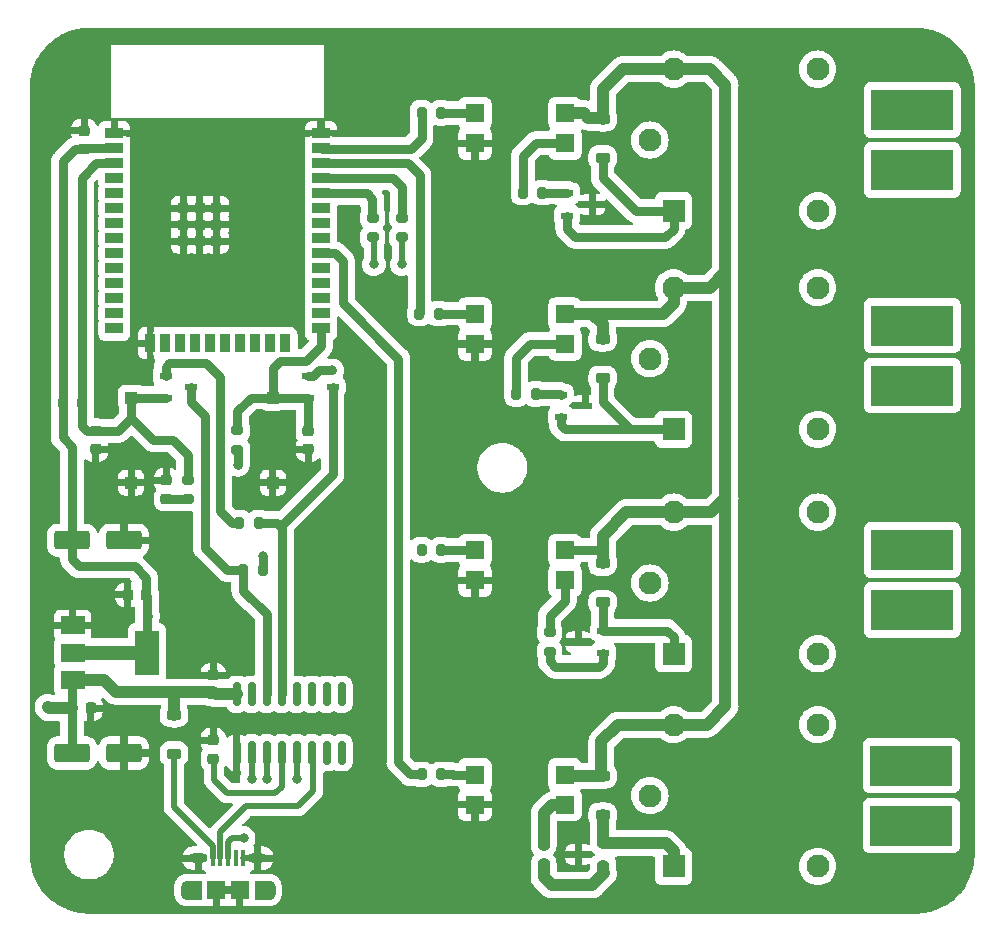
<source format=gbr>
%TF.GenerationSoftware,KiCad,Pcbnew,7.0.1*%
%TF.CreationDate,2023-08-30T01:48:51-03:00*%
%TF.ProjectId,IOT-V2,494f542d-5632-42e6-9b69-6361645f7063,rev?*%
%TF.SameCoordinates,Original*%
%TF.FileFunction,Copper,L1,Top*%
%TF.FilePolarity,Positive*%
%FSLAX46Y46*%
G04 Gerber Fmt 4.6, Leading zero omitted, Abs format (unit mm)*
G04 Created by KiCad (PCBNEW 7.0.1) date 2023-08-30 01:48:51*
%MOMM*%
%LPD*%
G01*
G04 APERTURE LIST*
G04 Aperture macros list*
%AMRoundRect*
0 Rectangle with rounded corners*
0 $1 Rounding radius*
0 $2 $3 $4 $5 $6 $7 $8 $9 X,Y pos of 4 corners*
0 Add a 4 corners polygon primitive as box body*
4,1,4,$2,$3,$4,$5,$6,$7,$8,$9,$2,$3,0*
0 Add four circle primitives for the rounded corners*
1,1,$1+$1,$2,$3*
1,1,$1+$1,$4,$5*
1,1,$1+$1,$6,$7*
1,1,$1+$1,$8,$9*
0 Add four rect primitives between the rounded corners*
20,1,$1+$1,$2,$3,$4,$5,0*
20,1,$1+$1,$4,$5,$6,$7,0*
20,1,$1+$1,$6,$7,$8,$9,0*
20,1,$1+$1,$8,$9,$2,$3,0*%
G04 Aperture macros list end*
%TA.AperFunction,EtchedComponent*%
%ADD10C,0.010000*%
%TD*%
%TA.AperFunction,ComponentPad*%
%ADD11C,0.700000*%
%TD*%
%TA.AperFunction,ComponentPad*%
%ADD12R,7.000000X3.500000*%
%TD*%
%TA.AperFunction,SMDPad,CuDef*%
%ADD13R,1.600000X1.600000*%
%TD*%
%TA.AperFunction,SMDPad,CuDef*%
%ADD14R,1.000760X0.599440*%
%TD*%
%TA.AperFunction,SMDPad,CuDef*%
%ADD15RoundRect,0.218750X0.256250X-0.218750X0.256250X0.218750X-0.256250X0.218750X-0.256250X-0.218750X0*%
%TD*%
%TA.AperFunction,SMDPad,CuDef*%
%ADD16RoundRect,0.225000X0.375000X-0.225000X0.375000X0.225000X-0.375000X0.225000X-0.375000X-0.225000X0*%
%TD*%
%TA.AperFunction,SMDPad,CuDef*%
%ADD17R,1.500000X0.900000*%
%TD*%
%TA.AperFunction,SMDPad,CuDef*%
%ADD18R,0.900000X1.500000*%
%TD*%
%TA.AperFunction,SMDPad,CuDef*%
%ADD19R,0.900000X0.900000*%
%TD*%
%TA.AperFunction,SMDPad,CuDef*%
%ADD20RoundRect,0.250000X-1.250000X-0.550000X1.250000X-0.550000X1.250000X0.550000X-1.250000X0.550000X0*%
%TD*%
%TA.AperFunction,SMDPad,CuDef*%
%ADD21RoundRect,0.200000X-0.200000X-0.275000X0.200000X-0.275000X0.200000X0.275000X-0.200000X0.275000X0*%
%TD*%
%TA.AperFunction,SMDPad,CuDef*%
%ADD22RoundRect,0.200000X-0.275000X0.200000X-0.275000X-0.200000X0.275000X-0.200000X0.275000X0.200000X0*%
%TD*%
%TA.AperFunction,SMDPad,CuDef*%
%ADD23RoundRect,0.200000X0.275000X-0.200000X0.275000X0.200000X-0.275000X0.200000X-0.275000X-0.200000X0*%
%TD*%
%TA.AperFunction,SMDPad,CuDef*%
%ADD24RoundRect,0.225000X-0.225000X-0.250000X0.225000X-0.250000X0.225000X0.250000X-0.225000X0.250000X0*%
%TD*%
%TA.AperFunction,SMDPad,CuDef*%
%ADD25RoundRect,0.200000X0.200000X0.275000X-0.200000X0.275000X-0.200000X-0.275000X0.200000X-0.275000X0*%
%TD*%
%TA.AperFunction,SMDPad,CuDef*%
%ADD26RoundRect,0.225000X-0.250000X0.225000X-0.250000X-0.225000X0.250000X-0.225000X0.250000X0.225000X0*%
%TD*%
%TA.AperFunction,SMDPad,CuDef*%
%ADD27R,2.000000X1.500000*%
%TD*%
%TA.AperFunction,SMDPad,CuDef*%
%ADD28R,2.000000X3.800000*%
%TD*%
%TA.AperFunction,SMDPad,CuDef*%
%ADD29RoundRect,0.225000X0.250000X-0.225000X0.250000X0.225000X-0.250000X0.225000X-0.250000X-0.225000X0*%
%TD*%
%TA.AperFunction,SMDPad,CuDef*%
%ADD30RoundRect,0.225000X-0.375000X0.225000X-0.375000X-0.225000X0.375000X-0.225000X0.375000X0.225000X0*%
%TD*%
%TA.AperFunction,SMDPad,CuDef*%
%ADD31RoundRect,0.225000X0.225000X0.250000X-0.225000X0.250000X-0.225000X-0.250000X0.225000X-0.250000X0*%
%TD*%
%TA.AperFunction,ComponentPad*%
%ADD32R,1.950000X1.950000*%
%TD*%
%TA.AperFunction,ComponentPad*%
%ADD33C,1.950000*%
%TD*%
%TA.AperFunction,SMDPad,CuDef*%
%ADD34R,1.000760X1.000760*%
%TD*%
%TA.AperFunction,SMDPad,CuDef*%
%ADD35RoundRect,0.150000X0.150000X-0.825000X0.150000X0.825000X-0.150000X0.825000X-0.150000X-0.825000X0*%
%TD*%
%TA.AperFunction,SMDPad,CuDef*%
%ADD36R,0.400000X1.350000*%
%TD*%
%TA.AperFunction,ComponentPad*%
%ADD37O,1.600000X0.800000*%
%TD*%
%TA.AperFunction,ComponentPad*%
%ADD38O,0.750000X1.500000*%
%TD*%
%TA.AperFunction,SMDPad,CuDef*%
%ADD39R,1.500000X1.550000*%
%TD*%
%TA.AperFunction,ViaPad*%
%ADD40C,0.800000*%
%TD*%
%TA.AperFunction,Conductor*%
%ADD41C,0.800000*%
%TD*%
%TA.AperFunction,Conductor*%
%ADD42C,0.500000*%
%TD*%
%TA.AperFunction,Conductor*%
%ADD43C,1.200000*%
%TD*%
%TA.AperFunction,Conductor*%
%ADD44C,1.000000*%
%TD*%
G04 APERTURE END LIST*
%TO.C,J1*%
D10*
X104475000Y-118775000D02*
X103330000Y-118775000D01*
X103304000Y-118774000D01*
X103278000Y-118772000D01*
X103252000Y-118769000D01*
X103226000Y-118764000D01*
X103201000Y-118758000D01*
X103175000Y-118751000D01*
X103151000Y-118742000D01*
X103127000Y-118732000D01*
X103103000Y-118721000D01*
X103080000Y-118708000D01*
X103058000Y-118694000D01*
X103036000Y-118680000D01*
X103015000Y-118664000D01*
X102995000Y-118647000D01*
X102976000Y-118629000D01*
X102958000Y-118610000D01*
X102941000Y-118590000D01*
X102925000Y-118569000D01*
X102911000Y-118547000D01*
X102897000Y-118525000D01*
X102884000Y-118502000D01*
X102873000Y-118478000D01*
X102863000Y-118454000D01*
X102854000Y-118430000D01*
X102847000Y-118404000D01*
X102841000Y-118379000D01*
X102836000Y-118353000D01*
X102833000Y-118327000D01*
X102831000Y-118301000D01*
X102830000Y-118275000D01*
X102830000Y-117725000D01*
X102831000Y-117699000D01*
X102833000Y-117673000D01*
X102836000Y-117647000D01*
X102841000Y-117621000D01*
X102847000Y-117596000D01*
X102854000Y-117570000D01*
X102863000Y-117546000D01*
X102873000Y-117522000D01*
X102884000Y-117498000D01*
X102897000Y-117475000D01*
X102911000Y-117453000D01*
X102925000Y-117431000D01*
X102941000Y-117410000D01*
X102958000Y-117390000D01*
X102976000Y-117371000D01*
X102995000Y-117353000D01*
X103015000Y-117336000D01*
X103036000Y-117320000D01*
X103058000Y-117306000D01*
X103080000Y-117292000D01*
X103103000Y-117279000D01*
X103127000Y-117268000D01*
X103151000Y-117258000D01*
X103175000Y-117249000D01*
X103201000Y-117242000D01*
X103226000Y-117236000D01*
X103252000Y-117231000D01*
X103278000Y-117228000D01*
X103304000Y-117226000D01*
X103330000Y-117225000D01*
X104475000Y-117225000D01*
X104475000Y-118775000D01*
%TA.AperFunction,EtchedComponent*%
G36*
X104475000Y-118775000D02*
G01*
X103330000Y-118775000D01*
X103304000Y-118774000D01*
X103278000Y-118772000D01*
X103252000Y-118769000D01*
X103226000Y-118764000D01*
X103201000Y-118758000D01*
X103175000Y-118751000D01*
X103151000Y-118742000D01*
X103127000Y-118732000D01*
X103103000Y-118721000D01*
X103080000Y-118708000D01*
X103058000Y-118694000D01*
X103036000Y-118680000D01*
X103015000Y-118664000D01*
X102995000Y-118647000D01*
X102976000Y-118629000D01*
X102958000Y-118610000D01*
X102941000Y-118590000D01*
X102925000Y-118569000D01*
X102911000Y-118547000D01*
X102897000Y-118525000D01*
X102884000Y-118502000D01*
X102873000Y-118478000D01*
X102863000Y-118454000D01*
X102854000Y-118430000D01*
X102847000Y-118404000D01*
X102841000Y-118379000D01*
X102836000Y-118353000D01*
X102833000Y-118327000D01*
X102831000Y-118301000D01*
X102830000Y-118275000D01*
X102830000Y-117725000D01*
X102831000Y-117699000D01*
X102833000Y-117673000D01*
X102836000Y-117647000D01*
X102841000Y-117621000D01*
X102847000Y-117596000D01*
X102854000Y-117570000D01*
X102863000Y-117546000D01*
X102873000Y-117522000D01*
X102884000Y-117498000D01*
X102897000Y-117475000D01*
X102911000Y-117453000D01*
X102925000Y-117431000D01*
X102941000Y-117410000D01*
X102958000Y-117390000D01*
X102976000Y-117371000D01*
X102995000Y-117353000D01*
X103015000Y-117336000D01*
X103036000Y-117320000D01*
X103058000Y-117306000D01*
X103080000Y-117292000D01*
X103103000Y-117279000D01*
X103127000Y-117268000D01*
X103151000Y-117258000D01*
X103175000Y-117249000D01*
X103201000Y-117242000D01*
X103226000Y-117236000D01*
X103252000Y-117231000D01*
X103278000Y-117228000D01*
X103304000Y-117226000D01*
X103330000Y-117225000D01*
X104475000Y-117225000D01*
X104475000Y-118775000D01*
G37*
%TD.AperFunction*%
X110246000Y-117226000D02*
X110272000Y-117228000D01*
X110298000Y-117231000D01*
X110324000Y-117236000D01*
X110349000Y-117242000D01*
X110375000Y-117249000D01*
X110399000Y-117258000D01*
X110423000Y-117268000D01*
X110447000Y-117279000D01*
X110470000Y-117292000D01*
X110492000Y-117306000D01*
X110514000Y-117320000D01*
X110535000Y-117336000D01*
X110555000Y-117353000D01*
X110574000Y-117371000D01*
X110592000Y-117390000D01*
X110609000Y-117410000D01*
X110625000Y-117431000D01*
X110639000Y-117453000D01*
X110653000Y-117475000D01*
X110666000Y-117498000D01*
X110677000Y-117522000D01*
X110687000Y-117546000D01*
X110696000Y-117570000D01*
X110703000Y-117596000D01*
X110709000Y-117621000D01*
X110714000Y-117647000D01*
X110717000Y-117673000D01*
X110719000Y-117699000D01*
X110720000Y-117725000D01*
X110720000Y-118275000D01*
X110719000Y-118301000D01*
X110717000Y-118327000D01*
X110714000Y-118353000D01*
X110709000Y-118379000D01*
X110703000Y-118404000D01*
X110696000Y-118430000D01*
X110687000Y-118454000D01*
X110677000Y-118478000D01*
X110666000Y-118502000D01*
X110653000Y-118525000D01*
X110639000Y-118547000D01*
X110625000Y-118569000D01*
X110609000Y-118590000D01*
X110592000Y-118610000D01*
X110574000Y-118629000D01*
X110555000Y-118647000D01*
X110535000Y-118664000D01*
X110514000Y-118680000D01*
X110492000Y-118694000D01*
X110470000Y-118708000D01*
X110447000Y-118721000D01*
X110423000Y-118732000D01*
X110399000Y-118742000D01*
X110375000Y-118751000D01*
X110349000Y-118758000D01*
X110324000Y-118764000D01*
X110298000Y-118769000D01*
X110272000Y-118772000D01*
X110246000Y-118774000D01*
X110220000Y-118775000D01*
X109075000Y-118775000D01*
X109075000Y-117225000D01*
X110220000Y-117225000D01*
X110246000Y-117226000D01*
%TA.AperFunction,EtchedComponent*%
G36*
X110246000Y-117226000D02*
G01*
X110272000Y-117228000D01*
X110298000Y-117231000D01*
X110324000Y-117236000D01*
X110349000Y-117242000D01*
X110375000Y-117249000D01*
X110399000Y-117258000D01*
X110423000Y-117268000D01*
X110447000Y-117279000D01*
X110470000Y-117292000D01*
X110492000Y-117306000D01*
X110514000Y-117320000D01*
X110535000Y-117336000D01*
X110555000Y-117353000D01*
X110574000Y-117371000D01*
X110592000Y-117390000D01*
X110609000Y-117410000D01*
X110625000Y-117431000D01*
X110639000Y-117453000D01*
X110653000Y-117475000D01*
X110666000Y-117498000D01*
X110677000Y-117522000D01*
X110687000Y-117546000D01*
X110696000Y-117570000D01*
X110703000Y-117596000D01*
X110709000Y-117621000D01*
X110714000Y-117647000D01*
X110717000Y-117673000D01*
X110719000Y-117699000D01*
X110720000Y-117725000D01*
X110720000Y-118275000D01*
X110719000Y-118301000D01*
X110717000Y-118327000D01*
X110714000Y-118353000D01*
X110709000Y-118379000D01*
X110703000Y-118404000D01*
X110696000Y-118430000D01*
X110687000Y-118454000D01*
X110677000Y-118478000D01*
X110666000Y-118502000D01*
X110653000Y-118525000D01*
X110639000Y-118547000D01*
X110625000Y-118569000D01*
X110609000Y-118590000D01*
X110592000Y-118610000D01*
X110574000Y-118629000D01*
X110555000Y-118647000D01*
X110535000Y-118664000D01*
X110514000Y-118680000D01*
X110492000Y-118694000D01*
X110470000Y-118708000D01*
X110447000Y-118721000D01*
X110423000Y-118732000D01*
X110399000Y-118742000D01*
X110375000Y-118751000D01*
X110349000Y-118758000D01*
X110324000Y-118764000D01*
X110298000Y-118769000D01*
X110272000Y-118772000D01*
X110246000Y-118774000D01*
X110220000Y-118775000D01*
X109075000Y-118775000D01*
X109075000Y-117225000D01*
X110220000Y-117225000D01*
X110246000Y-117226000D01*
G37*
%TD.AperFunction*%
%TD*%
D11*
%TO.P,J7,1*%
%TO.N,Net-(J7-Pad1)*%
X162558500Y-113400000D03*
X163178500Y-113400000D03*
X163778500Y-113400000D03*
X164398500Y-113400000D03*
X162558500Y-112800000D03*
X163178500Y-112800000D03*
X163778500Y-112800000D03*
X164398500Y-112800000D03*
D12*
X164638500Y-112540000D03*
D11*
X162538500Y-112200000D03*
X163158500Y-112200000D03*
X163758500Y-112200000D03*
X164378500Y-112200000D03*
X162558500Y-111600000D03*
X163178500Y-111600000D03*
X163778500Y-111600000D03*
X164398500Y-111600000D03*
%TO.P,J7,2*%
%TO.N,Net-(J7-Pad2)*%
X162558500Y-108300000D03*
X163178500Y-108300000D03*
X163778500Y-108300000D03*
X164398500Y-108300000D03*
X162558500Y-107700000D03*
X163178500Y-107700000D03*
X163778500Y-107700000D03*
X164398500Y-107700000D03*
D12*
X164638500Y-107460000D03*
D11*
X162558500Y-107100000D03*
X163178500Y-107100000D03*
X163778500Y-107100000D03*
X164398500Y-107100000D03*
X162558500Y-106500000D03*
X163178500Y-106500000D03*
X163778500Y-106500000D03*
X164398500Y-106500000D03*
%TD*%
%TO.P,J6,1*%
%TO.N,Net-(J6-Pad1)*%
X162630000Y-95150000D03*
X163250000Y-95150000D03*
X163850000Y-95150000D03*
X164470000Y-95150000D03*
X162630000Y-94550000D03*
X163250000Y-94550000D03*
X163850000Y-94550000D03*
X164470000Y-94550000D03*
D12*
X164710000Y-94290000D03*
D11*
X162610000Y-93950000D03*
X163230000Y-93950000D03*
X163830000Y-93950000D03*
X164450000Y-93950000D03*
X162630000Y-93350000D03*
X163250000Y-93350000D03*
X163850000Y-93350000D03*
X164470000Y-93350000D03*
%TO.P,J6,2*%
%TO.N,Net-(J6-Pad2)*%
X162630000Y-90050000D03*
X163250000Y-90050000D03*
X163850000Y-90050000D03*
X164470000Y-90050000D03*
X162630000Y-89450000D03*
X163250000Y-89450000D03*
X163850000Y-89450000D03*
X164470000Y-89450000D03*
D12*
X164710000Y-89210000D03*
D11*
X162630000Y-88850000D03*
X163250000Y-88850000D03*
X163850000Y-88850000D03*
X164470000Y-88850000D03*
X162630000Y-88250000D03*
X163250000Y-88250000D03*
X163850000Y-88250000D03*
X164470000Y-88250000D03*
%TD*%
%TO.P,J5,1*%
%TO.N,Net-(J5-Pad1)*%
X162630000Y-76150000D03*
X163250000Y-76150000D03*
X163850000Y-76150000D03*
X164470000Y-76150000D03*
X162630000Y-75550000D03*
X163250000Y-75550000D03*
X163850000Y-75550000D03*
X164470000Y-75550000D03*
D12*
X164710000Y-75290000D03*
D11*
X162610000Y-74950000D03*
X163230000Y-74950000D03*
X163830000Y-74950000D03*
X164450000Y-74950000D03*
X162630000Y-74350000D03*
X163250000Y-74350000D03*
X163850000Y-74350000D03*
X164470000Y-74350000D03*
%TO.P,J5,2*%
%TO.N,Net-(J5-Pad2)*%
X162630000Y-71050000D03*
X163250000Y-71050000D03*
X163850000Y-71050000D03*
X164470000Y-71050000D03*
X162630000Y-70450000D03*
X163250000Y-70450000D03*
X163850000Y-70450000D03*
X164470000Y-70450000D03*
D12*
X164710000Y-70210000D03*
D11*
X162630000Y-69850000D03*
X163250000Y-69850000D03*
X163850000Y-69850000D03*
X164470000Y-69850000D03*
X162630000Y-69250000D03*
X163250000Y-69250000D03*
X163850000Y-69250000D03*
X164470000Y-69250000D03*
%TD*%
%TO.P,J4,1*%
%TO.N,Net-(J4-Pad1)*%
X162630000Y-57900000D03*
X163250000Y-57900000D03*
X163850000Y-57900000D03*
X164470000Y-57900000D03*
X162630000Y-57300000D03*
X163250000Y-57300000D03*
X163850000Y-57300000D03*
X164470000Y-57300000D03*
D12*
X164710000Y-57040000D03*
D11*
X162610000Y-56700000D03*
X163230000Y-56700000D03*
X163830000Y-56700000D03*
X164450000Y-56700000D03*
X162630000Y-56100000D03*
X163250000Y-56100000D03*
X163850000Y-56100000D03*
X164470000Y-56100000D03*
%TO.P,J4,2*%
%TO.N,Net-(J4-Pad2)*%
X162630000Y-52800000D03*
X163250000Y-52800000D03*
X163850000Y-52800000D03*
X164470000Y-52800000D03*
X162630000Y-52200000D03*
X163250000Y-52200000D03*
X163850000Y-52200000D03*
X164470000Y-52200000D03*
D12*
X164710000Y-51960000D03*
D11*
X162630000Y-51600000D03*
X163250000Y-51600000D03*
X163850000Y-51600000D03*
X164470000Y-51600000D03*
X162630000Y-51000000D03*
X163250000Y-51000000D03*
X163850000Y-51000000D03*
X164470000Y-51000000D03*
%TD*%
D13*
%TO.P,U6,1*%
%TO.N,Net-(R10-Pad2)*%
X127690000Y-89230000D03*
%TO.P,U6,2*%
%TO.N,GND*%
X127690000Y-91770000D03*
%TO.P,U6,3*%
%TO.N,Net-(R14-Pad1)*%
X135310000Y-91770000D03*
%TO.P,U6,4*%
%TO.N,+5V*%
X135310000Y-89230000D03*
%TD*%
D14*
%TO.P,Q1,1,B*%
%TO.N,Net-(Q1-B)*%
X101508360Y-74447500D03*
%TO.P,Q1,2,E*%
%TO.N,Net-(Q1-E)*%
X103621640Y-75400000D03*
%TO.P,Q1,3,C*%
%TO.N,/EN*%
X101508360Y-76352500D03*
%TD*%
D15*
%TO.P,LED1,1,A*%
%TO.N,Net-(LED1-A)*%
X101565000Y-84900000D03*
%TO.P,LED1,2,K*%
%TO.N,GND*%
X101565000Y-83325000D03*
%TD*%
D16*
%TO.P,D4,1,A*%
%TO.N,Net-(D4-A)*%
X138500000Y-56000000D03*
%TO.P,D4,2,K*%
%TO.N,+5V*%
X138500000Y-52700000D03*
%TD*%
D17*
%TO.P,U1,3V3,3V3*%
%TO.N,+3V3*%
X97150000Y-55215000D03*
%TO.P,U1,5,SENSOR_VP*%
%TO.N,unconnected-(U1-SENSOR_VP-Pad5)*%
X97150000Y-57755000D03*
%TO.P,U1,8,SENSOR_VN*%
%TO.N,unconnected-(U1-SENSOR_VN-Pad8)*%
X97150000Y-59025000D03*
%TO.P,U1,9,EN*%
%TO.N,/EN*%
X97150000Y-56485000D03*
%TO.P,U1,10,IO34*%
%TO.N,unconnected-(U1-IO34-Pad10)*%
X97150000Y-60295000D03*
%TO.P,U1,11,IO35*%
%TO.N,unconnected-(U1-IO35-Pad11)*%
X97150000Y-61565000D03*
%TO.P,U1,12,IO32*%
%TO.N,unconnected-(U1-IO32-Pad12)*%
X97150000Y-62835000D03*
%TO.P,U1,13,IO33*%
%TO.N,unconnected-(U1-IO33-Pad13)*%
X97150000Y-64105000D03*
%TO.P,U1,14,IO25*%
%TO.N,unconnected-(U1-IO25-Pad14)*%
X97150000Y-65375000D03*
%TO.P,U1,15,IO26*%
%TO.N,unconnected-(U1-IO26-Pad15)*%
X97150000Y-66645000D03*
%TO.P,U1,16,IO27*%
%TO.N,unconnected-(U1-IO27-Pad16)*%
X97150000Y-67915000D03*
%TO.P,U1,17,IO14*%
%TO.N,unconnected-(U1-IO14-Pad17)*%
X97150000Y-69185000D03*
%TO.P,U1,18,IO12*%
%TO.N,unconnected-(U1-IO12-Pad18)*%
X97150000Y-70455000D03*
D18*
%TO.P,U1,20,IO13*%
%TO.N,unconnected-(U1-IO13-Pad20)*%
X101455000Y-71705000D03*
%TO.P,U1,21,IO15*%
%TO.N,unconnected-(U1-IO15-Pad21)*%
X110345000Y-71705000D03*
%TO.P,U1,22,IO2*%
%TO.N,unconnected-(U1-IO2-Pad22)*%
X111615000Y-71705000D03*
D17*
%TO.P,U1,23,IO0*%
%TO.N,/IO0*%
X114650000Y-70455000D03*
%TO.P,U1,24,IO4*%
%TO.N,unconnected-(U1-IO4-Pad24)*%
X114650000Y-69185000D03*
%TO.P,U1,25,IO16*%
%TO.N,unconnected-(U1-IO16-Pad25)*%
X114650000Y-67915000D03*
%TO.P,U1,27,IO17*%
%TO.N,unconnected-(U1-IO17-Pad27)*%
X114650000Y-66645000D03*
D18*
%TO.P,U1,28,SD2*%
%TO.N,unconnected-(U1-SD2-Pad28)*%
X102725000Y-71705000D03*
%TO.P,U1,29,SD3*%
%TO.N,unconnected-(U1-SD3-Pad29)*%
X103995000Y-71705000D03*
%TO.P,U1,30,CMD*%
%TO.N,unconnected-(U1-CMD-Pad30)*%
X105265000Y-71705000D03*
%TO.P,U1,31,CLK*%
%TO.N,unconnected-(U1-CLK-Pad31)*%
X106535000Y-71705000D03*
%TO.P,U1,32,SD0*%
%TO.N,unconnected-(U1-SD0-Pad32)*%
X107805000Y-71705000D03*
%TO.P,U1,33,SD1*%
%TO.N,unconnected-(U1-SD1-Pad33)*%
X109075000Y-71705000D03*
D17*
%TO.P,U1,34,IO5*%
%TO.N,unconnected-(U1-IO5-Pad34)*%
X114650000Y-65375000D03*
%TO.P,U1,35,IO18*%
%TO.N,/OUT4*%
X114650000Y-64105000D03*
%TO.P,U1,36,IO23*%
%TO.N,/OUT1*%
X114650000Y-55215000D03*
%TO.P,U1,38,IO19*%
%TO.N,/OUT3*%
X114650000Y-62835000D03*
%TO.P,U1,39,IO22*%
%TO.N,/OUT2*%
X114650000Y-56485000D03*
%TO.P,U1,40,RXD0*%
%TO.N,/RXD0*%
X114650000Y-59025000D03*
%TO.P,U1,41,TXD0*%
%TO.N,/TXD0*%
X114650000Y-57755000D03*
%TO.P,U1,42,IO21*%
%TO.N,unconnected-(U1-IO21-Pad42)*%
X114650000Y-60295000D03*
%TO.P,U1,GND,GND*%
%TO.N,GND*%
X97150000Y-53945000D03*
D18*
X100185000Y-71705000D03*
D19*
X103000000Y-60265000D03*
X103000000Y-61665000D03*
X103000000Y-63065000D03*
X104400000Y-60265000D03*
X104400000Y-61665000D03*
X104400000Y-63065000D03*
X105800000Y-60265000D03*
X105800000Y-61665000D03*
X105800000Y-63065000D03*
D17*
X114650000Y-53945000D03*
%TO.P,U1,NC,NC*%
%TO.N,unconnected-(U1-PadNC)*%
X114650000Y-61565000D03*
%TD*%
D14*
%TO.P,Q5,1*%
%TO.N,Net-(Q5-Pad1)*%
X134943360Y-76047500D03*
%TO.P,Q5,2*%
%TO.N,GND*%
X137056640Y-77000000D03*
%TO.P,Q5,3*%
%TO.N,Net-(D5-A)*%
X134943360Y-77952500D03*
%TD*%
D20*
%TO.P,C7,1*%
%TO.N,+3V3*%
X93570000Y-88400000D03*
%TO.P,C7,2*%
%TO.N,GND*%
X97970000Y-88400000D03*
%TD*%
D21*
%TO.P,R12,1*%
%TO.N,/OUT4*%
X123175000Y-108200000D03*
%TO.P,R12,2*%
%TO.N,Net-(R12-Pad2)*%
X124825000Y-108200000D03*
%TD*%
D22*
%TO.P,R1,1*%
%TO.N,/RXD0*%
X119030000Y-61100000D03*
%TO.P,R1,2*%
%TO.N,Net-(U2-TXD)*%
X119030000Y-62750000D03*
%TD*%
D20*
%TO.P,C6,1*%
%TO.N,+5V*%
X93570000Y-106400000D03*
%TO.P,C6,2*%
%TO.N,GND*%
X97970000Y-106400000D03*
%TD*%
D21*
%TO.P,R11,1*%
%TO.N,Net-(R11-Pad1)*%
X131175000Y-76000000D03*
%TO.P,R11,2*%
%TO.N,Net-(Q5-Pad1)*%
X132825000Y-76000000D03*
%TD*%
%TO.P,R3,1*%
%TO.N,Net-(Q1-B)*%
X107745000Y-86900000D03*
%TO.P,R3,2*%
%TO.N,Net-(Q2-E)*%
X109395000Y-86900000D03*
%TD*%
%TO.P,R16,1*%
%TO.N,/OUT2*%
X122975000Y-69200000D03*
%TO.P,R16,2*%
%TO.N,Net-(R16-Pad2)*%
X124625000Y-69200000D03*
%TD*%
D22*
%TO.P,R2,1*%
%TO.N,/TXD0*%
X121500000Y-61075000D03*
%TO.P,R2,2*%
%TO.N,Net-(U2-RXD)*%
X121500000Y-62725000D03*
%TD*%
D23*
%TO.P,R7,1*%
%TO.N,Net-(LED1-A)*%
X103400000Y-84925000D03*
%TO.P,R7,2*%
%TO.N,/EN*%
X103400000Y-83275000D03*
%TD*%
D14*
%TO.P,Q4,1*%
%TO.N,Net-(Q4-Pad1)*%
X135500000Y-59000000D03*
%TO.P,Q4,2*%
%TO.N,GND*%
X137613280Y-59952500D03*
%TO.P,Q4,3*%
%TO.N,Net-(D4-A)*%
X135500000Y-60905000D03*
%TD*%
D16*
%TO.P,D5,1,A*%
%TO.N,Net-(D5-A)*%
X138500000Y-74650000D03*
%TO.P,D5,2,K*%
%TO.N,+5V*%
X138500000Y-71350000D03*
%TD*%
D13*
%TO.P,U5,1*%
%TO.N,Net-(R16-Pad2)*%
X127690000Y-69230000D03*
%TO.P,U5,2*%
%TO.N,GND*%
X127690000Y-71770000D03*
%TO.P,U5,3*%
%TO.N,Net-(R11-Pad1)*%
X135310000Y-71770000D03*
%TO.P,U5,4*%
%TO.N,+5V*%
X135310000Y-69230000D03*
%TD*%
D22*
%TO.P,R15,1*%
%TO.N,Net-(R15-Pad1)*%
X133500000Y-114175000D03*
%TO.P,R15,2*%
%TO.N,Net-(Q7-Pad1)*%
X133500000Y-115825000D03*
%TD*%
%TO.P,R14,1*%
%TO.N,Net-(R14-Pad1)*%
X134000000Y-96175000D03*
%TO.P,R14,2*%
%TO.N,Net-(Q6-Pad1)*%
X134000000Y-97825000D03*
%TD*%
D24*
%TO.P,C8,1*%
%TO.N,GND*%
X98295000Y-93000000D03*
%TO.P,C8,2*%
%TO.N,+3V3*%
X99845000Y-93000000D03*
%TD*%
D13*
%TO.P,U4,1*%
%TO.N,Net-(R8-Pad2)*%
X127690000Y-52230000D03*
%TO.P,U4,2*%
%TO.N,GND*%
X127690000Y-54770000D03*
%TO.P,U4,3*%
%TO.N,Net-(R9-Pad1)*%
X135310000Y-54770000D03*
%TO.P,U4,4*%
%TO.N,+5V*%
X135310000Y-52230000D03*
%TD*%
D25*
%TO.P,R4,1*%
%TO.N,Net-(Q2-B)*%
X109720000Y-90900000D03*
%TO.P,R4,2*%
%TO.N,Net-(Q1-E)*%
X108070000Y-90900000D03*
%TD*%
D26*
%TO.P,C3,1*%
%TO.N,GND*%
X105530000Y-99825000D03*
%TO.P,C3,2*%
%TO.N,+5V*%
X105530000Y-101375000D03*
%TD*%
D27*
%TO.P,U3,1,GND*%
%TO.N,GND*%
X93620000Y-95600000D03*
%TO.P,U3,2,VO*%
%TO.N,+3V3*%
X93620000Y-97900000D03*
D28*
X99920000Y-97900000D03*
D27*
%TO.P,U3,3,VI*%
%TO.N,+5V*%
X93620000Y-100200000D03*
%TD*%
D29*
%TO.P,C4,1*%
%TO.N,GND*%
X95570000Y-80675000D03*
%TO.P,C4,2*%
%TO.N,/EN*%
X95570000Y-79125000D03*
%TD*%
D30*
%TO.P,D1,1,K*%
%TO.N,+5V*%
X102200000Y-103150000D03*
%TO.P,D1,2,A*%
%TO.N,Net-(D1-A)*%
X102200000Y-106450000D03*
%TD*%
D14*
%TO.P,Q7,1*%
%TO.N,Net-(Q7-Pad1)*%
X138556640Y-115952500D03*
%TO.P,Q7,2*%
%TO.N,GND*%
X136443360Y-115000000D03*
%TO.P,Q7,3*%
%TO.N,Net-(D7-A)*%
X138556640Y-114047500D03*
%TD*%
D29*
%TO.P,C2,1*%
%TO.N,Net-(U2-V3)*%
X105530000Y-106875000D03*
%TO.P,C2,2*%
%TO.N,GND*%
X105530000Y-105325000D03*
%TD*%
D16*
%TO.P,D7,1,A*%
%TO.N,Net-(D7-A)*%
X138500000Y-111650000D03*
%TO.P,D7,2,K*%
%TO.N,+5V*%
X138500000Y-108350000D03*
%TD*%
D31*
%TO.P,C9,1*%
%TO.N,GND*%
X95145000Y-102600000D03*
%TO.P,C9,2*%
%TO.N,+5V*%
X93595000Y-102600000D03*
%TD*%
D32*
%TO.P,K7,1*%
%TO.N,Net-(D7-A)*%
X144500000Y-116000000D03*
D33*
%TO.P,K7,2*%
%TO.N,Net-(J7-Pad2)*%
X142500000Y-110000000D03*
%TO.P,K7,3*%
%TO.N,+5V*%
X144500000Y-104000000D03*
%TO.P,K7,4*%
%TO.N,Net-(J7-Pad2)*%
X156700000Y-104000000D03*
%TO.P,K7,5*%
%TO.N,Net-(J7-Pad1)*%
X156700000Y-116000000D03*
%TD*%
D32*
%TO.P,K4,1*%
%TO.N,Net-(D4-A)*%
X144500000Y-60500000D03*
D33*
%TO.P,K4,2*%
%TO.N,Net-(J4-Pad2)*%
X142500000Y-54500000D03*
%TO.P,K4,3*%
%TO.N,+5V*%
X144500000Y-48500000D03*
%TO.P,K4,4*%
%TO.N,Net-(J4-Pad2)*%
X156700000Y-48500000D03*
%TO.P,K4,5*%
%TO.N,Net-(J4-Pad1)*%
X156700000Y-60500000D03*
%TD*%
D32*
%TO.P,K3,1*%
%TO.N,Net-(D6-A)*%
X144500000Y-98000000D03*
D33*
%TO.P,K3,2*%
%TO.N,Net-(J6-Pad2)*%
X142500000Y-92000000D03*
%TO.P,K3,3*%
%TO.N,+5V*%
X144500000Y-86000000D03*
%TO.P,K3,4*%
%TO.N,Net-(J6-Pad2)*%
X156700000Y-86000000D03*
%TO.P,K3,5*%
%TO.N,Net-(J6-Pad1)*%
X156700000Y-98000000D03*
%TD*%
D21*
%TO.P,R8,1*%
%TO.N,/OUT1*%
X123175000Y-52200000D03*
%TO.P,R8,2*%
%TO.N,Net-(R8-Pad2)*%
X124825000Y-52200000D03*
%TD*%
D13*
%TO.P,U7,1*%
%TO.N,Net-(R12-Pad2)*%
X127690000Y-108230000D03*
%TO.P,U7,2*%
%TO.N,GND*%
X127690000Y-110770000D03*
%TO.P,U7,3*%
%TO.N,Net-(R15-Pad1)*%
X135310000Y-110770000D03*
%TO.P,U7,4*%
%TO.N,+5V*%
X135310000Y-108230000D03*
%TD*%
D21*
%TO.P,R10,1*%
%TO.N,/OUT3*%
X123175000Y-89200000D03*
%TO.P,R10,2*%
%TO.N,Net-(R10-Pad2)*%
X124825000Y-89200000D03*
%TD*%
D14*
%TO.P,Q2,1,B*%
%TO.N,Net-(Q2-B)*%
X113513360Y-74447500D03*
%TO.P,Q2,2,E*%
%TO.N,Net-(Q2-E)*%
X115626640Y-75400000D03*
%TO.P,Q2,3,C*%
%TO.N,/IO0*%
X113513360Y-76352500D03*
%TD*%
%TO.P,Q6,1*%
%TO.N,Net-(Q6-Pad1)*%
X138556640Y-97952500D03*
%TO.P,Q6,2*%
%TO.N,GND*%
X136443360Y-97000000D03*
%TO.P,Q6,3*%
%TO.N,Net-(D6-A)*%
X138556640Y-96047500D03*
%TD*%
D26*
%TO.P,C5,1*%
%TO.N,/IO0*%
X113570000Y-79125000D03*
%TO.P,C5,2*%
%TO.N,GND*%
X113570000Y-80675000D03*
%TD*%
D25*
%TO.P,R5,1*%
%TO.N,/EN*%
X94425000Y-76800000D03*
%TO.P,R5,2*%
%TO.N,+3V3*%
X92775000Y-76800000D03*
%TD*%
D32*
%TO.P,K5,1*%
%TO.N,Net-(D5-A)*%
X144500000Y-79000000D03*
D33*
%TO.P,K5,2*%
%TO.N,Net-(J5-Pad2)*%
X142500000Y-73000000D03*
%TO.P,K5,3*%
%TO.N,+5V*%
X144500000Y-67000000D03*
%TO.P,K5,4*%
%TO.N,Net-(J5-Pad2)*%
X156700000Y-67000000D03*
%TO.P,K5,5*%
%TO.N,Net-(J5-Pad1)*%
X156700000Y-79000000D03*
%TD*%
D34*
%TO.P,SW2,2,2*%
%TO.N,GND*%
X110570000Y-83499180D03*
%TO.P,SW2,1,1*%
%TO.N,/IO0*%
X110570000Y-76300820D03*
%TD*%
D26*
%TO.P,C1,1*%
%TO.N,GND*%
X94600000Y-53725000D03*
%TO.P,C1,2*%
%TO.N,+3V3*%
X94600000Y-55275000D03*
%TD*%
D35*
%TO.P,U2,1,GND*%
%TO.N,GND*%
X107530000Y-106375000D03*
%TO.P,U2,2,TXD*%
%TO.N,Net-(U2-TXD)*%
X108800000Y-106375000D03*
%TO.P,U2,3,RXD*%
%TO.N,Net-(U2-RXD)*%
X110070000Y-106375000D03*
%TO.P,U2,4,V3*%
%TO.N,Net-(U2-V3)*%
X111340000Y-106375000D03*
%TO.P,U2,5,UD+*%
%TO.N,/D+*%
X112610000Y-106375000D03*
%TO.P,U2,6,UD-*%
%TO.N,/D-*%
X113880000Y-106375000D03*
%TO.P,U2,7,XI*%
%TO.N,unconnected-(U2-XI-Pad7)*%
X115150000Y-106375000D03*
%TO.P,U2,8,XO*%
%TO.N,unconnected-(U2-XO-Pad8)*%
X116420000Y-106375000D03*
%TO.P,U2,9,~{CTS}*%
%TO.N,unconnected-(U2-~{CTS}-Pad9)*%
X116420000Y-101425000D03*
%TO.P,U2,10,~{DSR}*%
%TO.N,unconnected-(U2-~{DSR}-Pad10)*%
X115150000Y-101425000D03*
%TO.P,U2,11,~{RI}*%
%TO.N,unconnected-(U2-~{RI}-Pad11)*%
X113880000Y-101425000D03*
%TO.P,U2,12,~{DCD}*%
%TO.N,unconnected-(U2-~{DCD}-Pad12)*%
X112610000Y-101425000D03*
%TO.P,U2,13,~{DTR}*%
%TO.N,Net-(Q2-E)*%
X111340000Y-101425000D03*
%TO.P,U2,14,~{RTS}*%
%TO.N,Net-(Q1-E)*%
X110070000Y-101425000D03*
%TO.P,U2,15,R232*%
%TO.N,unconnected-(U2-R232-Pad15)*%
X108800000Y-101425000D03*
%TO.P,U2,16,VCC*%
%TO.N,+5V*%
X107530000Y-101425000D03*
%TD*%
D16*
%TO.P,D6,1,A*%
%TO.N,Net-(D6-A)*%
X138500000Y-93650000D03*
%TO.P,D6,2,K*%
%TO.N,+5V*%
X138500000Y-90350000D03*
%TD*%
D21*
%TO.P,R9,1*%
%TO.N,Net-(R9-Pad1)*%
X131731640Y-58952500D03*
%TO.P,R9,2*%
%TO.N,Net-(Q4-Pad1)*%
X133381640Y-58952500D03*
%TD*%
D36*
%TO.P,J1,1,VDD*%
%TO.N,Net-(D1-A)*%
X105475000Y-115325000D03*
%TO.P,J1,2,D-*%
%TO.N,/D-*%
X106125000Y-115325000D03*
%TO.P,J1,3,D+*%
%TO.N,/D+*%
X106775000Y-115325000D03*
%TO.P,J1,4,ID*%
%TO.N,unconnected-(J1-ID-Pad4)*%
X107425000Y-115325000D03*
%TO.P,J1,5,GND*%
%TO.N,GND*%
X108075000Y-115325000D03*
D37*
%TO.P,J1,S1,SHIELD*%
X104275000Y-115300000D03*
%TO.P,J1,S2,SHIELD*%
X109275000Y-115300000D03*
D38*
%TO.P,J1,S3,SHIELD*%
X103250000Y-118000000D03*
D39*
%TO.P,J1,S4,SHIELD*%
X105775000Y-118000000D03*
%TO.P,J1,S5,SHIELD*%
X107775000Y-118000000D03*
D38*
%TO.P,J1,S6,SHIELD*%
X110300000Y-118000000D03*
%TD*%
D34*
%TO.P,SW1,1,1*%
%TO.N,/EN*%
X98570000Y-76300820D03*
%TO.P,SW1,2,2*%
%TO.N,GND*%
X98570000Y-83499180D03*
%TD*%
D22*
%TO.P,R6,1*%
%TO.N,/IO0*%
X107570000Y-79075000D03*
%TO.P,R6,2*%
%TO.N,+3V3*%
X107570000Y-80725000D03*
%TD*%
D40*
%TO.N,GND*%
X108000000Y-84500000D03*
X107000000Y-99000000D03*
X96500000Y-77500000D03*
%TO.N,+3V3*%
X100000000Y-94800000D03*
X107600000Y-82000000D03*
%TO.N,+5V*%
X91500000Y-102500000D03*
%TO.N,Net-(Q2-B)*%
X109700000Y-89700000D03*
X115600000Y-74000000D03*
%TO.N,/D+*%
X112600000Y-108600000D03*
X108100000Y-113600000D03*
%TO.N,Net-(U2-TXD)*%
X108800000Y-108600000D03*
X119130000Y-65025000D03*
%TO.N,Net-(U2-RXD)*%
X110100000Y-108600000D03*
X121500000Y-65025000D03*
%TD*%
D41*
%TO.N,/OUT4*%
X122200000Y-108200000D02*
X123175000Y-108200000D01*
X121200000Y-107200000D02*
X122200000Y-108200000D01*
X116500000Y-68300000D02*
X121200000Y-73000000D01*
X116500000Y-64750000D02*
X116500000Y-68300000D01*
X115855000Y-64105000D02*
X116500000Y-64750000D01*
X114650000Y-64105000D02*
X115855000Y-64105000D01*
X121200000Y-73000000D02*
X121200000Y-107200000D01*
D42*
%TO.N,GND*%
X108075000Y-115325000D02*
X109250000Y-115325000D01*
D41*
%TO.N,+3V3*%
X92800000Y-56300000D02*
X92800000Y-76775000D01*
X94600000Y-55275000D02*
X93825000Y-55275000D01*
X97150000Y-55215000D02*
X94660000Y-55215000D01*
X99920000Y-94880000D02*
X100000000Y-94800000D01*
X99920000Y-97900000D02*
X99920000Y-94880000D01*
X94660000Y-55215000D02*
X94600000Y-55275000D01*
X92775000Y-79675000D02*
X93570000Y-80470000D01*
X94170000Y-90600000D02*
X93570000Y-90000000D01*
D43*
X93620000Y-97900000D02*
X99920000Y-97900000D01*
D41*
X99845000Y-93000000D02*
X99845000Y-91575000D01*
X100000000Y-94800000D02*
X99920000Y-94720000D01*
X98870000Y-90600000D02*
X94170000Y-90600000D01*
X107600000Y-82000000D02*
X107600000Y-80755000D01*
X107600000Y-80755000D02*
X107570000Y-80725000D01*
X93825000Y-55275000D02*
X92800000Y-56300000D01*
X92775000Y-76800000D02*
X92775000Y-79675000D01*
X99845000Y-91575000D02*
X98870000Y-90600000D01*
X99920000Y-93075000D02*
X99845000Y-93000000D01*
X92800000Y-76775000D02*
X92775000Y-76800000D01*
X99920000Y-94720000D02*
X99920000Y-93075000D01*
X93570000Y-80470000D02*
X93570000Y-88400000D01*
X93570000Y-90000000D02*
X93570000Y-88400000D01*
D44*
%TO.N,+5V*%
X96270000Y-100200000D02*
X93620000Y-100200000D01*
X138500000Y-90350000D02*
X138500000Y-88000000D01*
X139800000Y-104000000D02*
X138400000Y-105400000D01*
X93595000Y-102600000D02*
X91600000Y-102600000D01*
X138500000Y-108350000D02*
X135430000Y-108350000D01*
X105530000Y-101200000D02*
X102100000Y-101200000D01*
X147700000Y-86000000D02*
X144500000Y-86000000D01*
X144500000Y-104000000D02*
X139800000Y-104000000D01*
X91500000Y-102500000D02*
X91600000Y-102600000D01*
X105755000Y-101425000D02*
X105530000Y-101200000D01*
X102100000Y-101200000D02*
X97270000Y-101200000D01*
X144500000Y-48500000D02*
X140200000Y-48500000D01*
X143570000Y-69230000D02*
X144500000Y-68300000D01*
X137630000Y-69230000D02*
X143570000Y-69230000D01*
X102200000Y-101300000D02*
X102200000Y-103150000D01*
X144500000Y-48500000D02*
X147600000Y-48500000D01*
X148900000Y-84800000D02*
X147700000Y-86000000D01*
X138500000Y-70100000D02*
X138500000Y-71350000D01*
X148900000Y-49800000D02*
X148900000Y-65700000D01*
D41*
X138500000Y-90350000D02*
X138500000Y-89600000D01*
D44*
X148900000Y-65700000D02*
X147600000Y-67000000D01*
X135310000Y-69230000D02*
X137630000Y-69230000D01*
D41*
X138500000Y-89600000D02*
X138130000Y-89230000D01*
D44*
X144500000Y-68300000D02*
X144500000Y-67000000D01*
X147600000Y-67000000D02*
X144500000Y-67000000D01*
X148900000Y-102400000D02*
X147300000Y-104000000D01*
X102100000Y-101200000D02*
X102200000Y-101300000D01*
X148900000Y-84800000D02*
X148900000Y-102400000D01*
X107530000Y-101425000D02*
X105755000Y-101425000D01*
X148900000Y-65700000D02*
X148900000Y-84800000D01*
X138500000Y-50200000D02*
X138500000Y-52700000D01*
D41*
X93570000Y-106400000D02*
X93570000Y-100250000D01*
D44*
X138400000Y-105400000D02*
X138400000Y-108250000D01*
X140500000Y-86000000D02*
X144500000Y-86000000D01*
X140200000Y-48500000D02*
X138500000Y-50200000D01*
X147300000Y-104000000D02*
X144500000Y-104000000D01*
X136930000Y-52230000D02*
X137300000Y-52600000D01*
X138500000Y-88000000D02*
X140500000Y-86000000D01*
D41*
X138130000Y-89230000D02*
X135310000Y-89230000D01*
D44*
X138400000Y-108250000D02*
X138500000Y-108350000D01*
X138400000Y-52600000D02*
X138500000Y-52700000D01*
X137300000Y-52600000D02*
X138400000Y-52600000D01*
X97270000Y-101200000D02*
X96270000Y-100200000D01*
X135310000Y-52230000D02*
X136930000Y-52230000D01*
X137630000Y-69230000D02*
X138500000Y-70100000D01*
X147600000Y-48500000D02*
X148900000Y-49800000D01*
D42*
%TO.N,Net-(D1-A)*%
X105475000Y-114275000D02*
X102200000Y-111000000D01*
X105475000Y-115325000D02*
X105475000Y-114275000D01*
X102200000Y-111000000D02*
X102200000Y-106450000D01*
D41*
%TO.N,Net-(D4-A)*%
X135500000Y-62000000D02*
X136200000Y-62700000D01*
X141300000Y-60500000D02*
X144500000Y-60500000D01*
X138500000Y-57700000D02*
X141300000Y-60500000D01*
X138500000Y-56000000D02*
X138500000Y-57700000D01*
X136200000Y-62700000D02*
X143800000Y-62700000D01*
X143800000Y-62700000D02*
X144500000Y-62000000D01*
X135500000Y-60905000D02*
X135500000Y-62000000D01*
X144500000Y-62000000D02*
X144500000Y-60500000D01*
%TO.N,Net-(D5-A)*%
X144500000Y-79000000D02*
X140800000Y-79000000D01*
X138500000Y-76700000D02*
X138500000Y-74650000D01*
X140800000Y-79000000D02*
X135300000Y-79000000D01*
X135300000Y-79000000D02*
X134943360Y-78643360D01*
X140800000Y-79000000D02*
X138500000Y-76700000D01*
X134943360Y-78643360D02*
X134943360Y-77952500D01*
%TO.N,Net-(LED1-A)*%
X103400000Y-84925000D02*
X101590000Y-84925000D01*
%TO.N,Net-(Q1-B)*%
X101508360Y-74447500D02*
X101508360Y-73691640D01*
X101508360Y-73691640D02*
X101800000Y-73400000D01*
X107100000Y-86900000D02*
X107745000Y-86900000D01*
X106100000Y-74600000D02*
X106100000Y-85900000D01*
X101800000Y-73400000D02*
X104900000Y-73400000D01*
X104900000Y-73400000D02*
X106100000Y-74600000D01*
X106100000Y-85900000D02*
X107100000Y-86900000D01*
%TO.N,Net-(Q1-E)*%
X108070000Y-90900000D02*
X106700000Y-90900000D01*
X104800000Y-77900000D02*
X103621640Y-76721640D01*
X108070000Y-92670000D02*
X108070000Y-90900000D01*
X103621640Y-76721640D02*
X103621640Y-75400000D01*
X110070000Y-94670000D02*
X108070000Y-92670000D01*
X104800000Y-89000000D02*
X104800000Y-77900000D01*
X110070000Y-101425000D02*
X110070000Y-94670000D01*
X106700000Y-90900000D02*
X104800000Y-89000000D01*
%TO.N,/EN*%
X98570000Y-78030000D02*
X98570000Y-76300820D01*
X100440000Y-79900000D02*
X98570000Y-78030000D01*
X101456680Y-76300820D02*
X101508360Y-76352500D01*
X95600000Y-56485000D02*
X94400000Y-57685000D01*
X94825000Y-79125000D02*
X95570000Y-79125000D01*
X102100000Y-79900000D02*
X100440000Y-79900000D01*
X94400000Y-78700000D02*
X94825000Y-79125000D01*
X103400000Y-81200000D02*
X102100000Y-79900000D01*
X94400000Y-57685000D02*
X94400000Y-78700000D01*
X98570000Y-76300820D02*
X101456680Y-76300820D01*
X97150000Y-56485000D02*
X95600000Y-56485000D01*
X103400000Y-83275000D02*
X103400000Y-81200000D01*
X95570000Y-79125000D02*
X97475000Y-79125000D01*
X97475000Y-79125000D02*
X98570000Y-78030000D01*
%TO.N,Net-(Q2-B)*%
X114500000Y-74000000D02*
X114000000Y-74500000D01*
X113947500Y-74447500D02*
X113513360Y-74447500D01*
X109720000Y-90900000D02*
X109720000Y-89720000D01*
X114000000Y-74500000D02*
X113947500Y-74447500D01*
X115600000Y-74000000D02*
X114500000Y-74000000D01*
X109720000Y-89720000D02*
X109700000Y-89700000D01*
%TO.N,Net-(Q2-E)*%
X115626640Y-82773360D02*
X115626640Y-75400000D01*
X111340000Y-87060000D02*
X115626640Y-82773360D01*
X111340000Y-87340000D02*
X110900000Y-86900000D01*
X111340000Y-101425000D02*
X111340000Y-89900000D01*
X110900000Y-86900000D02*
X109395000Y-86900000D01*
X111340000Y-89900000D02*
X111340000Y-87340000D01*
X111340000Y-89900000D02*
X111340000Y-87060000D01*
%TO.N,/IO0*%
X111200000Y-73200000D02*
X113400000Y-73200000D01*
X114650000Y-71950000D02*
X114650000Y-70455000D01*
X110570000Y-73830000D02*
X111200000Y-73200000D01*
X107570000Y-77430000D02*
X107570000Y-79075000D01*
X113570000Y-76409140D02*
X113513360Y-76352500D01*
X113513360Y-76352500D02*
X110621680Y-76352500D01*
X113400000Y-73200000D02*
X114650000Y-71950000D01*
X113570000Y-79125000D02*
X113570000Y-76409140D01*
X110570000Y-76300820D02*
X110570000Y-73830000D01*
X110570000Y-76300820D02*
X108699180Y-76300820D01*
X108699180Y-76300820D02*
X107570000Y-77430000D01*
%TO.N,Net-(Q4-Pad1)*%
X133381640Y-58952500D02*
X135452500Y-58952500D01*
X135452500Y-58952500D02*
X135500000Y-59000000D01*
%TO.N,Net-(Q5-Pad1)*%
X134895860Y-76000000D02*
X134943360Y-76047500D01*
X132825000Y-76000000D02*
X134895860Y-76000000D01*
%TO.N,Net-(Q6-Pad1)*%
X138200000Y-99100000D02*
X134500000Y-99100000D01*
X138556640Y-98743360D02*
X138200000Y-99100000D01*
X138556640Y-97952500D02*
X138556640Y-98743360D01*
X134000000Y-98600000D02*
X134000000Y-97825000D01*
X134500000Y-99100000D02*
X134000000Y-98600000D01*
D42*
%TO.N,Net-(U2-V3)*%
X106700000Y-109800000D02*
X105600000Y-108700000D01*
X111340000Y-109260000D02*
X110800000Y-109800000D01*
X111340000Y-106375000D02*
X111340000Y-109260000D01*
X105600000Y-108700000D02*
X105600000Y-106945000D01*
X110800000Y-109800000D02*
X106700000Y-109800000D01*
%TO.N,/D-*%
X106125000Y-115325000D02*
X106125000Y-113075000D01*
X112700000Y-110900000D02*
X114000000Y-109600000D01*
X108300000Y-110900000D02*
X112700000Y-110900000D01*
X106125000Y-113075000D02*
X108300000Y-110900000D01*
X114000000Y-106495000D02*
X113880000Y-106375000D01*
X114000000Y-109600000D02*
X114000000Y-106495000D01*
%TO.N,/D+*%
X106775000Y-115325000D02*
X106775000Y-113925000D01*
X106775000Y-113925000D02*
X107100000Y-113600000D01*
X107100000Y-113600000D02*
X108100000Y-113600000D01*
X112600000Y-108600000D02*
X112610000Y-108590000D01*
X112610000Y-106375000D02*
X112610000Y-108590000D01*
D41*
%TO.N,/RXD0*%
X119000000Y-59500000D02*
X118525000Y-59025000D01*
X118525000Y-59025000D02*
X114650000Y-59025000D01*
X119000000Y-59500000D02*
X119000000Y-61070000D01*
X119000000Y-61070000D02*
X119030000Y-61100000D01*
D42*
%TO.N,Net-(U2-TXD)*%
X108800000Y-106375000D02*
X108800000Y-108600000D01*
X119130000Y-62800000D02*
X119130000Y-65025000D01*
D41*
%TO.N,/TXD0*%
X120755000Y-57755000D02*
X121500000Y-58500000D01*
X114650000Y-57755000D02*
X120755000Y-57755000D01*
X121500000Y-58500000D02*
X121500000Y-61075000D01*
D42*
%TO.N,Net-(U2-RXD)*%
X121500000Y-65025000D02*
X121500000Y-62725000D01*
X110070000Y-106375000D02*
X110070000Y-108570000D01*
X110070000Y-108570000D02*
X110100000Y-108600000D01*
D41*
%TO.N,/OUT1*%
X122235000Y-55265000D02*
X123175000Y-54325000D01*
X114700000Y-55265000D02*
X122235000Y-55265000D01*
X123175000Y-54325000D02*
X123175000Y-52200000D01*
%TO.N,Net-(R10-Pad2)*%
X124825000Y-89200000D02*
X127660000Y-89200000D01*
%TO.N,Net-(R11-Pad1)*%
X131175000Y-72925000D02*
X132330000Y-71770000D01*
X131175000Y-76000000D02*
X131175000Y-72925000D01*
X132330000Y-71770000D02*
X135310000Y-71770000D01*
%TO.N,Net-(R12-Pad2)*%
X125800000Y-108200000D02*
X124825000Y-108200000D01*
X127690000Y-108230000D02*
X125830000Y-108230000D01*
X125830000Y-108230000D02*
X125800000Y-108200000D01*
%TO.N,Net-(R14-Pad1)*%
X135310000Y-93490000D02*
X135310000Y-91770000D01*
X134000000Y-96175000D02*
X134000000Y-94800000D01*
X134000000Y-94800000D02*
X135310000Y-93490000D01*
D44*
%TO.N,Net-(R15-Pad1)*%
X133500000Y-114175000D02*
X133500000Y-111500000D01*
X133500000Y-111500000D02*
X134230000Y-110770000D01*
X134230000Y-110770000D02*
X135310000Y-110770000D01*
D41*
%TO.N,/OUT2*%
X123000000Y-69175000D02*
X122975000Y-69200000D01*
X121985000Y-56485000D02*
X123000000Y-57500000D01*
X114650000Y-56485000D02*
X121985000Y-56485000D01*
X123000000Y-57500000D02*
X123000000Y-69175000D01*
%TO.N,Net-(R16-Pad2)*%
X124625000Y-69200000D02*
X127660000Y-69200000D01*
%TO.N,Net-(D6-A)*%
X138556640Y-96047500D02*
X143947500Y-96047500D01*
X138500000Y-93650000D02*
X138500000Y-95990860D01*
X144500000Y-96600000D02*
X144500000Y-98000000D01*
X138500000Y-95990860D02*
X138556640Y-96047500D01*
X143947500Y-96047500D02*
X144500000Y-96600000D01*
D44*
%TO.N,Net-(Q7-Pad1)*%
X134200000Y-117600000D02*
X133500000Y-116900000D01*
X133500000Y-116900000D02*
X133500000Y-115825000D01*
X138556640Y-115952500D02*
X138556640Y-116556640D01*
X137600000Y-117600000D02*
X134200000Y-117600000D01*
X138600000Y-116600000D02*
X137600000Y-117600000D01*
X138556640Y-116556640D02*
X138600000Y-116600000D01*
D41*
%TO.N,Net-(R8-Pad2)*%
X124825000Y-52200000D02*
X127660000Y-52200000D01*
%TO.N,Net-(R9-Pad1)*%
X132830000Y-54770000D02*
X135310000Y-54770000D01*
X131731640Y-58952500D02*
X131731640Y-55868360D01*
X131731640Y-55868360D02*
X132830000Y-54770000D01*
D44*
%TO.N,Net-(D7-A)*%
X138500000Y-111650000D02*
X138500000Y-113990860D01*
X138556640Y-114047500D02*
X143847500Y-114047500D01*
X138500000Y-113990860D02*
X138556640Y-114047500D01*
X144500000Y-114700000D02*
X144500000Y-116000000D01*
X143847500Y-114047500D02*
X144500000Y-114700000D01*
%TD*%
%TA.AperFunction,Conductor*%
%TO.N,GND*%
G36*
X98657680Y-79532601D02*
G01*
X99722450Y-80597371D01*
X99724643Y-80599620D01*
X99784940Y-80663052D01*
X99833352Y-80696748D01*
X99840876Y-80702421D01*
X99886594Y-80739699D01*
X99913555Y-80753782D01*
X99926980Y-80761915D01*
X99951951Y-80779295D01*
X100006163Y-80802559D01*
X100014673Y-80806601D01*
X100066951Y-80833909D01*
X100096200Y-80842277D01*
X100110970Y-80847535D01*
X100138942Y-80859540D01*
X100138945Y-80859540D01*
X100138946Y-80859541D01*
X100196726Y-80871414D01*
X100205869Y-80873657D01*
X100262582Y-80889886D01*
X100292920Y-80892196D01*
X100308448Y-80894373D01*
X100338259Y-80900500D01*
X100397244Y-80900500D01*
X100406659Y-80900858D01*
X100410806Y-80901173D01*
X100465476Y-80905337D01*
X100492278Y-80901923D01*
X100495652Y-80901494D01*
X100511317Y-80900500D01*
X101634217Y-80900500D01*
X101681670Y-80909939D01*
X101721898Y-80936819D01*
X102363181Y-81578102D01*
X102390061Y-81618330D01*
X102399500Y-81665783D01*
X102399500Y-82278265D01*
X102382303Y-82341266D01*
X102335482Y-82386792D01*
X102272023Y-82402216D01*
X102209529Y-82383260D01*
X102178740Y-82363914D01*
X102004588Y-82302976D01*
X101867235Y-82287500D01*
X101865000Y-82287500D01*
X101865000Y-83501000D01*
X101848387Y-83563000D01*
X101803000Y-83608387D01*
X101741000Y-83625000D01*
X100493974Y-83625000D01*
X100505476Y-83727088D01*
X100566416Y-83901243D01*
X100657409Y-84046060D01*
X100676415Y-84112031D01*
X100657409Y-84178003D01*
X100565959Y-84323543D01*
X100504985Y-84497796D01*
X100489500Y-84635236D01*
X100489500Y-85164764D01*
X100504985Y-85302203D01*
X100565959Y-85476456D01*
X100565961Y-85476459D01*
X100664182Y-85632776D01*
X100794724Y-85763318D01*
X100951041Y-85861539D01*
X100951043Y-85861540D01*
X101125296Y-85922514D01*
X101262736Y-85938000D01*
X101262740Y-85938000D01*
X101867260Y-85938000D01*
X101867263Y-85938000D01*
X101941221Y-85929666D01*
X101971280Y-85926279D01*
X101985162Y-85925500D01*
X103675500Y-85925500D01*
X103737500Y-85942113D01*
X103782887Y-85987500D01*
X103799500Y-86049500D01*
X103799500Y-88985721D01*
X103799460Y-88988863D01*
X103797242Y-89076362D01*
X103807648Y-89134420D01*
X103808957Y-89143749D01*
X103814926Y-89202438D01*
X103824033Y-89231467D01*
X103827772Y-89246702D01*
X103833141Y-89276652D01*
X103855020Y-89331425D01*
X103858180Y-89340300D01*
X103875841Y-89396588D01*
X103890607Y-89423191D01*
X103897337Y-89437364D01*
X103908622Y-89465617D01*
X103941080Y-89514867D01*
X103945961Y-89522923D01*
X103974590Y-89574501D01*
X103994404Y-89597581D01*
X104003854Y-89610113D01*
X104015403Y-89627637D01*
X104020599Y-89635520D01*
X104062300Y-89677221D01*
X104068705Y-89684132D01*
X104107130Y-89728891D01*
X104107131Y-89728892D01*
X104107134Y-89728895D01*
X104131198Y-89747522D01*
X104142968Y-89757889D01*
X105982449Y-91597370D01*
X105984642Y-91599619D01*
X106020003Y-91636819D01*
X106044941Y-91663053D01*
X106093358Y-91696752D01*
X106100865Y-91702413D01*
X106146593Y-91739698D01*
X106156757Y-91745007D01*
X106173556Y-91753782D01*
X106186980Y-91761915D01*
X106211951Y-91779295D01*
X106264737Y-91801947D01*
X106266163Y-91802559D01*
X106274663Y-91806595D01*
X106326950Y-91833908D01*
X106326951Y-91833909D01*
X106356196Y-91842277D01*
X106370986Y-91847543D01*
X106378464Y-91850752D01*
X106398942Y-91859540D01*
X106456737Y-91871416D01*
X106465854Y-91873654D01*
X106522582Y-91889887D01*
X106552916Y-91892196D01*
X106568453Y-91894374D01*
X106598259Y-91900500D01*
X106657243Y-91900500D01*
X106666657Y-91900858D01*
X106725477Y-91905337D01*
X106755652Y-91901493D01*
X106771318Y-91900500D01*
X106945500Y-91900500D01*
X107007500Y-91917113D01*
X107052887Y-91962500D01*
X107069500Y-92024500D01*
X107069500Y-92655721D01*
X107069460Y-92658863D01*
X107067242Y-92746362D01*
X107077648Y-92804420D01*
X107078957Y-92813749D01*
X107084926Y-92872438D01*
X107094033Y-92901467D01*
X107097772Y-92916702D01*
X107103141Y-92946652D01*
X107125020Y-93001425D01*
X107128180Y-93010300D01*
X107145841Y-93066588D01*
X107160607Y-93093191D01*
X107167337Y-93107364D01*
X107178622Y-93135617D01*
X107211080Y-93184867D01*
X107215961Y-93192923D01*
X107244590Y-93244501D01*
X107264404Y-93267581D01*
X107273856Y-93280116D01*
X107290599Y-93305520D01*
X107332300Y-93347221D01*
X107338705Y-93354132D01*
X107377134Y-93398896D01*
X107401193Y-93417519D01*
X107412972Y-93427893D01*
X108235080Y-94250001D01*
X109033181Y-95048101D01*
X109060061Y-95088329D01*
X109069500Y-95135782D01*
X109069500Y-99725500D01*
X109052887Y-99787500D01*
X109007500Y-99832887D01*
X108945500Y-99849500D01*
X108599991Y-99849500D01*
X108497203Y-99860000D01*
X108330665Y-99915186D01*
X108230096Y-99977217D01*
X108165000Y-99995678D01*
X108099904Y-99977217D01*
X107999334Y-99915186D01*
X107832797Y-99860000D01*
X107739535Y-99850473D01*
X107730008Y-99849500D01*
X107329991Y-99849500D01*
X107227203Y-99860000D01*
X107060665Y-99915186D01*
X106911344Y-100007287D01*
X106786708Y-100131923D01*
X106729767Y-100164370D01*
X106664239Y-100163261D01*
X106608429Y-100128905D01*
X106604780Y-100125000D01*
X105800727Y-100125000D01*
X105774081Y-100120845D01*
X105764993Y-100119758D01*
X105764992Y-100119758D01*
X105704062Y-100112472D01*
X105695322Y-100111109D01*
X105635087Y-100099500D01*
X105635085Y-100099500D01*
X105602939Y-100099500D01*
X105588218Y-100098623D01*
X105556308Y-100094807D01*
X105495119Y-100099184D01*
X105486273Y-100099500D01*
X102205085Y-100099500D01*
X102172939Y-100099500D01*
X102158218Y-100098623D01*
X102126308Y-100094807D01*
X102065119Y-100099184D01*
X102056273Y-100099500D01*
X101627647Y-100099500D01*
X101561022Y-100080081D01*
X101515265Y-100027905D01*
X101504708Y-99959315D01*
X101507290Y-99939698D01*
X101520500Y-99839361D01*
X101520500Y-99524999D01*
X104455220Y-99524999D01*
X104455221Y-99525000D01*
X105230000Y-99525000D01*
X105230000Y-98775000D01*
X105830000Y-98775000D01*
X105830000Y-99525000D01*
X106604779Y-99525000D01*
X106604779Y-99524999D01*
X106602268Y-99487969D01*
X106558959Y-99313823D01*
X106479228Y-99153059D01*
X106366802Y-99013197D01*
X106226940Y-98900771D01*
X106066176Y-98821040D01*
X105892030Y-98777731D01*
X105851745Y-98775000D01*
X105830000Y-98775000D01*
X105230000Y-98775000D01*
X105208255Y-98775000D01*
X105167969Y-98777731D01*
X104993823Y-98821040D01*
X104833059Y-98900771D01*
X104693197Y-99013197D01*
X104580771Y-99153059D01*
X104501040Y-99313823D01*
X104457731Y-99487969D01*
X104455220Y-99524999D01*
X101520500Y-99524999D01*
X101520499Y-95960640D01*
X101505044Y-95843238D01*
X101444536Y-95697159D01*
X101422139Y-95667971D01*
X101348282Y-95571717D01*
X101222840Y-95475463D01*
X101076762Y-95414956D01*
X101076747Y-95414954D01*
X101028314Y-95408577D01*
X100973376Y-95387214D01*
X100934511Y-95342896D01*
X100920500Y-95285639D01*
X100920500Y-95230530D01*
X100925830Y-95194567D01*
X100926824Y-95191287D01*
X100933050Y-95176048D01*
X100933906Y-95173052D01*
X100933909Y-95173049D01*
X100938342Y-95157552D01*
X100944877Y-95139908D01*
X100951605Y-95125268D01*
X100966153Y-95062574D01*
X100968272Y-95054650D01*
X100986024Y-94996132D01*
X100986024Y-94996128D01*
X100986825Y-94993489D01*
X100989885Y-94977441D01*
X100991110Y-94961357D01*
X100993960Y-94942747D01*
X100997602Y-94927054D01*
X100999141Y-94866289D01*
X100999696Y-94857304D01*
X101005341Y-94800000D01*
X101005305Y-94799643D01*
X101005067Y-94778065D01*
X101005337Y-94774524D01*
X101003301Y-94758543D01*
X101002348Y-94739743D01*
X101002757Y-94723637D01*
X100992662Y-94667317D01*
X100991316Y-94657604D01*
X100986024Y-94603868D01*
X100985876Y-94603380D01*
X100984878Y-94600088D01*
X100980533Y-94579760D01*
X100979630Y-94572673D01*
X100974420Y-94557431D01*
X100969699Y-94539196D01*
X100966859Y-94523351D01*
X100966858Y-94523349D01*
X100966858Y-94523347D01*
X100946955Y-94473522D01*
X100943454Y-94463536D01*
X100925839Y-94405464D01*
X100920500Y-94369470D01*
X100920500Y-93089262D01*
X100920540Y-93086120D01*
X100922757Y-92998637D01*
X100912350Y-92940574D01*
X100911041Y-92931242D01*
X100910805Y-92928917D01*
X100905074Y-92872562D01*
X100901187Y-92860172D01*
X100895500Y-92823052D01*
X100895500Y-92678217D01*
X100894080Y-92657284D01*
X100892766Y-92637900D01*
X100849433Y-92463651D01*
X100849432Y-92463649D01*
X100849165Y-92462575D01*
X100845500Y-92432649D01*
X100845500Y-91589239D01*
X100845540Y-91586097D01*
X100847756Y-91498638D01*
X100847756Y-91498637D01*
X100837349Y-91440576D01*
X100836042Y-91431253D01*
X100830074Y-91372562D01*
X100820967Y-91343537D01*
X100817223Y-91328286D01*
X100812082Y-91299601D01*
X100811858Y-91298347D01*
X100811857Y-91298345D01*
X100811857Y-91298343D01*
X100789976Y-91243565D01*
X100786816Y-91234689D01*
X100784056Y-91225892D01*
X100769159Y-91178412D01*
X100754395Y-91151812D01*
X100747660Y-91137631D01*
X100739324Y-91116762D01*
X100736377Y-91109383D01*
X100703917Y-91060131D01*
X100699036Y-91052074D01*
X100670409Y-91000498D01*
X100650582Y-90977403D01*
X100641146Y-90964888D01*
X100624402Y-90939481D01*
X100582680Y-90897760D01*
X100576300Y-90890876D01*
X100537866Y-90846105D01*
X100537860Y-90846100D01*
X100513804Y-90827478D01*
X100502026Y-90817105D01*
X99587567Y-89902647D01*
X99585372Y-89900396D01*
X99583085Y-89897990D01*
X99554226Y-89848307D01*
X99550859Y-89790949D01*
X99573708Y-89738231D01*
X99617867Y-89701472D01*
X99680481Y-89670418D01*
X99824584Y-89554584D01*
X99940417Y-89410483D01*
X100022564Y-89244848D01*
X100067185Y-89065426D01*
X100070000Y-89023913D01*
X100070000Y-88700000D01*
X97794000Y-88700000D01*
X97732000Y-88683387D01*
X97686613Y-88638000D01*
X97670000Y-88576000D01*
X97670000Y-87000001D01*
X96646086Y-87000001D01*
X96604575Y-87002814D01*
X96425150Y-87047435D01*
X96259516Y-87129582D01*
X96115415Y-87245415D01*
X95999582Y-87389516D01*
X95917433Y-87555154D01*
X95890591Y-87663089D01*
X95858882Y-87719889D01*
X95802782Y-87752820D01*
X95737731Y-87752820D01*
X95681631Y-87719888D01*
X95649922Y-87663088D01*
X95623037Y-87554979D01*
X95540842Y-87389247D01*
X95424940Y-87245060D01*
X95280753Y-87129158D01*
X95218822Y-87098443D01*
X95115022Y-87046963D01*
X94935494Y-87002316D01*
X94901330Y-87000000D01*
X98270000Y-87000000D01*
X98270000Y-88100000D01*
X100069999Y-88100000D01*
X100069999Y-87776086D01*
X100067185Y-87734575D01*
X100022564Y-87555150D01*
X99940417Y-87389516D01*
X99824584Y-87245415D01*
X99680483Y-87129582D01*
X99514848Y-87047435D01*
X99335426Y-87002814D01*
X99293913Y-87000000D01*
X98270000Y-87000000D01*
X94901330Y-87000000D01*
X94893954Y-86999500D01*
X94694500Y-86999500D01*
X94632500Y-86982887D01*
X94587113Y-86937500D01*
X94570500Y-86875500D01*
X94570500Y-83799180D01*
X97469621Y-83799180D01*
X97469621Y-84038885D01*
X97485063Y-84156191D01*
X97545519Y-84302146D01*
X97641695Y-84427484D01*
X97767033Y-84523660D01*
X97912988Y-84584115D01*
X98030297Y-84599560D01*
X98270000Y-84599560D01*
X98270000Y-83799180D01*
X98870000Y-83799180D01*
X98870000Y-84599559D01*
X99109705Y-84599559D01*
X99227011Y-84584116D01*
X99372966Y-84523660D01*
X99498304Y-84427484D01*
X99594480Y-84302146D01*
X99654935Y-84156191D01*
X99670380Y-84038883D01*
X99670380Y-83799180D01*
X98870000Y-83799180D01*
X98270000Y-83799180D01*
X97469621Y-83799180D01*
X94570500Y-83799180D01*
X94570500Y-83199180D01*
X97469620Y-83199180D01*
X98270000Y-83199180D01*
X98270000Y-82398801D01*
X98030295Y-82398801D01*
X97912988Y-82414243D01*
X97767033Y-82474699D01*
X97641695Y-82570875D01*
X97545519Y-82696213D01*
X97485064Y-82842168D01*
X97469620Y-82959477D01*
X97469620Y-83199180D01*
X94570500Y-83199180D01*
X94570500Y-82398800D01*
X98870000Y-82398800D01*
X98870000Y-83199180D01*
X99670379Y-83199180D01*
X99670379Y-83025000D01*
X100493974Y-83025000D01*
X101265000Y-83025000D01*
X101265000Y-82287500D01*
X101262765Y-82287500D01*
X101125411Y-82302976D01*
X100951258Y-82363915D01*
X100795034Y-82462076D01*
X100664576Y-82592534D01*
X100566415Y-82748758D01*
X100505476Y-82922911D01*
X100493974Y-83025000D01*
X99670379Y-83025000D01*
X99670379Y-82959475D01*
X99654936Y-82842168D01*
X99594480Y-82696213D01*
X99498304Y-82570875D01*
X99372966Y-82474699D01*
X99227011Y-82414244D01*
X99109703Y-82398800D01*
X98870000Y-82398800D01*
X94570500Y-82398800D01*
X94570500Y-81614791D01*
X94589570Y-81548717D01*
X94640915Y-81502967D01*
X94708741Y-81491612D01*
X94772187Y-81518144D01*
X94873059Y-81599228D01*
X95033823Y-81678959D01*
X95207969Y-81722268D01*
X95248255Y-81725000D01*
X95270000Y-81725000D01*
X95270000Y-80975000D01*
X95870000Y-80975000D01*
X95870000Y-81725000D01*
X95891745Y-81725000D01*
X95932030Y-81722268D01*
X96106176Y-81678959D01*
X96266940Y-81599228D01*
X96406802Y-81486802D01*
X96519228Y-81346940D01*
X96598959Y-81186176D01*
X96642268Y-81012030D01*
X96644779Y-80975000D01*
X95870000Y-80975000D01*
X95270000Y-80975000D01*
X95270000Y-80499000D01*
X95286613Y-80437000D01*
X95332000Y-80391613D01*
X95394000Y-80375000D01*
X96644779Y-80375000D01*
X96644779Y-80374999D01*
X96642268Y-80337970D01*
X96627709Y-80279427D01*
X96626765Y-80223665D01*
X96650353Y-80173129D01*
X96693703Y-80138041D01*
X96748044Y-80125500D01*
X97460721Y-80125500D01*
X97463862Y-80125539D01*
X97551363Y-80127757D01*
X97609432Y-80117348D01*
X97618736Y-80116043D01*
X97677438Y-80110074D01*
X97706467Y-80100965D01*
X97721700Y-80097226D01*
X97751653Y-80091858D01*
X97806426Y-80069978D01*
X97815301Y-80066819D01*
X97832675Y-80061367D01*
X97871588Y-80049159D01*
X97898194Y-80034390D01*
X97912362Y-80027662D01*
X97940617Y-80016377D01*
X97989879Y-79983909D01*
X97997910Y-79979043D01*
X98049502Y-79950409D01*
X98072587Y-79930589D01*
X98085114Y-79921144D01*
X98110519Y-79904402D01*
X98152251Y-79862668D01*
X98159123Y-79856300D01*
X98203895Y-79817866D01*
X98222525Y-79793797D01*
X98232876Y-79782043D01*
X98482318Y-79532600D01*
X98537906Y-79500507D01*
X98602093Y-79500507D01*
X98657680Y-79532601D01*
G37*
%TD.AperFunction*%
%TA.AperFunction,Conductor*%
G36*
X109732726Y-77307901D02*
G01*
X109763731Y-77324474D01*
X109808074Y-77342841D01*
X109912858Y-77386244D01*
X110030259Y-77401700D01*
X111109740Y-77401699D01*
X111109742Y-77401699D01*
X111168440Y-77393971D01*
X111227142Y-77386244D01*
X111269260Y-77368797D01*
X111284613Y-77362439D01*
X111332066Y-77353000D01*
X112445500Y-77353000D01*
X112507500Y-77369613D01*
X112552887Y-77415000D01*
X112569500Y-77477000D01*
X112569500Y-78526253D01*
X112556588Y-78581348D01*
X112540567Y-78613649D01*
X112497233Y-78787900D01*
X112494500Y-78828217D01*
X112494500Y-79421783D01*
X112497233Y-79462099D01*
X112540567Y-79636350D01*
X112571937Y-79699601D01*
X112620347Y-79797210D01*
X112630162Y-79809420D01*
X112640847Y-79822713D01*
X112665053Y-79872651D01*
X112665054Y-79928146D01*
X112640847Y-79978084D01*
X112620772Y-80003059D01*
X112541040Y-80163823D01*
X112497731Y-80337969D01*
X112495220Y-80374999D01*
X112495221Y-80375000D01*
X113746000Y-80375000D01*
X113808000Y-80391613D01*
X113853387Y-80437000D01*
X113870000Y-80499000D01*
X113870000Y-81725000D01*
X113891745Y-81725000D01*
X113932030Y-81722268D01*
X114106176Y-81678959D01*
X114266940Y-81599228D01*
X114417314Y-81478354D01*
X114417885Y-81479064D01*
X114453760Y-81451948D01*
X114513543Y-81442645D01*
X114570612Y-81462739D01*
X114611379Y-81507445D01*
X114626140Y-81566120D01*
X114626140Y-82307577D01*
X114616701Y-82355030D01*
X114589821Y-82395258D01*
X111118511Y-85866567D01*
X111066452Y-85897659D01*
X111005874Y-85900349D01*
X111001742Y-85899500D01*
X111001741Y-85899500D01*
X110942758Y-85899500D01*
X110933344Y-85899142D01*
X110913868Y-85897659D01*
X110874524Y-85894663D01*
X110874523Y-85894663D01*
X110844349Y-85898506D01*
X110828683Y-85899500D01*
X109966416Y-85899500D01*
X109925465Y-85892542D01*
X109774255Y-85839632D01*
X109774253Y-85839631D01*
X109774251Y-85839631D01*
X109639957Y-85824500D01*
X109639954Y-85824500D01*
X109150046Y-85824500D01*
X109150043Y-85824500D01*
X109015748Y-85839631D01*
X109015745Y-85839631D01*
X109015745Y-85839632D01*
X108845478Y-85899211D01*
X108845476Y-85899211D01*
X108845476Y-85899212D01*
X108692735Y-85995185D01*
X108657681Y-86030240D01*
X108602094Y-86062334D01*
X108537906Y-86062334D01*
X108482319Y-86030240D01*
X108447264Y-85995185D01*
X108337602Y-85926280D01*
X108294522Y-85899211D01*
X108124255Y-85839632D01*
X108124253Y-85839631D01*
X108124251Y-85839631D01*
X107989957Y-85824500D01*
X107989954Y-85824500D01*
X107500046Y-85824500D01*
X107493083Y-85824500D01*
X107493083Y-85822622D01*
X107450060Y-85817774D01*
X107403334Y-85788414D01*
X107136819Y-85521899D01*
X107109939Y-85481671D01*
X107100500Y-85434218D01*
X107100500Y-83799180D01*
X109469621Y-83799180D01*
X109469621Y-84038885D01*
X109485063Y-84156191D01*
X109545519Y-84302146D01*
X109641695Y-84427484D01*
X109767033Y-84523660D01*
X109912988Y-84584115D01*
X110030297Y-84599560D01*
X110270000Y-84599560D01*
X110270000Y-83799180D01*
X110870000Y-83799180D01*
X110870000Y-84599559D01*
X111109705Y-84599559D01*
X111227011Y-84584116D01*
X111372966Y-84523660D01*
X111498304Y-84427484D01*
X111594480Y-84302146D01*
X111654935Y-84156191D01*
X111670380Y-84038883D01*
X111670380Y-83799180D01*
X110870000Y-83799180D01*
X110270000Y-83799180D01*
X109469621Y-83799180D01*
X107100500Y-83799180D01*
X107100500Y-83199180D01*
X109469620Y-83199180D01*
X110270000Y-83199180D01*
X110270000Y-82398801D01*
X110030295Y-82398801D01*
X109912988Y-82414243D01*
X109767033Y-82474699D01*
X109641695Y-82570875D01*
X109545519Y-82696213D01*
X109485064Y-82842168D01*
X109469620Y-82959477D01*
X109469620Y-83199180D01*
X107100500Y-83199180D01*
X107100500Y-83064358D01*
X107113172Y-83009749D01*
X107148599Y-82966302D01*
X107199539Y-82942896D01*
X107255581Y-82944317D01*
X107326819Y-82962762D01*
X107331733Y-82964142D01*
X107403868Y-82986024D01*
X107414929Y-82987113D01*
X107433857Y-82990474D01*
X107447715Y-82994063D01*
X107522676Y-82997864D01*
X107528484Y-82998297D01*
X107600000Y-83005341D01*
X107614631Y-83003899D01*
X107633056Y-83003462D01*
X107650936Y-83004369D01*
X107721596Y-82993543D01*
X107728180Y-82992716D01*
X107796132Y-82986024D01*
X107813632Y-82980714D01*
X107830834Y-82976809D01*
X107852071Y-82973556D01*
X107915760Y-82949967D01*
X107922798Y-82947598D01*
X107984727Y-82928814D01*
X108004011Y-82918505D01*
X108019379Y-82911591D01*
X108042887Y-82902886D01*
X108097488Y-82868853D01*
X108104628Y-82864725D01*
X108158538Y-82835910D01*
X108178197Y-82819775D01*
X108191267Y-82810400D01*
X108197202Y-82806701D01*
X108215571Y-82795252D01*
X108259651Y-82753348D01*
X108266373Y-82747409D01*
X108310883Y-82710883D01*
X108329286Y-82688457D01*
X108339698Y-82677259D01*
X108363053Y-82655059D01*
X108395735Y-82608101D01*
X108401650Y-82600282D01*
X108435910Y-82558538D01*
X108437571Y-82555429D01*
X108451270Y-82529801D01*
X108458852Y-82517418D01*
X108479295Y-82488049D01*
X108500456Y-82438735D01*
X108505031Y-82429220D01*
X108521292Y-82398800D01*
X110870000Y-82398800D01*
X110870000Y-83199180D01*
X111670379Y-83199180D01*
X111670379Y-82959475D01*
X111654936Y-82842168D01*
X111594480Y-82696213D01*
X111498304Y-82570875D01*
X111372966Y-82474699D01*
X111227011Y-82414244D01*
X111109703Y-82398800D01*
X110870000Y-82398800D01*
X108521292Y-82398800D01*
X108528814Y-82384727D01*
X108539313Y-82350113D01*
X108544011Y-82337240D01*
X108559540Y-82301058D01*
X108569621Y-82251998D01*
X108572414Y-82240996D01*
X108586024Y-82196132D01*
X108589918Y-82156583D01*
X108591855Y-82143803D01*
X108600500Y-82101741D01*
X108600500Y-82055244D01*
X108601097Y-82043090D01*
X108605341Y-82000000D01*
X108601096Y-81956909D01*
X108600500Y-81944756D01*
X108600500Y-81210683D01*
X108607458Y-81169729D01*
X108614340Y-81150058D01*
X108630368Y-81104255D01*
X108640759Y-81012030D01*
X108644932Y-80975000D01*
X112495221Y-80975000D01*
X112497731Y-81012030D01*
X112541040Y-81186176D01*
X112620771Y-81346940D01*
X112733197Y-81486802D01*
X112873059Y-81599228D01*
X113033823Y-81678959D01*
X113207969Y-81722268D01*
X113248255Y-81725000D01*
X113270000Y-81725000D01*
X113270000Y-80975000D01*
X112495221Y-80975000D01*
X108644932Y-80975000D01*
X108645500Y-80969957D01*
X108645500Y-80480043D01*
X108631474Y-80355563D01*
X108630368Y-80345745D01*
X108570789Y-80175478D01*
X108491728Y-80049653D01*
X108474815Y-80022736D01*
X108439760Y-79987682D01*
X108407665Y-79932094D01*
X108407665Y-79867906D01*
X108439760Y-79812318D01*
X108474815Y-79777263D01*
X108491090Y-79751362D01*
X108570789Y-79624522D01*
X108630368Y-79454255D01*
X108645500Y-79319954D01*
X108645500Y-78830046D01*
X108630368Y-78695745D01*
X108577457Y-78544534D01*
X108570500Y-78503584D01*
X108570500Y-77895783D01*
X108579939Y-77848330D01*
X108606819Y-77808102D01*
X109077282Y-77337639D01*
X109117510Y-77310759D01*
X109164963Y-77301320D01*
X109692867Y-77301320D01*
X109732726Y-77307901D01*
G37*
%TD.AperFunction*%
%TA.AperFunction,Conductor*%
G36*
X165002562Y-45000605D02*
G01*
X165217600Y-45009500D01*
X165413455Y-45018052D01*
X165423330Y-45018881D01*
X165636706Y-45045479D01*
X165636793Y-45045490D01*
X165834945Y-45071577D01*
X165844192Y-45073153D01*
X166053521Y-45117044D01*
X166054765Y-45117312D01*
X166250386Y-45160680D01*
X166258901Y-45162889D01*
X166463665Y-45223850D01*
X166465325Y-45224359D01*
X166656696Y-45284698D01*
X166664453Y-45287431D01*
X166863363Y-45365046D01*
X166865513Y-45365911D01*
X167051024Y-45442752D01*
X167057972Y-45445886D01*
X167225903Y-45527982D01*
X167249587Y-45539561D01*
X167252383Y-45540972D01*
X167430420Y-45633652D01*
X167436636Y-45637118D01*
X167619793Y-45746255D01*
X167622929Y-45748187D01*
X167686491Y-45788681D01*
X167792282Y-45856078D01*
X167797710Y-45859741D01*
X167971184Y-45983599D01*
X167974616Y-45986140D01*
X168133912Y-46108372D01*
X168138567Y-46112126D01*
X168301226Y-46249891D01*
X168304838Y-46253072D01*
X168452925Y-46388769D01*
X168456807Y-46392486D01*
X168607512Y-46543191D01*
X168611232Y-46547076D01*
X168746921Y-46695155D01*
X168750107Y-46698772D01*
X168887872Y-46861431D01*
X168891626Y-46866086D01*
X169013858Y-47025382D01*
X169016399Y-47028814D01*
X169140257Y-47202288D01*
X169143920Y-47207716D01*
X169251800Y-47377052D01*
X169253743Y-47380205D01*
X169362880Y-47563362D01*
X169366346Y-47569578D01*
X169459026Y-47747615D01*
X169460437Y-47750411D01*
X169554099Y-47941997D01*
X169557260Y-47949005D01*
X169634051Y-48134395D01*
X169635008Y-48136774D01*
X169712559Y-48335523D01*
X169715302Y-48343309D01*
X169775602Y-48534554D01*
X169776186Y-48536460D01*
X169837105Y-48741084D01*
X169839321Y-48749627D01*
X169882671Y-48945166D01*
X169882971Y-48946559D01*
X169926844Y-49155802D01*
X169928422Y-49165062D01*
X169954459Y-49362829D01*
X169954568Y-49363677D01*
X169981114Y-49576641D01*
X169981948Y-49586570D01*
X169990513Y-49782728D01*
X169990525Y-49783013D01*
X169999394Y-49997438D01*
X169999500Y-50002562D01*
X169999500Y-114997438D01*
X169999394Y-115002563D01*
X169990525Y-115216987D01*
X169990513Y-115217271D01*
X169981948Y-115413428D01*
X169981114Y-115423357D01*
X169954568Y-115636321D01*
X169954459Y-115637169D01*
X169928422Y-115834936D01*
X169926844Y-115844196D01*
X169882971Y-116053439D01*
X169882671Y-116054832D01*
X169839321Y-116250371D01*
X169837105Y-116258914D01*
X169776186Y-116463538D01*
X169775602Y-116465444D01*
X169715302Y-116656689D01*
X169712559Y-116664475D01*
X169635008Y-116863224D01*
X169634051Y-116865603D01*
X169557260Y-117050993D01*
X169554099Y-117058001D01*
X169460437Y-117249587D01*
X169459026Y-117252383D01*
X169366346Y-117430420D01*
X169362880Y-117436636D01*
X169253743Y-117619793D01*
X169251800Y-117622946D01*
X169143920Y-117792282D01*
X169140257Y-117797710D01*
X169016399Y-117971184D01*
X169013858Y-117974616D01*
X168891626Y-118133912D01*
X168887872Y-118138567D01*
X168750107Y-118301226D01*
X168746908Y-118304858D01*
X168611254Y-118452899D01*
X168607512Y-118456807D01*
X168456807Y-118607512D01*
X168452899Y-118611254D01*
X168304858Y-118746908D01*
X168301226Y-118750107D01*
X168138567Y-118887872D01*
X168133912Y-118891626D01*
X167974616Y-119013858D01*
X167971184Y-119016399D01*
X167797710Y-119140257D01*
X167792282Y-119143920D01*
X167622946Y-119251800D01*
X167619793Y-119253743D01*
X167436636Y-119362880D01*
X167430420Y-119366346D01*
X167252383Y-119459026D01*
X167249587Y-119460437D01*
X167058001Y-119554099D01*
X167050993Y-119557260D01*
X166865603Y-119634051D01*
X166863224Y-119635008D01*
X166664475Y-119712559D01*
X166656689Y-119715302D01*
X166465444Y-119775602D01*
X166463538Y-119776186D01*
X166258914Y-119837105D01*
X166250371Y-119839321D01*
X166054832Y-119882671D01*
X166053439Y-119882971D01*
X165844196Y-119926844D01*
X165834936Y-119928422D01*
X165637169Y-119954459D01*
X165636321Y-119954568D01*
X165423357Y-119981114D01*
X165413428Y-119981948D01*
X165217381Y-119990508D01*
X165217097Y-119990520D01*
X165002563Y-119999394D01*
X164997438Y-119999500D01*
X95002562Y-119999500D01*
X94997437Y-119999394D01*
X94782901Y-119990520D01*
X94782617Y-119990508D01*
X94586570Y-119981948D01*
X94576641Y-119981114D01*
X94363677Y-119954568D01*
X94362829Y-119954459D01*
X94165062Y-119928422D01*
X94155802Y-119926844D01*
X93946559Y-119882971D01*
X93945166Y-119882671D01*
X93749627Y-119839321D01*
X93741084Y-119837105D01*
X93536460Y-119776186D01*
X93534554Y-119775602D01*
X93343309Y-119715302D01*
X93335523Y-119712559D01*
X93206985Y-119662404D01*
X93136734Y-119634991D01*
X93134395Y-119634051D01*
X92949005Y-119557260D01*
X92941997Y-119554099D01*
X92750411Y-119460437D01*
X92747615Y-119459026D01*
X92569578Y-119366346D01*
X92563362Y-119362880D01*
X92380205Y-119253743D01*
X92377052Y-119251800D01*
X92207716Y-119143920D01*
X92202288Y-119140257D01*
X92028814Y-119016399D01*
X92025382Y-119013858D01*
X91866086Y-118891626D01*
X91861431Y-118887872D01*
X91698772Y-118750107D01*
X91695155Y-118746921D01*
X91547076Y-118611232D01*
X91543191Y-118607512D01*
X91392486Y-118456807D01*
X91388769Y-118452925D01*
X91253072Y-118304838D01*
X91249891Y-118301226D01*
X91112126Y-118138567D01*
X91108372Y-118133912D01*
X90986140Y-117974616D01*
X90983599Y-117971184D01*
X90859741Y-117797710D01*
X90856078Y-117792282D01*
X90775937Y-117666487D01*
X90748187Y-117622929D01*
X90746255Y-117619793D01*
X90744843Y-117617424D01*
X90726708Y-117586989D01*
X90637118Y-117436636D01*
X90633652Y-117430420D01*
X90540972Y-117252383D01*
X90539561Y-117249587D01*
X90515574Y-117200521D01*
X90445886Y-117057972D01*
X90442752Y-117051024D01*
X90365911Y-116865513D01*
X90365046Y-116863363D01*
X90287431Y-116664453D01*
X90284696Y-116656689D01*
X90283523Y-116652969D01*
X90224359Y-116465325D01*
X90223850Y-116463665D01*
X90162889Y-116258901D01*
X90160680Y-116250386D01*
X90117312Y-116054765D01*
X90117027Y-116053439D01*
X90114075Y-116039361D01*
X90073153Y-115844192D01*
X90071576Y-115834936D01*
X90070113Y-115823820D01*
X90045490Y-115636793D01*
X90045483Y-115636743D01*
X90018881Y-115423330D01*
X90018052Y-115413455D01*
X90009486Y-115217271D01*
X90006442Y-115143678D01*
X92899500Y-115143678D01*
X92938628Y-115428355D01*
X92943501Y-115445748D01*
X93016156Y-115705058D01*
X93032491Y-115742664D01*
X93130637Y-115968622D01*
X93130639Y-115968625D01*
X93258483Y-116178855D01*
X93279946Y-116214148D01*
X93461288Y-116437049D01*
X93461291Y-116437051D01*
X93461292Y-116437053D01*
X93671302Y-116633189D01*
X93671304Y-116633191D01*
X93671307Y-116633193D01*
X93906060Y-116798899D01*
X93906064Y-116798901D01*
X94161203Y-116931104D01*
X94320865Y-116987848D01*
X94431968Y-117027334D01*
X94706403Y-117084362D01*
X94713314Y-117085798D01*
X94928248Y-117100500D01*
X95071751Y-117100500D01*
X95071752Y-117100500D01*
X95286686Y-117085798D01*
X95568032Y-117027334D01*
X95838797Y-116931104D01*
X96093936Y-116798901D01*
X96100952Y-116793949D01*
X96209291Y-116717475D01*
X96328698Y-116633189D01*
X96538708Y-116437053D01*
X96720055Y-116214147D01*
X96869361Y-115968625D01*
X96983844Y-115705058D01*
X97013280Y-115600000D01*
X102919728Y-115600000D01*
X102972564Y-115742664D01*
X103080145Y-115915263D01*
X103220266Y-116062669D01*
X103387194Y-116178855D01*
X103574092Y-116259059D01*
X103773311Y-116300000D01*
X103975000Y-116300000D01*
X103975000Y-115600000D01*
X102919728Y-115600000D01*
X97013280Y-115600000D01*
X97061371Y-115428358D01*
X97100500Y-115143678D01*
X97100500Y-114856322D01*
X97061371Y-114571642D01*
X96983844Y-114294942D01*
X96880209Y-114056350D01*
X96869362Y-114031377D01*
X96853580Y-114005425D01*
X96720055Y-113785853D01*
X96568853Y-113600000D01*
X96538711Y-113562950D01*
X96368374Y-113403866D01*
X96328698Y-113366811D01*
X96328695Y-113366809D01*
X96328692Y-113366806D01*
X96093939Y-113201100D01*
X95838793Y-113068894D01*
X95568031Y-112972665D01*
X95286690Y-112914202D01*
X95114738Y-112902440D01*
X95071752Y-112899500D01*
X94928248Y-112899500D01*
X94892425Y-112901950D01*
X94713309Y-112914202D01*
X94431968Y-112972665D01*
X94161206Y-113068894D01*
X93906060Y-113201100D01*
X93671307Y-113366806D01*
X93461288Y-113562950D01*
X93279946Y-113785851D01*
X93130637Y-114031377D01*
X93016157Y-114294939D01*
X92938628Y-114571644D01*
X92899500Y-114856322D01*
X92899500Y-115143678D01*
X90006442Y-115143678D01*
X90000605Y-115002562D01*
X90000500Y-114997439D01*
X90000500Y-102421132D01*
X90397310Y-102421132D01*
X90402313Y-102631246D01*
X90446986Y-102836611D01*
X90529721Y-103029812D01*
X90647523Y-103203866D01*
X90749532Y-103305875D01*
X90762855Y-103321624D01*
X90764511Y-103323950D01*
X90830029Y-103386420D01*
X90832100Y-103388442D01*
X90858899Y-103415241D01*
X90858900Y-103415242D01*
X90865610Y-103420782D01*
X90872233Y-103426661D01*
X90916620Y-103468985D01*
X90943661Y-103486363D01*
X90955571Y-103495060D01*
X90980351Y-103515521D01*
X90980355Y-103515523D01*
X91034217Y-103544934D01*
X91041799Y-103549433D01*
X91093428Y-103582613D01*
X91123264Y-103594557D01*
X91136608Y-103600844D01*
X91164813Y-103616245D01*
X91164817Y-103616247D01*
X91223276Y-103634934D01*
X91231559Y-103637911D01*
X91288543Y-103660725D01*
X91320098Y-103666806D01*
X91334378Y-103670450D01*
X91365008Y-103680242D01*
X91425931Y-103687525D01*
X91434667Y-103688888D01*
X91494915Y-103700500D01*
X91527061Y-103700500D01*
X91541782Y-103701377D01*
X91573691Y-103705192D01*
X91634877Y-103700816D01*
X91643723Y-103700500D01*
X92445500Y-103700500D01*
X92507500Y-103717113D01*
X92552887Y-103762500D01*
X92569500Y-103824500D01*
X92569500Y-104875500D01*
X92552887Y-104937500D01*
X92507500Y-104982887D01*
X92445500Y-104999500D01*
X92246046Y-104999500D01*
X92204505Y-105002316D01*
X92024977Y-105046963D01*
X91859248Y-105129157D01*
X91715060Y-105245060D01*
X91599157Y-105389248D01*
X91516963Y-105554977D01*
X91472316Y-105734505D01*
X91469500Y-105776046D01*
X91469500Y-107023954D01*
X91472316Y-107065494D01*
X91516963Y-107245022D01*
X91587055Y-107386349D01*
X91599158Y-107410753D01*
X91715060Y-107554940D01*
X91859247Y-107670842D01*
X92024979Y-107753037D01*
X92204505Y-107797683D01*
X92246046Y-107800500D01*
X94893954Y-107800500D01*
X94935495Y-107797683D01*
X95115021Y-107753037D01*
X95280753Y-107670842D01*
X95424940Y-107554940D01*
X95540842Y-107410753D01*
X95623037Y-107245021D01*
X95649923Y-107136908D01*
X95681631Y-107080110D01*
X95737731Y-107047178D01*
X95802782Y-107047178D01*
X95858883Y-107080109D01*
X95890592Y-107136910D01*
X95917435Y-107244848D01*
X95999582Y-107410483D01*
X96115415Y-107554584D01*
X96259516Y-107670417D01*
X96425151Y-107752564D01*
X96604573Y-107797185D01*
X96646087Y-107800000D01*
X97670000Y-107800000D01*
X97670000Y-106700000D01*
X98270000Y-106700000D01*
X98270000Y-107799999D01*
X99293914Y-107799999D01*
X99335424Y-107797185D01*
X99514849Y-107752564D01*
X99680483Y-107670417D01*
X99824584Y-107554584D01*
X99940417Y-107410483D01*
X100022564Y-107244848D01*
X100067185Y-107065426D01*
X100070000Y-107023913D01*
X100070000Y-106746783D01*
X100999500Y-106746783D01*
X101002233Y-106787099D01*
X101045567Y-106961350D01*
X101125347Y-107122211D01*
X101198471Y-107213181D01*
X101237841Y-107262159D01*
X101303188Y-107314686D01*
X101337324Y-107357748D01*
X101349500Y-107411333D01*
X101349500Y-110960394D01*
X101349091Y-110970457D01*
X101344799Y-111023167D01*
X101355502Y-111101732D01*
X101355910Y-111105062D01*
X101364498Y-111184025D01*
X101369732Y-111206356D01*
X101369772Y-111206467D01*
X101369773Y-111206468D01*
X101397129Y-111280934D01*
X101398228Y-111284054D01*
X101423594Y-111359333D01*
X101433508Y-111380023D01*
X101443026Y-111394913D01*
X101476295Y-111446962D01*
X101478037Y-111449771D01*
X101518990Y-111517835D01*
X101533116Y-111535905D01*
X101533199Y-111535988D01*
X101533200Y-111535989D01*
X101589303Y-111592092D01*
X101591609Y-111594462D01*
X101646151Y-111652041D01*
X101646152Y-111652042D01*
X101646234Y-111652128D01*
X101664118Y-111666907D01*
X104085530Y-114088319D01*
X104115780Y-114137682D01*
X104120322Y-114195398D01*
X104098167Y-114248885D01*
X104054144Y-114286485D01*
X103997849Y-114300000D01*
X103824290Y-114300000D01*
X103672660Y-114315419D01*
X103478610Y-114376303D01*
X103300785Y-114475003D01*
X103146468Y-114607479D01*
X103021978Y-114768307D01*
X102932411Y-114950904D01*
X102919699Y-114999999D01*
X102919699Y-115000000D01*
X104451000Y-115000000D01*
X104513000Y-115016613D01*
X104558387Y-115062000D01*
X104575000Y-115124000D01*
X104575000Y-116300000D01*
X104687134Y-116300000D01*
X104741978Y-116312788D01*
X104785509Y-116348513D01*
X104846718Y-116428282D01*
X104858149Y-116437053D01*
X104863479Y-116441143D01*
X104902553Y-116492067D01*
X104910931Y-116555706D01*
X104886367Y-116615007D01*
X104835443Y-116654081D01*
X104804636Y-116666841D01*
X104757185Y-116676279D01*
X104709734Y-116666841D01*
X104676238Y-116652967D01*
X104633067Y-116635085D01*
X104590235Y-116629446D01*
X104514688Y-116619500D01*
X104510069Y-116618892D01*
X104475000Y-116614274D01*
X104446613Y-116618012D01*
X104443370Y-116618439D01*
X104427186Y-116619500D01*
X103363748Y-116619500D01*
X103352298Y-116618970D01*
X103351585Y-116618904D01*
X103346384Y-116618421D01*
X103321748Y-116619369D01*
X103320751Y-116619408D01*
X103315986Y-116619500D01*
X103305281Y-116619500D01*
X103298574Y-116619318D01*
X103297460Y-116619257D01*
X103296562Y-116619209D01*
X103290844Y-116619428D01*
X103288781Y-116619700D01*
X103282129Y-116620393D01*
X103271493Y-116621211D01*
X103266753Y-116621484D01*
X103256230Y-116621889D01*
X103249493Y-116621965D01*
X103247504Y-116621933D01*
X103241541Y-116622391D01*
X103239495Y-116622741D01*
X103232846Y-116623692D01*
X103222433Y-116624894D01*
X103217726Y-116625347D01*
X103185799Y-116627803D01*
X103178411Y-116628794D01*
X103176624Y-116628899D01*
X103164561Y-116631219D01*
X103155369Y-116632631D01*
X103143165Y-116634039D01*
X103139107Y-116635057D01*
X103124836Y-116637584D01*
X103100852Y-116643340D01*
X103095323Y-116644535D01*
X103087301Y-116646077D01*
X103080986Y-116647104D01*
X103076043Y-116648242D01*
X103072677Y-116648889D01*
X103066606Y-116650907D01*
X103059742Y-116652969D01*
X103053245Y-116654718D01*
X103049953Y-116655556D01*
X103021101Y-116662482D01*
X103021099Y-116662482D01*
X103016615Y-116663559D01*
X103008515Y-116666039D01*
X102999552Y-116668117D01*
X102995103Y-116669785D01*
X102983843Y-116673402D01*
X102979264Y-116674635D01*
X102969158Y-116678835D01*
X102955514Y-116683492D01*
X102930218Y-116694032D01*
X102926069Y-116695674D01*
X102919917Y-116697981D01*
X102912911Y-116700372D01*
X102910796Y-116701023D01*
X102910233Y-116701282D01*
X102902170Y-116704636D01*
X102901234Y-116704987D01*
X102898875Y-116706244D01*
X102892245Y-116709526D01*
X102886309Y-116712247D01*
X102882333Y-116713986D01*
X102853504Y-116725998D01*
X102844823Y-116730240D01*
X102839612Y-116732343D01*
X102831956Y-116736670D01*
X102822627Y-116741434D01*
X102814634Y-116745098D01*
X102805520Y-116750820D01*
X102791951Y-116758202D01*
X102788409Y-116759851D01*
X102771007Y-116770925D01*
X102765462Y-116774253D01*
X102747506Y-116784403D01*
X102738726Y-116791014D01*
X102730707Y-116796571D01*
X102725245Y-116800046D01*
X102720321Y-116803021D01*
X102700610Y-116814312D01*
X102693514Y-116819718D01*
X102684961Y-116825681D01*
X102677438Y-116830469D01*
X102672382Y-116834707D01*
X102658335Y-116844895D01*
X102650120Y-116850016D01*
X102640365Y-116859288D01*
X102630098Y-116868034D01*
X102612314Y-116881586D01*
X102611093Y-116882624D01*
X102592826Y-116899928D01*
X102587865Y-116904381D01*
X102568903Y-116920499D01*
X102567044Y-116922261D01*
X102549980Y-116940272D01*
X102545250Y-116945001D01*
X102527280Y-116962026D01*
X102525483Y-116963922D01*
X102509376Y-116982869D01*
X102504928Y-116987825D01*
X102487638Y-117006077D01*
X102486594Y-117007305D01*
X102471163Y-117027555D01*
X102467024Y-117032695D01*
X102453942Y-117048087D01*
X102451596Y-117051719D01*
X102442482Y-117064072D01*
X102435472Y-117072435D01*
X102430683Y-117079960D01*
X102424712Y-117088523D01*
X102419311Y-117095611D01*
X102408020Y-117115323D01*
X102405036Y-117120261D01*
X102401567Y-117125712D01*
X102396023Y-117133712D01*
X102389404Y-117142503D01*
X102379252Y-117160464D01*
X102375924Y-117166009D01*
X102364854Y-117183406D01*
X102363209Y-117186939D01*
X102355820Y-117200521D01*
X102350098Y-117209634D01*
X102346445Y-117217605D01*
X102341674Y-117226949D01*
X102337344Y-117234608D01*
X102335239Y-117239826D01*
X102330999Y-117248502D01*
X102318979Y-117277347D01*
X102317243Y-117281317D01*
X102314524Y-117287249D01*
X102311240Y-117293884D01*
X102309988Y-117296233D01*
X102309638Y-117297167D01*
X102306282Y-117305234D01*
X102306025Y-117305795D01*
X102305374Y-117307907D01*
X102302981Y-117314918D01*
X102300674Y-117321070D01*
X102299031Y-117325221D01*
X102288496Y-117350506D01*
X102283835Y-117364163D01*
X102279635Y-117374269D01*
X102278406Y-117378834D01*
X102274782Y-117390112D01*
X102273117Y-117394552D01*
X102271037Y-117403521D01*
X102268552Y-117411638D01*
X102260548Y-117444986D01*
X102259707Y-117448289D01*
X102257964Y-117454761D01*
X102255906Y-117461609D01*
X102253890Y-117467676D01*
X102253248Y-117471015D01*
X102252101Y-117475996D01*
X102251076Y-117482306D01*
X102249535Y-117490321D01*
X102248342Y-117495842D01*
X102242583Y-117519838D01*
X102240057Y-117534108D01*
X102239040Y-117538162D01*
X102237632Y-117550365D01*
X102236221Y-117559555D01*
X102233899Y-117571630D01*
X102233795Y-117573400D01*
X102232804Y-117580791D01*
X102230347Y-117612726D01*
X102229894Y-117617433D01*
X102228692Y-117627846D01*
X102227741Y-117634495D01*
X102227391Y-117636541D01*
X102226933Y-117642504D01*
X102226965Y-117644493D01*
X102226889Y-117651229D01*
X102226484Y-117661754D01*
X102226212Y-117666476D01*
X102225394Y-117677128D01*
X102224699Y-117683795D01*
X102224428Y-117685850D01*
X102224209Y-117691561D01*
X102224318Y-117693568D01*
X102224500Y-117700280D01*
X102224500Y-117710986D01*
X102224408Y-117715754D01*
X102223421Y-117741384D01*
X102223970Y-117747296D01*
X102224500Y-117758748D01*
X102224500Y-118241252D01*
X102223970Y-118252704D01*
X102223421Y-118258615D01*
X102224408Y-118284246D01*
X102224500Y-118289014D01*
X102224500Y-118299720D01*
X102224318Y-118306432D01*
X102224209Y-118308438D01*
X102224428Y-118314142D01*
X102224698Y-118316192D01*
X102225393Y-118322867D01*
X102226211Y-118333506D01*
X102226484Y-118338244D01*
X102226889Y-118348769D01*
X102226965Y-118355504D01*
X102226933Y-118357500D01*
X102227390Y-118363449D01*
X102227739Y-118365488D01*
X102228689Y-118372132D01*
X102229895Y-118382570D01*
X102230347Y-118387274D01*
X102232804Y-118419213D01*
X102233795Y-118426601D01*
X102233899Y-118428372D01*
X102236219Y-118440435D01*
X102237631Y-118449627D01*
X102239040Y-118461834D01*
X102240056Y-118465886D01*
X102242582Y-118480156D01*
X102248338Y-118504137D01*
X102249531Y-118509658D01*
X102251074Y-118517682D01*
X102252107Y-118524036D01*
X102253247Y-118528985D01*
X102253888Y-118532317D01*
X102255905Y-118538387D01*
X102257967Y-118545248D01*
X102259710Y-118551721D01*
X102260551Y-118555022D01*
X102268556Y-118588377D01*
X102271035Y-118596474D01*
X102273115Y-118605440D01*
X102274780Y-118609881D01*
X102278409Y-118621176D01*
X102279636Y-118625733D01*
X102283832Y-118635830D01*
X102288490Y-118649479D01*
X102299029Y-118674770D01*
X102300674Y-118678929D01*
X102302980Y-118685079D01*
X102305374Y-118692094D01*
X102306024Y-118694206D01*
X102306280Y-118694763D01*
X102309641Y-118702842D01*
X102309988Y-118703766D01*
X102309990Y-118703771D01*
X102311240Y-118706117D01*
X102314527Y-118712756D01*
X102317234Y-118718661D01*
X102318974Y-118722639D01*
X102331006Y-118751515D01*
X102335243Y-118760183D01*
X102337342Y-118765384D01*
X102337343Y-118765386D01*
X102337345Y-118765390D01*
X102341669Y-118773040D01*
X102346439Y-118782381D01*
X102350097Y-118790363D01*
X102355817Y-118799473D01*
X102363207Y-118813057D01*
X102364855Y-118816595D01*
X102375935Y-118834007D01*
X102379258Y-118839543D01*
X102389404Y-118857496D01*
X102396019Y-118866281D01*
X102401573Y-118874294D01*
X102405041Y-118879744D01*
X102408022Y-118884679D01*
X102419313Y-118904390D01*
X102424710Y-118911474D01*
X102430686Y-118920045D01*
X102435470Y-118927562D01*
X102442476Y-118935920D01*
X102451601Y-118948287D01*
X102453943Y-118951912D01*
X102467028Y-118967308D01*
X102471173Y-118972457D01*
X102486607Y-118992712D01*
X102487606Y-118993888D01*
X102491139Y-118997617D01*
X102491140Y-118997618D01*
X102504931Y-119012174D01*
X102509379Y-119017131D01*
X102525514Y-119036114D01*
X102527235Y-119037930D01*
X102530756Y-119041266D01*
X102530759Y-119041269D01*
X102545275Y-119055021D01*
X102549974Y-119059720D01*
X102563731Y-119074241D01*
X102563733Y-119074242D01*
X102569320Y-119080140D01*
X102569261Y-119080195D01*
X102573495Y-119084312D01*
X102583217Y-119091837D01*
X102587604Y-119095396D01*
X102587850Y-119095605D01*
X102592824Y-119100068D01*
X102607383Y-119113860D01*
X102607385Y-119113861D01*
X102611118Y-119117398D01*
X102612294Y-119118398D01*
X102632540Y-119133824D01*
X102637695Y-119137974D01*
X102653089Y-119151058D01*
X102655253Y-119152456D01*
X102656711Y-119153398D01*
X102669080Y-119162523D01*
X102677439Y-119169530D01*
X102684951Y-119174310D01*
X102693522Y-119180286D01*
X102700610Y-119185687D01*
X102707951Y-119189891D01*
X102722214Y-119199430D01*
X102731597Y-119206692D01*
X102732739Y-119207253D01*
X102740267Y-119211876D01*
X102740427Y-119211595D01*
X102765458Y-119225743D01*
X102771016Y-119229079D01*
X102788407Y-119240146D01*
X102791929Y-119241786D01*
X102805528Y-119249183D01*
X102814637Y-119254903D01*
X102822621Y-119258562D01*
X102831958Y-119263330D01*
X102839610Y-119267655D01*
X102844803Y-119269750D01*
X102853488Y-119273995D01*
X102868616Y-119280298D01*
X102882350Y-119286020D01*
X102886300Y-119287747D01*
X102892244Y-119290472D01*
X102898882Y-119293759D01*
X102901230Y-119295010D01*
X102901234Y-119295012D01*
X102902133Y-119295349D01*
X102910262Y-119298730D01*
X102910795Y-119298975D01*
X102912919Y-119299629D01*
X102919896Y-119302010D01*
X102926113Y-119304341D01*
X102930232Y-119305972D01*
X102955521Y-119316510D01*
X102969173Y-119321169D01*
X102979263Y-119325363D01*
X102983831Y-119326593D01*
X102995123Y-119330220D01*
X102999556Y-119331883D01*
X103007572Y-119333741D01*
X103008497Y-119333956D01*
X103016588Y-119336434D01*
X103021094Y-119337515D01*
X103021101Y-119337518D01*
X103050023Y-119344459D01*
X103053192Y-119345266D01*
X103059764Y-119347035D01*
X103066623Y-119349097D01*
X103069614Y-119350091D01*
X103072679Y-119351110D01*
X103076004Y-119351749D01*
X103080975Y-119352894D01*
X103087328Y-119353927D01*
X103095318Y-119355463D01*
X103100836Y-119356654D01*
X103123285Y-119362043D01*
X103123292Y-119362043D01*
X103124860Y-119362420D01*
X103139128Y-119364946D01*
X103143169Y-119365960D01*
X103155378Y-119367368D01*
X103164558Y-119368778D01*
X103176626Y-119371100D01*
X103178391Y-119371204D01*
X103185761Y-119372194D01*
X103191987Y-119372672D01*
X103191989Y-119372673D01*
X103217746Y-119374653D01*
X103222376Y-119375098D01*
X103232856Y-119376307D01*
X103239511Y-119377260D01*
X103241070Y-119377527D01*
X103241071Y-119377527D01*
X103241580Y-119377614D01*
X103247473Y-119378066D01*
X103248016Y-119378057D01*
X103248022Y-119378058D01*
X103249497Y-119378034D01*
X103256234Y-119378109D01*
X103266769Y-119378515D01*
X103271458Y-119378784D01*
X103282142Y-119379606D01*
X103288805Y-119380301D01*
X103290312Y-119380500D01*
X103290319Y-119380500D01*
X103290859Y-119380571D01*
X103296562Y-119380790D01*
X103297126Y-119380759D01*
X103297132Y-119380760D01*
X103298574Y-119380681D01*
X103305281Y-119380500D01*
X103315986Y-119380500D01*
X103320751Y-119380591D01*
X103327948Y-119380868D01*
X103346384Y-119381578D01*
X103346384Y-119381577D01*
X103346387Y-119381578D01*
X103352298Y-119381029D01*
X103363748Y-119380500D01*
X104427186Y-119380500D01*
X104443370Y-119381560D01*
X104475000Y-119385725D01*
X104533237Y-119378058D01*
X104633067Y-119364915D01*
X104709738Y-119333156D01*
X104757184Y-119323719D01*
X104804637Y-119333158D01*
X104868367Y-119359555D01*
X104985677Y-119375000D01*
X105475000Y-119375000D01*
X105475000Y-118300000D01*
X106075000Y-118300000D01*
X106075000Y-119374999D01*
X106564325Y-119374999D01*
X106681629Y-119359556D01*
X106727545Y-119340537D01*
X106774999Y-119331097D01*
X106822454Y-119340536D01*
X106868371Y-119359556D01*
X106985677Y-119375000D01*
X107475000Y-119375000D01*
X107475000Y-118300000D01*
X106075000Y-118300000D01*
X105475000Y-118300000D01*
X105475000Y-117824000D01*
X105491613Y-117762000D01*
X105537000Y-117716613D01*
X105599000Y-117700000D01*
X107951000Y-117700000D01*
X108013000Y-117716613D01*
X108058387Y-117762000D01*
X108075000Y-117824000D01*
X108075000Y-119374999D01*
X108564325Y-119374999D01*
X108681627Y-119359557D01*
X108745359Y-119333158D01*
X108792812Y-119323719D01*
X108840265Y-119333158D01*
X108879868Y-119349562D01*
X108916933Y-119364915D01*
X109016763Y-119378058D01*
X109037287Y-119380760D01*
X109074999Y-119385725D01*
X109074999Y-119385724D01*
X109075000Y-119385725D01*
X109106629Y-119381560D01*
X109122814Y-119380500D01*
X110186252Y-119380500D01*
X110197701Y-119381029D01*
X110203613Y-119381578D01*
X110203614Y-119381577D01*
X110203615Y-119381578D01*
X110219782Y-119380956D01*
X110229248Y-119380591D01*
X110234014Y-119380500D01*
X110244720Y-119380500D01*
X110251426Y-119380681D01*
X110252869Y-119380760D01*
X110252873Y-119380759D01*
X110253438Y-119380790D01*
X110259138Y-119380571D01*
X110259678Y-119380500D01*
X110259688Y-119380500D01*
X110261197Y-119380300D01*
X110267861Y-119379606D01*
X110278549Y-119378784D01*
X110283220Y-119378515D01*
X110293764Y-119378109D01*
X110300501Y-119378034D01*
X110301978Y-119378058D01*
X110301983Y-119378057D01*
X110302521Y-119378066D01*
X110308427Y-119377612D01*
X110308923Y-119377527D01*
X110308930Y-119377527D01*
X110310486Y-119377260D01*
X110317127Y-119376309D01*
X110327646Y-119375095D01*
X110332247Y-119374653D01*
X110358011Y-119372673D01*
X110358016Y-119372671D01*
X110364244Y-119372193D01*
X110371620Y-119371203D01*
X110373373Y-119371100D01*
X110385444Y-119368778D01*
X110394634Y-119367366D01*
X110406832Y-119365960D01*
X110410876Y-119364945D01*
X110425134Y-119362421D01*
X110426704Y-119362044D01*
X110426715Y-119362043D01*
X110449178Y-119356650D01*
X110454661Y-119355467D01*
X110454682Y-119355463D01*
X110462652Y-119353930D01*
X110469048Y-119352891D01*
X110474028Y-119351742D01*
X110477321Y-119351110D01*
X110483386Y-119349093D01*
X110490212Y-119347041D01*
X110496777Y-119345273D01*
X110500026Y-119344447D01*
X110533385Y-119336442D01*
X110541504Y-119333956D01*
X110550441Y-119331884D01*
X110552539Y-119331097D01*
X110554870Y-119330222D01*
X110566191Y-119326585D01*
X110570737Y-119325362D01*
X110580828Y-119321167D01*
X110594453Y-119316518D01*
X110595235Y-119316191D01*
X110595250Y-119316188D01*
X110619845Y-119305938D01*
X110623851Y-119304354D01*
X110630111Y-119302006D01*
X110637102Y-119299622D01*
X110639205Y-119298975D01*
X110639725Y-119298736D01*
X110647865Y-119295350D01*
X110648010Y-119295295D01*
X110648766Y-119295012D01*
X110651103Y-119293766D01*
X110657737Y-119290480D01*
X110663736Y-119287730D01*
X110667631Y-119286027D01*
X110692520Y-119275658D01*
X110692522Y-119275656D01*
X110696532Y-119273986D01*
X110705199Y-119269748D01*
X110710390Y-119267655D01*
X110718056Y-119263321D01*
X110727394Y-119258554D01*
X110735364Y-119254902D01*
X110744468Y-119249184D01*
X110758059Y-119241791D01*
X110761595Y-119240145D01*
X110778994Y-119229071D01*
X110784525Y-119225751D01*
X110802492Y-119215597D01*
X110811291Y-119208971D01*
X110819280Y-119203434D01*
X110824761Y-119199946D01*
X110829665Y-119196984D01*
X110849390Y-119185687D01*
X110856478Y-119180285D01*
X110865037Y-119174317D01*
X110872562Y-119169529D01*
X110877600Y-119165305D01*
X110891678Y-119155093D01*
X110899883Y-119149979D01*
X110909623Y-119140720D01*
X110919917Y-119131951D01*
X110937736Y-119118375D01*
X110938867Y-119117414D01*
X110957168Y-119100075D01*
X110962151Y-119095603D01*
X110981140Y-119079464D01*
X110982902Y-119077794D01*
X110986264Y-119074244D01*
X110986269Y-119074241D01*
X111000008Y-119059738D01*
X111004736Y-119055009D01*
X111019241Y-119041269D01*
X111019241Y-119041268D01*
X111022790Y-119037907D01*
X111024450Y-119036154D01*
X111027642Y-119032397D01*
X111027650Y-119032391D01*
X111040645Y-119017101D01*
X111045054Y-119012188D01*
X111058860Y-118997617D01*
X111058863Y-118997611D01*
X111062428Y-118993850D01*
X111063372Y-118992739D01*
X111066578Y-118988530D01*
X111066581Y-118988528D01*
X111078825Y-118972456D01*
X111082978Y-118967299D01*
X111096058Y-118951911D01*
X111096843Y-118950694D01*
X111098391Y-118948300D01*
X111107531Y-118935909D01*
X111114530Y-118927561D01*
X111119307Y-118920051D01*
X111125289Y-118911474D01*
X111130687Y-118904390D01*
X111141986Y-118884660D01*
X111144933Y-118879781D01*
X111148444Y-118874265D01*
X111153978Y-118866280D01*
X111160597Y-118857492D01*
X111170742Y-118839543D01*
X111174074Y-118833992D01*
X111177509Y-118828593D01*
X111185145Y-118816595D01*
X111186791Y-118813060D01*
X111194189Y-118799462D01*
X111199903Y-118790363D01*
X111203565Y-118782371D01*
X111208331Y-118773038D01*
X111212655Y-118765390D01*
X111214747Y-118760204D01*
X111218983Y-118751538D01*
X111220654Y-118747525D01*
X111220658Y-118747520D01*
X111231032Y-118722619D01*
X111232746Y-118718701D01*
X111235478Y-118712742D01*
X111238767Y-118706102D01*
X111240010Y-118703769D01*
X111240012Y-118703766D01*
X111240351Y-118702860D01*
X111243733Y-118694731D01*
X111243975Y-118694205D01*
X111244625Y-118692093D01*
X111247019Y-118685079D01*
X111249344Y-118678877D01*
X111250970Y-118674770D01*
X111261188Y-118650250D01*
X111261189Y-118650242D01*
X111261512Y-118649470D01*
X111266170Y-118635825D01*
X111270122Y-118626316D01*
X111270363Y-118625737D01*
X111271593Y-118621170D01*
X111275226Y-118609862D01*
X111276883Y-118605443D01*
X111278954Y-118596510D01*
X111281437Y-118588403D01*
X111282518Y-118583899D01*
X111289455Y-118554991D01*
X111290266Y-118551804D01*
X111292035Y-118545234D01*
X111294086Y-118538406D01*
X111296110Y-118532321D01*
X111296748Y-118528997D01*
X111297891Y-118524044D01*
X111298921Y-118517700D01*
X111300470Y-118509644D01*
X111301650Y-118504178D01*
X111307043Y-118481715D01*
X111307043Y-118481706D01*
X111307423Y-118480127D01*
X111309948Y-118465865D01*
X111309985Y-118465715D01*
X111310960Y-118461831D01*
X111312367Y-118449627D01*
X111313776Y-118440449D01*
X111316100Y-118428374D01*
X111316205Y-118426601D01*
X111317193Y-118419242D01*
X111317671Y-118413017D01*
X111317673Y-118413011D01*
X111319653Y-118387247D01*
X111320095Y-118382646D01*
X111321309Y-118372127D01*
X111322263Y-118365471D01*
X111322527Y-118363930D01*
X111322527Y-118363923D01*
X111322612Y-118363427D01*
X111323066Y-118357521D01*
X111323057Y-118356983D01*
X111323058Y-118356978D01*
X111323034Y-118355501D01*
X111323110Y-118348751D01*
X111323514Y-118338248D01*
X111323515Y-118338244D01*
X111323515Y-118338226D01*
X111323787Y-118333508D01*
X111324606Y-118322862D01*
X111325300Y-118316204D01*
X111325500Y-118314688D01*
X111325500Y-118314677D01*
X111325571Y-118314137D01*
X111325790Y-118308437D01*
X111325759Y-118307872D01*
X111325760Y-118307868D01*
X111325681Y-118306425D01*
X111325500Y-118299719D01*
X111325500Y-118289014D01*
X111325592Y-118284246D01*
X111326578Y-118258615D01*
X111326030Y-118252704D01*
X111325500Y-118241252D01*
X111325500Y-117758748D01*
X111326030Y-117747296D01*
X111326578Y-117741384D01*
X111325592Y-117715754D01*
X111325500Y-117710986D01*
X111325500Y-117700281D01*
X111325682Y-117693569D01*
X111325682Y-117693568D01*
X111325760Y-117692132D01*
X111325759Y-117692126D01*
X111325790Y-117691562D01*
X111325571Y-117685859D01*
X111325500Y-117685319D01*
X111325500Y-117685312D01*
X111325300Y-117683795D01*
X111324605Y-117677128D01*
X111323784Y-117666458D01*
X111323515Y-117661769D01*
X111323110Y-117651229D01*
X111323034Y-117644493D01*
X111323058Y-117643022D01*
X111323057Y-117643016D01*
X111323066Y-117642473D01*
X111322614Y-117636580D01*
X111322262Y-117634522D01*
X111321307Y-117627856D01*
X111320098Y-117617376D01*
X111319652Y-117612726D01*
X111317673Y-117586989D01*
X111317672Y-117586987D01*
X111317194Y-117580761D01*
X111316204Y-117573391D01*
X111316100Y-117571626D01*
X111313778Y-117559555D01*
X111312368Y-117550378D01*
X111310960Y-117538169D01*
X111309946Y-117534128D01*
X111307420Y-117519860D01*
X111307043Y-117518292D01*
X111307043Y-117518285D01*
X111301654Y-117495836D01*
X111300463Y-117490318D01*
X111298927Y-117482328D01*
X111297894Y-117475975D01*
X111296749Y-117471004D01*
X111296110Y-117467679D01*
X111294097Y-117461623D01*
X111292034Y-117454761D01*
X111290266Y-117448192D01*
X111289450Y-117444986D01*
X111282518Y-117416101D01*
X111282515Y-117416094D01*
X111281434Y-117411588D01*
X111278956Y-117403497D01*
X111276883Y-117394558D01*
X111276883Y-117394556D01*
X111275217Y-117390112D01*
X111271593Y-117378831D01*
X111270363Y-117374263D01*
X111266169Y-117364172D01*
X111261510Y-117350521D01*
X111250972Y-117325232D01*
X111249341Y-117321113D01*
X111247010Y-117314896D01*
X111244629Y-117307919D01*
X111243975Y-117305795D01*
X111243730Y-117305262D01*
X111240349Y-117297133D01*
X111240010Y-117296230D01*
X111238759Y-117293882D01*
X111235472Y-117287244D01*
X111232747Y-117281300D01*
X111231015Y-117277338D01*
X111226359Y-117266164D01*
X111220658Y-117252480D01*
X111218995Y-117248488D01*
X111214750Y-117239803D01*
X111212655Y-117234610D01*
X111208325Y-117226949D01*
X111203562Y-117217621D01*
X111199903Y-117209637D01*
X111194183Y-117200528D01*
X111186786Y-117186929D01*
X111185145Y-117183404D01*
X111174078Y-117166013D01*
X111170746Y-117160461D01*
X111160599Y-117142510D01*
X111153988Y-117133730D01*
X111148444Y-117125733D01*
X111148207Y-117125361D01*
X111144944Y-117120233D01*
X111141978Y-117115323D01*
X111130687Y-117095610D01*
X111125286Y-117088522D01*
X111119310Y-117079951D01*
X111117569Y-117077215D01*
X111114530Y-117072439D01*
X111107523Y-117064080D01*
X111098398Y-117051711D01*
X111096057Y-117048088D01*
X111082974Y-117032695D01*
X111078824Y-117027540D01*
X111063398Y-117007294D01*
X111062398Y-117006118D01*
X111058861Y-117002385D01*
X111058860Y-117002383D01*
X111045068Y-116987825D01*
X111040624Y-116982873D01*
X111040621Y-116982869D01*
X111027650Y-116967609D01*
X111027648Y-116967607D01*
X111024468Y-116963866D01*
X111022782Y-116962086D01*
X111019241Y-116958731D01*
X111004720Y-116944974D01*
X111000018Y-116940272D01*
X110986269Y-116925759D01*
X110986266Y-116925756D01*
X110980680Y-116919860D01*
X110980739Y-116919803D01*
X110976515Y-116915695D01*
X110966786Y-116908165D01*
X110962365Y-116904578D01*
X110962118Y-116904368D01*
X110957172Y-116899928D01*
X110942618Y-116886140D01*
X110938888Y-116882606D01*
X110937712Y-116881607D01*
X110917457Y-116866173D01*
X110912308Y-116862028D01*
X110896912Y-116848943D01*
X110896911Y-116848942D01*
X110893283Y-116846598D01*
X110880920Y-116837476D01*
X110872562Y-116830470D01*
X110865045Y-116825686D01*
X110856474Y-116819710D01*
X110849387Y-116814311D01*
X110842045Y-116810105D01*
X110827781Y-116800566D01*
X110818399Y-116793304D01*
X110817239Y-116792735D01*
X110809720Y-116788118D01*
X110809562Y-116788400D01*
X110802495Y-116784405D01*
X110802492Y-116784403D01*
X110784534Y-116774253D01*
X110778984Y-116770921D01*
X110761595Y-116759855D01*
X110758057Y-116758207D01*
X110744473Y-116750817D01*
X110735363Y-116745097D01*
X110727381Y-116741439D01*
X110718040Y-116736669D01*
X110710390Y-116732345D01*
X110710387Y-116732344D01*
X110710384Y-116732342D01*
X110705183Y-116730243D01*
X110696515Y-116726006D01*
X110667639Y-116713974D01*
X110663676Y-116712240D01*
X110660757Y-116710902D01*
X110657756Y-116709527D01*
X110651117Y-116706240D01*
X110648771Y-116704990D01*
X110647846Y-116704643D01*
X110639763Y-116701280D01*
X110639206Y-116701024D01*
X110637094Y-116700374D01*
X110630079Y-116697980D01*
X110623929Y-116695674D01*
X110619770Y-116694029D01*
X110594479Y-116683490D01*
X110580830Y-116678832D01*
X110570733Y-116674636D01*
X110566176Y-116673409D01*
X110554881Y-116669780D01*
X110550440Y-116668115D01*
X110541474Y-116666035D01*
X110533377Y-116663556D01*
X110500022Y-116655551D01*
X110496721Y-116654710D01*
X110490248Y-116652967D01*
X110483387Y-116650905D01*
X110477317Y-116648888D01*
X110473985Y-116648247D01*
X110469036Y-116647107D01*
X110462682Y-116646074D01*
X110454658Y-116644531D01*
X110449137Y-116643338D01*
X110425156Y-116637582D01*
X110410886Y-116635056D01*
X110406834Y-116634040D01*
X110394627Y-116632631D01*
X110385435Y-116631219D01*
X110373372Y-116628899D01*
X110371601Y-116628795D01*
X110364213Y-116627804D01*
X110332274Y-116625347D01*
X110327595Y-116624897D01*
X110317132Y-116623689D01*
X110310488Y-116622739D01*
X110308449Y-116622390D01*
X110302500Y-116621933D01*
X110300504Y-116621965D01*
X110293769Y-116621889D01*
X110283244Y-116621484D01*
X110278506Y-116621211D01*
X110267867Y-116620393D01*
X110261192Y-116619698D01*
X110259142Y-116619428D01*
X110253438Y-116619209D01*
X110252351Y-116619268D01*
X110251426Y-116619318D01*
X110244720Y-116619500D01*
X110234014Y-116619500D01*
X110229248Y-116619408D01*
X110228217Y-116619368D01*
X110203615Y-116618421D01*
X110198342Y-116618910D01*
X110197701Y-116618970D01*
X110186252Y-116619500D01*
X109122814Y-116619500D01*
X109106629Y-116618439D01*
X109102952Y-116617954D01*
X109074999Y-116614274D01*
X109039448Y-116618955D01*
X109035312Y-116619500D01*
X108916931Y-116635085D01*
X108840265Y-116666841D01*
X108792812Y-116676280D01*
X108745360Y-116666841D01*
X108714019Y-116653859D01*
X108663096Y-116614784D01*
X108638533Y-116555482D01*
X108646912Y-116491843D01*
X108685988Y-116440920D01*
X108702925Y-116427924D01*
X108763860Y-116348513D01*
X108807392Y-116312788D01*
X108862236Y-116300000D01*
X108975000Y-116300000D01*
X108975000Y-115600000D01*
X109575000Y-115600000D01*
X109575000Y-116300000D01*
X109725710Y-116300000D01*
X109877339Y-116284580D01*
X110071389Y-116223696D01*
X110249214Y-116124996D01*
X110403531Y-115992520D01*
X110528021Y-115831692D01*
X110617588Y-115649095D01*
X110630300Y-115600000D01*
X109575000Y-115600000D01*
X108975000Y-115600000D01*
X108975000Y-114300000D01*
X109575000Y-114300000D01*
X109575000Y-115000000D01*
X110630272Y-115000000D01*
X110577435Y-114857335D01*
X110469854Y-114684736D01*
X110329733Y-114537330D01*
X110162805Y-114421144D01*
X109975907Y-114340940D01*
X109776689Y-114300000D01*
X109575000Y-114300000D01*
X108975000Y-114300000D01*
X108965279Y-114290279D01*
X108936908Y-114246277D01*
X108929226Y-114194488D01*
X108943599Y-114144151D01*
X109028814Y-113984727D01*
X109086024Y-113796132D01*
X109105341Y-113600000D01*
X109086024Y-113403868D01*
X109028814Y-113215273D01*
X108935910Y-113041462D01*
X108810883Y-112889117D01*
X108658538Y-112764090D01*
X108633972Y-112750959D01*
X108484726Y-112671185D01*
X108296133Y-112613976D01*
X108095211Y-112594187D01*
X108031076Y-112568539D01*
X107990614Y-112512558D01*
X107986378Y-112443615D01*
X108019682Y-112383105D01*
X108615969Y-111786819D01*
X108656198Y-111759939D01*
X108703651Y-111750500D01*
X112660394Y-111750500D01*
X112670457Y-111750909D01*
X112674124Y-111751207D01*
X112723167Y-111755201D01*
X112801748Y-111744493D01*
X112805074Y-111744086D01*
X112837583Y-111740551D01*
X112884031Y-111735501D01*
X112906351Y-111730269D01*
X112906463Y-111730227D01*
X112906468Y-111730227D01*
X112980983Y-111702851D01*
X112984033Y-111701777D01*
X113059221Y-111676444D01*
X113059224Y-111676441D01*
X113059340Y-111676403D01*
X113080020Y-111666492D01*
X113080110Y-111666433D01*
X113080116Y-111666432D01*
X113147004Y-111623677D01*
X113149742Y-111621978D01*
X113217736Y-111581070D01*
X113217735Y-111581070D01*
X113217836Y-111581010D01*
X113235899Y-111566889D01*
X113235986Y-111566801D01*
X113235989Y-111566800D01*
X113292090Y-111510697D01*
X113294421Y-111508428D01*
X113352041Y-111453849D01*
X113352042Y-111453847D01*
X113352128Y-111453766D01*
X113366905Y-111435882D01*
X113732787Y-111070000D01*
X126290001Y-111070000D01*
X126290001Y-111609325D01*
X126305443Y-111726631D01*
X126365899Y-111872586D01*
X126462075Y-111997924D01*
X126587413Y-112094100D01*
X126733368Y-112154555D01*
X126850677Y-112170000D01*
X127390000Y-112170000D01*
X127390000Y-111070000D01*
X127990000Y-111070000D01*
X127990000Y-112169999D01*
X128529325Y-112169999D01*
X128646631Y-112154556D01*
X128792586Y-112094100D01*
X128917924Y-111997924D01*
X129014100Y-111872586D01*
X129074555Y-111726631D01*
X129090000Y-111609323D01*
X129090000Y-111070000D01*
X127990000Y-111070000D01*
X127390000Y-111070000D01*
X126290001Y-111070000D01*
X113732787Y-111070000D01*
X114573391Y-110229395D01*
X114580771Y-110222591D01*
X114621100Y-110188337D01*
X114669114Y-110125174D01*
X114671131Y-110122593D01*
X114720842Y-110060753D01*
X114720844Y-110060747D01*
X114720916Y-110060659D01*
X114733000Y-110041179D01*
X114733051Y-110041066D01*
X114733054Y-110041064D01*
X114766356Y-109969079D01*
X114767795Y-109966077D01*
X114803037Y-109895021D01*
X114803038Y-109895016D01*
X114803095Y-109894902D01*
X114810706Y-109873283D01*
X114815730Y-109850462D01*
X114827781Y-109795709D01*
X114828546Y-109792445D01*
X114833177Y-109773827D01*
X114847684Y-109715494D01*
X114847684Y-109715492D01*
X114847711Y-109715384D01*
X114850500Y-109692620D01*
X114850500Y-109613227D01*
X114850545Y-109609870D01*
X114851814Y-109563018D01*
X114852693Y-109530568D01*
X114852692Y-109530566D01*
X114852696Y-109530448D01*
X114850500Y-109507350D01*
X114850500Y-108074500D01*
X114867113Y-108012500D01*
X114912500Y-107967113D01*
X114974500Y-107950500D01*
X115350008Y-107950499D01*
X115379239Y-107947513D01*
X115452797Y-107939999D01*
X115619334Y-107884814D01*
X115719906Y-107822780D01*
X115784999Y-107804321D01*
X115850095Y-107822782D01*
X115870747Y-107835520D01*
X115950666Y-107884814D01*
X116062017Y-107921712D01*
X116117202Y-107939999D01*
X116126729Y-107940972D01*
X116219991Y-107950500D01*
X116620008Y-107950499D01*
X116722797Y-107939999D01*
X116889334Y-107884814D01*
X117038656Y-107792712D01*
X117162712Y-107668656D01*
X117254814Y-107519334D01*
X117309999Y-107352797D01*
X117320500Y-107250009D01*
X117320499Y-105499992D01*
X117314751Y-105443727D01*
X117309999Y-105397203D01*
X117291634Y-105341782D01*
X117254814Y-105230666D01*
X117185008Y-105117491D01*
X117162711Y-105081342D01*
X117038657Y-104957288D01*
X116889334Y-104865186D01*
X116722797Y-104810000D01*
X116629535Y-104800473D01*
X116620008Y-104799500D01*
X116219991Y-104799500D01*
X116117203Y-104810000D01*
X115950665Y-104865186D01*
X115850096Y-104927217D01*
X115785000Y-104945678D01*
X115719904Y-104927217D01*
X115619334Y-104865186D01*
X115452797Y-104810000D01*
X115359535Y-104800473D01*
X115350008Y-104799500D01*
X114949991Y-104799500D01*
X114847203Y-104810000D01*
X114680665Y-104865186D01*
X114580096Y-104927217D01*
X114515000Y-104945678D01*
X114449904Y-104927217D01*
X114349334Y-104865186D01*
X114182797Y-104810000D01*
X114089535Y-104800473D01*
X114080008Y-104799500D01*
X113679991Y-104799500D01*
X113577203Y-104810000D01*
X113410665Y-104865186D01*
X113310096Y-104927217D01*
X113245000Y-104945678D01*
X113179904Y-104927217D01*
X113079334Y-104865186D01*
X112912797Y-104810000D01*
X112819535Y-104800473D01*
X112810008Y-104799500D01*
X112409991Y-104799500D01*
X112307203Y-104810000D01*
X112140665Y-104865186D01*
X112040096Y-104927217D01*
X111975000Y-104945678D01*
X111909904Y-104927217D01*
X111809334Y-104865186D01*
X111642797Y-104810000D01*
X111549535Y-104800473D01*
X111540008Y-104799500D01*
X111139991Y-104799500D01*
X111037203Y-104810000D01*
X110870665Y-104865186D01*
X110770096Y-104927217D01*
X110705000Y-104945678D01*
X110639904Y-104927217D01*
X110539334Y-104865186D01*
X110372797Y-104810000D01*
X110279535Y-104800473D01*
X110270008Y-104799500D01*
X109869991Y-104799500D01*
X109767203Y-104810000D01*
X109600665Y-104865186D01*
X109500096Y-104927217D01*
X109435000Y-104945678D01*
X109369904Y-104927217D01*
X109269334Y-104865186D01*
X109102797Y-104810000D01*
X109009535Y-104800473D01*
X109000008Y-104799500D01*
X108599991Y-104799500D01*
X108497203Y-104810000D01*
X108330665Y-104865186D01*
X108229620Y-104927511D01*
X108164524Y-104945972D01*
X108099428Y-104927511D01*
X107999122Y-104865642D01*
X107832695Y-104810493D01*
X107830000Y-104810218D01*
X107830000Y-107939781D01*
X107842062Y-107950675D01*
X107862854Y-107954218D01*
X107913113Y-107997380D01*
X107933976Y-108060258D01*
X107919489Y-108124904D01*
X107871185Y-108215273D01*
X107813976Y-108403866D01*
X107794659Y-108600000D01*
X107815173Y-108808286D01*
X107813131Y-108808487D01*
X107815480Y-108846698D01*
X107792903Y-108899366D01*
X107749057Y-108936260D01*
X107693305Y-108949500D01*
X107103651Y-108949500D01*
X107056198Y-108940061D01*
X107015970Y-108913181D01*
X106486819Y-108384030D01*
X106459939Y-108343802D01*
X106450500Y-108296349D01*
X106450500Y-107627136D01*
X106457538Y-107585954D01*
X106477854Y-107549448D01*
X106479653Y-107547210D01*
X106484340Y-107537757D01*
X106527651Y-107489015D01*
X106589707Y-107468984D01*
X106653345Y-107483209D01*
X106700967Y-107527755D01*
X106787684Y-107668346D01*
X106911654Y-107792316D01*
X107060877Y-107884357D01*
X107227304Y-107939506D01*
X107230000Y-107939781D01*
X107230000Y-104810219D01*
X107229999Y-104810218D01*
X107227304Y-104810493D01*
X107060877Y-104865642D01*
X106911656Y-104957681D01*
X106812929Y-105056409D01*
X106764991Y-105086186D01*
X106708821Y-105091634D01*
X106656053Y-105071625D01*
X106617618Y-105030304D01*
X106607925Y-104997836D01*
X106604909Y-104998587D01*
X106558959Y-104813823D01*
X106479228Y-104653059D01*
X106366802Y-104513197D01*
X106226940Y-104400771D01*
X106066176Y-104321040D01*
X105892030Y-104277731D01*
X105851745Y-104275000D01*
X105830000Y-104275000D01*
X105830000Y-105501000D01*
X105813387Y-105563000D01*
X105768000Y-105608387D01*
X105706000Y-105625000D01*
X104455221Y-105625000D01*
X104457731Y-105662030D01*
X104501040Y-105836176D01*
X104580771Y-105996940D01*
X104600846Y-106021914D01*
X104625053Y-106071851D01*
X104625054Y-106127346D01*
X104600848Y-106177284D01*
X104580347Y-106202788D01*
X104500567Y-106363649D01*
X104457233Y-106537900D01*
X104454500Y-106578217D01*
X104454500Y-107171783D01*
X104457233Y-107212099D01*
X104500567Y-107386350D01*
X104580347Y-107547211D01*
X104611490Y-107585954D01*
X104692841Y-107687159D01*
X104703187Y-107695475D01*
X104737324Y-107738536D01*
X104749500Y-107792122D01*
X104749500Y-108660394D01*
X104749091Y-108670457D01*
X104744799Y-108723167D01*
X104755502Y-108801732D01*
X104755910Y-108805062D01*
X104764498Y-108884025D01*
X104769732Y-108906356D01*
X104769772Y-108906467D01*
X104769773Y-108906468D01*
X104797129Y-108980934D01*
X104798228Y-108984054D01*
X104803413Y-108999442D01*
X104822950Y-109057424D01*
X104823594Y-109059333D01*
X104833508Y-109080023D01*
X104847913Y-109102559D01*
X104876295Y-109146962D01*
X104878037Y-109149771D01*
X104911469Y-109205336D01*
X104918990Y-109217835D01*
X104933116Y-109235905D01*
X104933199Y-109235988D01*
X104933200Y-109235989D01*
X104989302Y-109292091D01*
X104991608Y-109294461D01*
X105046151Y-109352041D01*
X105046152Y-109352042D01*
X105046233Y-109352127D01*
X105064117Y-109366906D01*
X106070593Y-110373381D01*
X106077420Y-110380786D01*
X106111663Y-110421100D01*
X106174818Y-110469109D01*
X106177443Y-110471162D01*
X106239334Y-110520914D01*
X106258821Y-110533000D01*
X106258933Y-110533051D01*
X106258936Y-110533054D01*
X106330969Y-110566380D01*
X106333943Y-110567806D01*
X106405092Y-110603092D01*
X106426716Y-110610706D01*
X106426831Y-110610731D01*
X106426833Y-110610732D01*
X106504291Y-110627781D01*
X106507554Y-110628546D01*
X106584613Y-110647711D01*
X106607385Y-110650500D01*
X106607503Y-110650500D01*
X106686773Y-110650500D01*
X106690130Y-110650545D01*
X106769432Y-110652693D01*
X106769433Y-110652692D01*
X106769551Y-110652696D01*
X106792650Y-110650500D01*
X107047350Y-110650500D01*
X107103645Y-110664015D01*
X107147668Y-110701615D01*
X107169823Y-110755102D01*
X107165281Y-110812818D01*
X107135031Y-110862180D01*
X106869731Y-111127480D01*
X105551610Y-112445599D01*
X105544208Y-112452424D01*
X105503898Y-112486664D01*
X105455922Y-112549773D01*
X105453859Y-112552412D01*
X105404086Y-112614335D01*
X105391998Y-112633824D01*
X105391946Y-112633935D01*
X105391946Y-112633936D01*
X105374713Y-112671185D01*
X105358644Y-112705916D01*
X105357192Y-112708944D01*
X105352515Y-112718374D01*
X105315125Y-112763001D01*
X105261488Y-112785645D01*
X105203429Y-112781312D01*
X105153747Y-112750959D01*
X104162727Y-111759939D01*
X103086819Y-110684030D01*
X103059939Y-110643802D01*
X103050500Y-110596349D01*
X103050500Y-107411333D01*
X103062676Y-107357748D01*
X103096812Y-107314686D01*
X103162159Y-107262159D01*
X103274653Y-107122210D01*
X103354433Y-106961349D01*
X103397766Y-106787100D01*
X103400500Y-106746784D01*
X103400500Y-106153216D01*
X103397766Y-106112900D01*
X103354433Y-105938651D01*
X103274653Y-105777790D01*
X103274652Y-105777789D01*
X103274652Y-105777788D01*
X103228110Y-105719888D01*
X103162159Y-105637841D01*
X103090663Y-105580371D01*
X103022211Y-105525347D01*
X102861350Y-105445567D01*
X102687099Y-105402233D01*
X102649516Y-105399685D01*
X102646784Y-105399500D01*
X101753216Y-105399500D01*
X101750656Y-105399673D01*
X101712900Y-105402233D01*
X101538649Y-105445567D01*
X101377788Y-105525347D01*
X101237841Y-105637841D01*
X101125347Y-105777788D01*
X101045567Y-105938649D01*
X101002233Y-106112900D01*
X100999500Y-106153217D01*
X100999500Y-106746783D01*
X100070000Y-106746783D01*
X100070000Y-106700000D01*
X98270000Y-106700000D01*
X97670000Y-106700000D01*
X97670000Y-105000001D01*
X96646086Y-105000001D01*
X96604575Y-105002814D01*
X96425150Y-105047435D01*
X96259516Y-105129582D01*
X96115415Y-105245415D01*
X95999582Y-105389516D01*
X95917433Y-105555154D01*
X95890591Y-105663089D01*
X95858882Y-105719889D01*
X95802782Y-105752820D01*
X95737731Y-105752820D01*
X95681631Y-105719888D01*
X95649922Y-105663088D01*
X95649659Y-105662030D01*
X95623037Y-105554979D01*
X95540842Y-105389247D01*
X95424940Y-105245060D01*
X95280753Y-105129158D01*
X95220239Y-105099146D01*
X95115022Y-105046963D01*
X94935494Y-105002316D01*
X94901330Y-105000000D01*
X98270000Y-105000000D01*
X98270000Y-106100000D01*
X100069999Y-106100000D01*
X100069999Y-105776086D01*
X100067185Y-105734575D01*
X100022564Y-105555150D01*
X99940417Y-105389516D01*
X99824584Y-105245415D01*
X99680483Y-105129582D01*
X99514848Y-105047435D01*
X99424632Y-105024999D01*
X104455220Y-105024999D01*
X104455221Y-105025000D01*
X105230000Y-105025000D01*
X105230000Y-104275000D01*
X105208255Y-104275000D01*
X105167969Y-104277731D01*
X104993823Y-104321040D01*
X104833059Y-104400771D01*
X104693197Y-104513197D01*
X104580771Y-104653059D01*
X104501040Y-104813823D01*
X104457731Y-104987969D01*
X104455220Y-105024999D01*
X99424632Y-105024999D01*
X99335426Y-105002814D01*
X99293913Y-105000000D01*
X98270000Y-105000000D01*
X94901330Y-105000000D01*
X94893954Y-104999500D01*
X94694500Y-104999500D01*
X94632500Y-104982887D01*
X94587113Y-104937500D01*
X94570500Y-104875500D01*
X94570500Y-103771827D01*
X94583041Y-103717486D01*
X94618129Y-103674137D01*
X94668664Y-103650548D01*
X94724426Y-103651492D01*
X94807968Y-103672268D01*
X94844999Y-103674779D01*
X94845000Y-103674779D01*
X94845000Y-102900000D01*
X95445000Y-102900000D01*
X95445000Y-103674779D01*
X95482030Y-103672268D01*
X95656176Y-103628959D01*
X95816940Y-103549228D01*
X95956802Y-103436802D01*
X96069228Y-103296940D01*
X96148959Y-103136176D01*
X96192268Y-102962030D01*
X96195000Y-102921745D01*
X96195000Y-102900000D01*
X95445000Y-102900000D01*
X94845000Y-102900000D01*
X94845000Y-102424000D01*
X94861613Y-102362000D01*
X94907000Y-102316613D01*
X94969000Y-102300000D01*
X96195000Y-102300000D01*
X96195000Y-102278255D01*
X96192268Y-102237969D01*
X96148959Y-102063823D01*
X96063378Y-101891265D01*
X96051122Y-101823431D01*
X96076983Y-101759534D01*
X96132968Y-101719320D01*
X96201778Y-101715215D01*
X96262147Y-101748489D01*
X96419532Y-101905874D01*
X96432858Y-101921627D01*
X96434513Y-101923952D01*
X96500029Y-101986420D01*
X96502100Y-101988442D01*
X96518971Y-102005313D01*
X96528900Y-102015242D01*
X96535610Y-102020782D01*
X96542225Y-102026654D01*
X96586622Y-102068986D01*
X96609895Y-102083943D01*
X96613658Y-102086361D01*
X96625566Y-102095056D01*
X96636916Y-102104426D01*
X96650356Y-102115524D01*
X96704217Y-102144934D01*
X96711803Y-102149436D01*
X96763428Y-102182613D01*
X96793266Y-102194558D01*
X96806609Y-102200845D01*
X96834812Y-102216245D01*
X96834813Y-102216245D01*
X96834818Y-102216248D01*
X96893287Y-102234938D01*
X96901563Y-102237914D01*
X96958543Y-102260725D01*
X96990101Y-102266807D01*
X97004382Y-102270452D01*
X97035008Y-102280242D01*
X97095924Y-102287524D01*
X97104663Y-102288886D01*
X97164915Y-102300500D01*
X97197055Y-102300500D01*
X97211774Y-102301376D01*
X97243692Y-102305193D01*
X97243692Y-102305192D01*
X97243693Y-102305193D01*
X97304892Y-102300816D01*
X97313738Y-102300500D01*
X100975500Y-102300500D01*
X101037500Y-102317113D01*
X101082887Y-102362500D01*
X101099500Y-102424500D01*
X101099500Y-102500845D01*
X101086588Y-102555940D01*
X101045567Y-102638649D01*
X101002233Y-102812900D01*
X100999500Y-102853217D01*
X100999500Y-103446783D01*
X101002233Y-103487099D01*
X101045567Y-103661350D01*
X101125347Y-103822211D01*
X101181593Y-103892184D01*
X101237841Y-103962159D01*
X101324892Y-104032132D01*
X101377788Y-104074652D01*
X101377789Y-104074652D01*
X101377790Y-104074653D01*
X101538651Y-104154433D01*
X101712900Y-104197766D01*
X101753216Y-104200500D01*
X101849623Y-104200500D01*
X101890178Y-104207319D01*
X101939367Y-104224344D01*
X102147398Y-104254254D01*
X102357330Y-104244254D01*
X102523279Y-104203994D01*
X102552512Y-104200500D01*
X102646783Y-104200500D01*
X102646784Y-104200500D01*
X102687100Y-104197766D01*
X102861349Y-104154433D01*
X103022210Y-104074653D01*
X103162159Y-103962159D01*
X103274653Y-103822210D01*
X103354433Y-103661349D01*
X103397766Y-103487100D01*
X103400500Y-103446784D01*
X103400500Y-102853216D01*
X103397766Y-102812900D01*
X103354433Y-102638651D01*
X103313411Y-102555939D01*
X103300500Y-102500845D01*
X103300500Y-102424500D01*
X103317113Y-102362500D01*
X103362500Y-102317113D01*
X103424500Y-102300500D01*
X104805438Y-102300500D01*
X104860532Y-102313411D01*
X104993651Y-102379433D01*
X105167900Y-102422766D01*
X105208216Y-102425500D01*
X105259329Y-102425500D01*
X105308414Y-102438027D01*
X105308538Y-102437641D01*
X105315024Y-102439714D01*
X105318752Y-102440665D01*
X105319817Y-102441247D01*
X105378285Y-102459937D01*
X105386559Y-102462911D01*
X105443543Y-102485725D01*
X105475098Y-102491806D01*
X105489378Y-102495450D01*
X105520008Y-102505242D01*
X105580931Y-102512525D01*
X105589667Y-102513888D01*
X105649915Y-102525500D01*
X105682061Y-102525500D01*
X105696782Y-102526377D01*
X105728691Y-102530192D01*
X105789881Y-102525815D01*
X105798727Y-102525500D01*
X106598942Y-102525500D01*
X106659374Y-102541223D01*
X106704481Y-102584404D01*
X106787288Y-102718657D01*
X106911342Y-102842711D01*
X106966503Y-102876734D01*
X107060666Y-102934814D01*
X107172016Y-102971712D01*
X107227202Y-102989999D01*
X107236729Y-102990972D01*
X107329991Y-103000500D01*
X107730008Y-103000499D01*
X107832797Y-102989999D01*
X107999334Y-102934814D01*
X108099906Y-102872780D01*
X108164999Y-102854321D01*
X108230095Y-102872782D01*
X108245864Y-102882508D01*
X108330666Y-102934814D01*
X108442016Y-102971712D01*
X108497202Y-102989999D01*
X108506729Y-102990972D01*
X108599991Y-103000500D01*
X109000008Y-103000499D01*
X109102797Y-102989999D01*
X109269334Y-102934814D01*
X109369906Y-102872780D01*
X109434999Y-102854321D01*
X109500095Y-102872782D01*
X109515864Y-102882508D01*
X109600666Y-102934814D01*
X109712016Y-102971712D01*
X109767202Y-102989999D01*
X109776729Y-102990972D01*
X109869991Y-103000500D01*
X110270008Y-103000499D01*
X110372797Y-102989999D01*
X110539334Y-102934814D01*
X110639906Y-102872780D01*
X110704999Y-102854321D01*
X110770095Y-102872782D01*
X110785864Y-102882508D01*
X110870666Y-102934814D01*
X110982016Y-102971712D01*
X111037202Y-102989999D01*
X111046729Y-102990972D01*
X111139991Y-103000500D01*
X111540008Y-103000499D01*
X111642797Y-102989999D01*
X111809334Y-102934814D01*
X111909906Y-102872780D01*
X111974999Y-102854321D01*
X112040095Y-102872782D01*
X112055864Y-102882508D01*
X112140666Y-102934814D01*
X112252016Y-102971712D01*
X112307202Y-102989999D01*
X112316729Y-102990972D01*
X112409991Y-103000500D01*
X112810008Y-103000499D01*
X112912797Y-102989999D01*
X113079334Y-102934814D01*
X113179906Y-102872780D01*
X113244999Y-102854321D01*
X113310095Y-102872782D01*
X113325864Y-102882508D01*
X113410666Y-102934814D01*
X113522016Y-102971712D01*
X113577202Y-102989999D01*
X113586729Y-102990972D01*
X113679991Y-103000500D01*
X114080008Y-103000499D01*
X114182797Y-102989999D01*
X114349334Y-102934814D01*
X114449906Y-102872780D01*
X114514999Y-102854321D01*
X114580095Y-102872782D01*
X114595864Y-102882508D01*
X114680666Y-102934814D01*
X114792016Y-102971712D01*
X114847202Y-102989999D01*
X114856729Y-102990972D01*
X114949991Y-103000500D01*
X115350008Y-103000499D01*
X115452797Y-102989999D01*
X115619334Y-102934814D01*
X115719906Y-102872780D01*
X115784999Y-102854321D01*
X115850095Y-102872782D01*
X115865864Y-102882508D01*
X115950666Y-102934814D01*
X116062016Y-102971712D01*
X116117202Y-102989999D01*
X116126729Y-102990972D01*
X116219991Y-103000500D01*
X116620008Y-103000499D01*
X116722797Y-102989999D01*
X116889334Y-102934814D01*
X117038656Y-102842712D01*
X117162712Y-102718656D01*
X117254814Y-102569334D01*
X117309999Y-102402797D01*
X117320500Y-102300009D01*
X117320499Y-100549992D01*
X117309999Y-100447203D01*
X117254814Y-100280666D01*
X117195037Y-100183752D01*
X117162711Y-100131342D01*
X117038657Y-100007288D01*
X116889334Y-99915186D01*
X116722797Y-99860000D01*
X116629535Y-99850473D01*
X116620008Y-99849500D01*
X116219991Y-99849500D01*
X116117203Y-99860000D01*
X115950665Y-99915186D01*
X115850096Y-99977217D01*
X115785000Y-99995678D01*
X115719904Y-99977217D01*
X115619334Y-99915186D01*
X115452797Y-99860000D01*
X115359535Y-99850473D01*
X115350008Y-99849500D01*
X114949991Y-99849500D01*
X114847203Y-99860000D01*
X114680665Y-99915186D01*
X114580096Y-99977217D01*
X114515000Y-99995678D01*
X114449904Y-99977217D01*
X114349334Y-99915186D01*
X114182797Y-99860000D01*
X114089535Y-99850473D01*
X114080008Y-99849500D01*
X113679991Y-99849500D01*
X113577203Y-99860000D01*
X113410665Y-99915186D01*
X113310096Y-99977217D01*
X113245000Y-99995678D01*
X113179904Y-99977217D01*
X113079334Y-99915186D01*
X112912797Y-99860000D01*
X112819535Y-99850473D01*
X112810009Y-99849500D01*
X112810008Y-99849500D01*
X112810001Y-99849500D01*
X112464499Y-99849500D01*
X112402500Y-99832888D01*
X112357113Y-99787501D01*
X112340500Y-99725501D01*
X112340500Y-87525783D01*
X112349939Y-87478330D01*
X112376819Y-87438102D01*
X113326559Y-86488362D01*
X116324049Y-83490870D01*
X116326219Y-83488754D01*
X116389693Y-83428419D01*
X116423403Y-83379984D01*
X116429045Y-83372501D01*
X116466337Y-83326768D01*
X116480426Y-83299793D01*
X116488548Y-83286387D01*
X116505935Y-83261409D01*
X116529208Y-83207175D01*
X116533230Y-83198706D01*
X116560549Y-83146409D01*
X116568915Y-83117168D01*
X116574179Y-83102379D01*
X116586180Y-83074418D01*
X116598057Y-83016616D01*
X116600292Y-83007508D01*
X116616526Y-82950778D01*
X116618836Y-82920438D01*
X116621016Y-82904900D01*
X116627140Y-82875102D01*
X116627140Y-82816116D01*
X116627498Y-82806701D01*
X116627794Y-82802809D01*
X116631977Y-82747884D01*
X116628134Y-82717708D01*
X116627140Y-82702043D01*
X116627140Y-76076473D01*
X116633721Y-76036614D01*
X116650294Y-76005608D01*
X116662442Y-75976280D01*
X116712064Y-75856482D01*
X116727520Y-75739081D01*
X116727519Y-75060920D01*
X116727098Y-75057724D01*
X116712064Y-74943519D01*
X116700809Y-74916347D01*
X116651556Y-74797439D01*
X116629159Y-74768251D01*
X116555302Y-74671997D01*
X116511954Y-74638736D01*
X116476267Y-74595283D01*
X116463440Y-74540536D01*
X116476110Y-74485755D01*
X116489659Y-74458132D01*
X116491581Y-74454381D01*
X116528814Y-74384727D01*
X116530999Y-74377519D01*
X116538333Y-74358905D01*
X116543060Y-74349271D01*
X116562767Y-74273156D01*
X116564133Y-74268295D01*
X116586024Y-74196132D01*
X116587114Y-74185059D01*
X116590471Y-74166154D01*
X116594063Y-74152285D01*
X116597864Y-74077318D01*
X116598296Y-74071520D01*
X116605341Y-74000000D01*
X116603899Y-73985368D01*
X116603462Y-73966942D01*
X116604369Y-73949064D01*
X116593544Y-73878407D01*
X116592714Y-73871801D01*
X116592645Y-73871105D01*
X116586024Y-73803868D01*
X116580715Y-73786367D01*
X116576809Y-73769167D01*
X116573556Y-73747929D01*
X116549963Y-73684229D01*
X116547598Y-73677200D01*
X116528814Y-73615273D01*
X116518512Y-73596000D01*
X116511587Y-73580609D01*
X116502886Y-73557113D01*
X116485327Y-73528942D01*
X116468836Y-73502484D01*
X116464739Y-73495397D01*
X116435910Y-73441462D01*
X116419776Y-73421803D01*
X116410400Y-73408732D01*
X116395252Y-73384429D01*
X116353373Y-73340373D01*
X116347392Y-73333604D01*
X116335071Y-73318591D01*
X116310883Y-73289117D01*
X116295627Y-73276596D01*
X116288458Y-73270712D01*
X116277254Y-73260295D01*
X116257573Y-73239592D01*
X116255059Y-73236947D01*
X116227575Y-73217817D01*
X116208104Y-73204264D01*
X116200280Y-73198345D01*
X116158543Y-73164093D01*
X116158539Y-73164090D01*
X116158538Y-73164090D01*
X116129793Y-73148725D01*
X116117423Y-73141150D01*
X116113232Y-73138233D01*
X116088049Y-73120705D01*
X116038745Y-73099546D01*
X116029213Y-73094963D01*
X115984728Y-73071186D01*
X115950131Y-73060691D01*
X115937228Y-73055982D01*
X115936105Y-73055500D01*
X115901058Y-73040460D01*
X115901056Y-73040459D01*
X115901055Y-73040459D01*
X115852014Y-73030380D01*
X115840984Y-73027580D01*
X115796134Y-73013976D01*
X115756592Y-73010081D01*
X115743789Y-73008140D01*
X115701742Y-72999500D01*
X115701741Y-72999500D01*
X115655244Y-72999500D01*
X115643090Y-72998903D01*
X115600000Y-72994659D01*
X115556910Y-72998903D01*
X115544756Y-72999500D01*
X115314781Y-72999500D01*
X115258486Y-72985985D01*
X115214463Y-72948386D01*
X115192308Y-72894898D01*
X115196850Y-72837182D01*
X115227096Y-72787822D01*
X115347428Y-72667490D01*
X115349560Y-72665412D01*
X115413053Y-72605059D01*
X115446759Y-72556630D01*
X115452428Y-72549113D01*
X115455747Y-72545043D01*
X115489698Y-72503407D01*
X115503783Y-72476439D01*
X115511918Y-72463015D01*
X115524976Y-72444254D01*
X115529295Y-72438049D01*
X115552568Y-72383815D01*
X115556598Y-72375331D01*
X115562266Y-72364482D01*
X115583909Y-72323049D01*
X115592278Y-72293797D01*
X115597534Y-72279032D01*
X115609540Y-72251058D01*
X115621418Y-72193256D01*
X115623651Y-72184156D01*
X115639887Y-72127418D01*
X115642197Y-72097077D01*
X115644376Y-72081535D01*
X115650500Y-72051741D01*
X115650500Y-71992758D01*
X115650858Y-71983344D01*
X115650964Y-71981946D01*
X115655337Y-71924524D01*
X115651493Y-71894348D01*
X115650500Y-71878683D01*
X115650500Y-71530849D01*
X115663288Y-71476005D01*
X115699014Y-71432473D01*
X115828282Y-71333282D01*
X115828281Y-71333282D01*
X115924536Y-71207841D01*
X115985044Y-71061762D01*
X116000500Y-70944361D01*
X116000499Y-69965640D01*
X116000498Y-69965636D01*
X115983457Y-69836181D01*
X115983457Y-69803811D01*
X115985042Y-69791764D01*
X115985044Y-69791762D01*
X116000500Y-69674361D01*
X116000499Y-69514780D01*
X116014014Y-69458488D01*
X116051613Y-69414464D01*
X116105101Y-69392309D01*
X116162817Y-69396851D01*
X116212180Y-69427101D01*
X120163181Y-73378102D01*
X120190061Y-73418330D01*
X120199500Y-73465783D01*
X120199500Y-107185721D01*
X120199460Y-107188863D01*
X120197242Y-107276362D01*
X120207648Y-107334420D01*
X120208957Y-107343749D01*
X120214926Y-107402438D01*
X120224033Y-107431467D01*
X120227772Y-107446702D01*
X120233141Y-107476652D01*
X120255020Y-107531425D01*
X120258180Y-107540300D01*
X120271727Y-107583478D01*
X120275841Y-107596588D01*
X120290607Y-107623191D01*
X120297337Y-107637364D01*
X120308622Y-107665617D01*
X120341080Y-107714867D01*
X120345961Y-107722923D01*
X120374590Y-107774501D01*
X120394404Y-107797581D01*
X120403856Y-107810116D01*
X120420599Y-107835520D01*
X120462300Y-107877221D01*
X120468705Y-107884132D01*
X120507130Y-107928891D01*
X120507131Y-107928892D01*
X120507134Y-107928895D01*
X120531198Y-107947522D01*
X120542968Y-107957889D01*
X121482449Y-108897370D01*
X121484642Y-108899619D01*
X121544941Y-108963053D01*
X121593358Y-108996752D01*
X121600865Y-109002413D01*
X121646593Y-109039698D01*
X121673556Y-109053782D01*
X121686980Y-109061915D01*
X121711951Y-109079295D01*
X121766163Y-109102559D01*
X121774663Y-109106595D01*
X121826951Y-109133909D01*
X121856196Y-109142277D01*
X121870986Y-109147543D01*
X121872874Y-109148353D01*
X121898942Y-109159540D01*
X121956737Y-109171416D01*
X121965854Y-109173654D01*
X122022582Y-109189887D01*
X122052916Y-109192196D01*
X122068453Y-109194374D01*
X122098259Y-109200500D01*
X122157243Y-109200500D01*
X122166657Y-109200858D01*
X122225477Y-109205337D01*
X122255652Y-109201493D01*
X122271318Y-109200500D01*
X122603584Y-109200500D01*
X122644534Y-109207457D01*
X122795745Y-109260368D01*
X122853000Y-109266819D01*
X122930043Y-109275500D01*
X122930046Y-109275500D01*
X123419954Y-109275500D01*
X123419957Y-109275500D01*
X123477511Y-109269014D01*
X123554255Y-109260368D01*
X123724522Y-109200789D01*
X123877262Y-109104816D01*
X123912317Y-109069760D01*
X123967906Y-109037665D01*
X124032094Y-109037665D01*
X124087682Y-109069760D01*
X124122736Y-109104815D01*
X124122738Y-109104816D01*
X124275478Y-109200789D01*
X124445745Y-109260368D01*
X124503000Y-109266819D01*
X124580043Y-109275500D01*
X124580046Y-109275500D01*
X125069954Y-109275500D01*
X125069957Y-109275500D01*
X125127511Y-109269014D01*
X125204255Y-109260368D01*
X125355465Y-109207457D01*
X125396416Y-109200500D01*
X125567443Y-109200500D01*
X125601556Y-109205285D01*
X125601738Y-109205337D01*
X125652582Y-109219886D01*
X125682920Y-109222196D01*
X125698448Y-109224373D01*
X125728259Y-109230500D01*
X125787244Y-109230500D01*
X125796659Y-109230858D01*
X125800806Y-109231173D01*
X125855476Y-109235337D01*
X125882278Y-109231923D01*
X125885652Y-109231494D01*
X125901317Y-109230500D01*
X126240219Y-109230500D01*
X126287672Y-109239939D01*
X126327901Y-109266819D01*
X126354780Y-109307048D01*
X126365463Y-109332841D01*
X126436121Y-109424925D01*
X126458806Y-109473573D01*
X126458806Y-109527249D01*
X126436121Y-109575897D01*
X126365900Y-109667411D01*
X126305444Y-109813368D01*
X126290000Y-109930677D01*
X126290000Y-110470000D01*
X129089999Y-110470000D01*
X129089999Y-109930675D01*
X129074556Y-109813368D01*
X129014100Y-109667413D01*
X128943877Y-109575897D01*
X128921192Y-109527248D01*
X128921192Y-109473571D01*
X128943876Y-109424926D01*
X129014536Y-109332841D01*
X129075044Y-109186762D01*
X129090500Y-109069361D01*
X129090499Y-107390640D01*
X129089934Y-107386350D01*
X129075044Y-107273239D01*
X129075044Y-107273238D01*
X129014536Y-107127159D01*
X128978434Y-107080110D01*
X128918282Y-107001717D01*
X128792840Y-106905463D01*
X128646762Y-106844956D01*
X128529362Y-106829500D01*
X126850637Y-106829500D01*
X126733239Y-106844955D01*
X126587158Y-106905464D01*
X126461717Y-107001717D01*
X126365463Y-107127159D01*
X126354780Y-107152952D01*
X126327901Y-107193181D01*
X126287672Y-107220061D01*
X126240219Y-107229500D01*
X126062565Y-107229500D01*
X126028454Y-107224716D01*
X125977418Y-107210113D01*
X125947075Y-107207802D01*
X125931534Y-107205622D01*
X125901742Y-107199500D01*
X125901741Y-107199500D01*
X125842758Y-107199500D01*
X125833344Y-107199142D01*
X125824198Y-107198445D01*
X125774524Y-107194663D01*
X125774523Y-107194663D01*
X125744349Y-107198506D01*
X125728683Y-107199500D01*
X125396416Y-107199500D01*
X125355465Y-107192542D01*
X125204255Y-107139632D01*
X125204253Y-107139631D01*
X125204251Y-107139631D01*
X125069957Y-107124500D01*
X125069954Y-107124500D01*
X124580046Y-107124500D01*
X124580043Y-107124500D01*
X124445748Y-107139631D01*
X124445745Y-107139631D01*
X124445745Y-107139632D01*
X124275478Y-107199211D01*
X124275476Y-107199211D01*
X124275476Y-107199212D01*
X124122735Y-107295185D01*
X124087679Y-107330241D01*
X124032091Y-107362334D01*
X123967904Y-107362333D01*
X123912317Y-107330239D01*
X123877263Y-107295184D01*
X123765113Y-107224716D01*
X123724522Y-107199211D01*
X123554255Y-107139632D01*
X123554253Y-107139631D01*
X123554251Y-107139631D01*
X123419957Y-107124500D01*
X123419954Y-107124500D01*
X122930046Y-107124500D01*
X122930043Y-107124500D01*
X122795747Y-107139631D01*
X122690613Y-107176419D01*
X122622066Y-107180268D01*
X122561978Y-107147058D01*
X122236819Y-106821899D01*
X122209939Y-106781671D01*
X122200500Y-106734218D01*
X122200500Y-92070000D01*
X126290001Y-92070000D01*
X126290001Y-92609325D01*
X126305443Y-92726631D01*
X126365899Y-92872586D01*
X126462075Y-92997924D01*
X126587413Y-93094100D01*
X126733368Y-93154555D01*
X126850677Y-93170000D01*
X127390000Y-93170000D01*
X127390000Y-92070000D01*
X127990000Y-92070000D01*
X127990000Y-93169999D01*
X128529325Y-93169999D01*
X128646631Y-93154556D01*
X128792586Y-93094100D01*
X128917924Y-92997924D01*
X129014100Y-92872586D01*
X129074555Y-92726631D01*
X129090000Y-92609323D01*
X129090000Y-92070000D01*
X127990000Y-92070000D01*
X127390000Y-92070000D01*
X126290001Y-92070000D01*
X122200500Y-92070000D01*
X122200500Y-90131941D01*
X122214015Y-90075646D01*
X122251615Y-90031623D01*
X122305102Y-90009468D01*
X122362818Y-90014010D01*
X122412181Y-90044260D01*
X122472735Y-90104814D01*
X122472737Y-90104815D01*
X122472738Y-90104816D01*
X122625478Y-90200789D01*
X122795745Y-90260368D01*
X122853000Y-90266819D01*
X122930043Y-90275500D01*
X122930046Y-90275500D01*
X123419954Y-90275500D01*
X123419957Y-90275500D01*
X123477511Y-90269014D01*
X123554255Y-90260368D01*
X123724522Y-90200789D01*
X123877262Y-90104816D01*
X123912318Y-90069759D01*
X123967904Y-90037666D01*
X124032092Y-90037665D01*
X124087680Y-90069759D01*
X124122735Y-90104814D01*
X124122737Y-90104815D01*
X124122738Y-90104816D01*
X124275478Y-90200789D01*
X124445745Y-90260368D01*
X124503000Y-90266819D01*
X124580043Y-90275500D01*
X124580046Y-90275500D01*
X125069954Y-90275500D01*
X125069957Y-90275500D01*
X125127511Y-90269014D01*
X125204255Y-90260368D01*
X125355465Y-90207457D01*
X125396416Y-90200500D01*
X126227792Y-90200500D01*
X126275245Y-90209939D01*
X126315473Y-90236819D01*
X126342353Y-90277047D01*
X126365464Y-90332841D01*
X126436121Y-90424925D01*
X126458806Y-90473573D01*
X126458806Y-90527249D01*
X126436121Y-90575897D01*
X126365900Y-90667411D01*
X126305444Y-90813368D01*
X126290000Y-90930677D01*
X126290000Y-91470000D01*
X129089999Y-91470000D01*
X129089999Y-90930675D01*
X129074556Y-90813368D01*
X129014100Y-90667413D01*
X128943877Y-90575897D01*
X128921192Y-90527248D01*
X128921192Y-90473571D01*
X128943876Y-90424926D01*
X129014536Y-90332841D01*
X129075044Y-90186762D01*
X129090500Y-90069361D01*
X129090499Y-88390640D01*
X129087568Y-88368377D01*
X129075044Y-88273239D01*
X129075044Y-88273238D01*
X129014536Y-88127159D01*
X128943729Y-88034881D01*
X128918282Y-88001717D01*
X128792840Y-87905463D01*
X128646762Y-87844956D01*
X128529362Y-87829500D01*
X126850637Y-87829500D01*
X126733239Y-87844955D01*
X126587158Y-87905464D01*
X126461717Y-88001717D01*
X126357196Y-88137932D01*
X126340326Y-88163181D01*
X126300098Y-88190061D01*
X126252645Y-88199500D01*
X125396416Y-88199500D01*
X125355465Y-88192542D01*
X125204255Y-88139632D01*
X125204253Y-88139631D01*
X125204251Y-88139631D01*
X125069957Y-88124500D01*
X125069954Y-88124500D01*
X124580046Y-88124500D01*
X124580043Y-88124500D01*
X124445748Y-88139631D01*
X124445745Y-88139631D01*
X124445745Y-88139632D01*
X124275478Y-88199211D01*
X124275476Y-88199211D01*
X124275476Y-88199212D01*
X124122735Y-88295185D01*
X124087681Y-88330240D01*
X124032094Y-88362334D01*
X123967906Y-88362334D01*
X123912319Y-88330240D01*
X123877264Y-88295185D01*
X123814867Y-88255978D01*
X123724522Y-88199211D01*
X123554255Y-88139632D01*
X123554253Y-88139631D01*
X123554251Y-88139631D01*
X123419957Y-88124500D01*
X123419954Y-88124500D01*
X122930046Y-88124500D01*
X122930043Y-88124500D01*
X122795748Y-88139631D01*
X122795745Y-88139631D01*
X122795745Y-88139632D01*
X122625478Y-88199211D01*
X122625476Y-88199211D01*
X122625476Y-88199212D01*
X122472735Y-88295185D01*
X122412181Y-88355740D01*
X122362818Y-88385990D01*
X122305102Y-88390532D01*
X122251615Y-88368377D01*
X122214015Y-88324354D01*
X122200500Y-88268059D01*
X122200500Y-82393678D01*
X127899500Y-82393678D01*
X127938628Y-82678355D01*
X127943632Y-82696213D01*
X128016156Y-82955058D01*
X128026185Y-82978148D01*
X128130637Y-83218622D01*
X128130639Y-83218625D01*
X128258218Y-83428419D01*
X128279946Y-83464148D01*
X128461288Y-83687049D01*
X128461291Y-83687051D01*
X128461292Y-83687053D01*
X128671302Y-83883189D01*
X128671304Y-83883191D01*
X128671307Y-83883193D01*
X128906060Y-84048899D01*
X128906064Y-84048901D01*
X129161203Y-84181104D01*
X129431968Y-84277334D01*
X129713314Y-84335798D01*
X129928248Y-84350500D01*
X130071751Y-84350500D01*
X130071752Y-84350500D01*
X130286686Y-84335798D01*
X130568032Y-84277334D01*
X130838797Y-84181104D01*
X131093936Y-84048901D01*
X131108129Y-84038883D01*
X131328692Y-83883193D01*
X131328690Y-83883193D01*
X131328698Y-83883189D01*
X131538708Y-83687053D01*
X131720055Y-83464147D01*
X131869361Y-83218625D01*
X131983844Y-82955058D01*
X132061371Y-82678358D01*
X132100500Y-82393678D01*
X132100500Y-82106322D01*
X132061371Y-81821642D01*
X131983844Y-81544942D01*
X131869361Y-81281375D01*
X131720055Y-81035853D01*
X131610229Y-80900858D01*
X131538711Y-80812950D01*
X131531914Y-80806602D01*
X131328698Y-80616811D01*
X131328695Y-80616809D01*
X131328692Y-80616806D01*
X131093939Y-80451100D01*
X130838793Y-80318894D01*
X130568031Y-80222665D01*
X130286690Y-80164202D01*
X130114738Y-80152440D01*
X130071752Y-80149500D01*
X129928248Y-80149500D01*
X129892425Y-80151950D01*
X129713309Y-80164202D01*
X129431968Y-80222665D01*
X129161206Y-80318894D01*
X128906060Y-80451100D01*
X128671307Y-80616806D01*
X128461288Y-80812950D01*
X128279946Y-81035851D01*
X128130637Y-81281377D01*
X128016157Y-81544939D01*
X127938628Y-81821644D01*
X127899500Y-82106322D01*
X127899500Y-82393678D01*
X122200500Y-82393678D01*
X122200500Y-73014279D01*
X122200540Y-73011137D01*
X122202757Y-72923638D01*
X122195337Y-72882242D01*
X122192349Y-72865573D01*
X122191041Y-72856242D01*
X122186015Y-72806819D01*
X122185074Y-72797562D01*
X122175964Y-72768528D01*
X122172227Y-72753305D01*
X122166858Y-72723347D01*
X122144969Y-72668549D01*
X122141816Y-72659689D01*
X122124160Y-72603415D01*
X122124159Y-72603414D01*
X122124159Y-72603412D01*
X122109396Y-72576816D01*
X122102663Y-72562636D01*
X122091379Y-72534385D01*
X122091378Y-72534383D01*
X122058901Y-72485106D01*
X122054040Y-72477082D01*
X122025409Y-72425498D01*
X122025408Y-72425496D01*
X122005593Y-72402415D01*
X121996144Y-72389883D01*
X121979402Y-72364481D01*
X121937699Y-72322779D01*
X121931292Y-72315866D01*
X121892865Y-72271103D01*
X121868802Y-72252477D01*
X121857022Y-72242102D01*
X121684920Y-72070000D01*
X126290001Y-72070000D01*
X126290001Y-72609325D01*
X126305443Y-72726631D01*
X126365899Y-72872586D01*
X126462075Y-72997924D01*
X126587413Y-73094100D01*
X126733368Y-73154555D01*
X126850677Y-73170000D01*
X127390000Y-73170000D01*
X127390000Y-72070000D01*
X127990000Y-72070000D01*
X127990000Y-73169999D01*
X128529325Y-73169999D01*
X128646631Y-73154556D01*
X128792586Y-73094100D01*
X128917924Y-72997924D01*
X128954332Y-72950477D01*
X130169663Y-72950477D01*
X130173506Y-72980651D01*
X130174500Y-72996317D01*
X130174500Y-76319957D01*
X130189631Y-76454251D01*
X130189631Y-76454253D01*
X130189632Y-76454255D01*
X130249211Y-76624522D01*
X130288647Y-76687284D01*
X130345185Y-76777264D01*
X130472735Y-76904814D01*
X130472737Y-76904815D01*
X130472738Y-76904816D01*
X130625478Y-77000789D01*
X130795745Y-77060368D01*
X130861138Y-77067736D01*
X130930043Y-77075500D01*
X130930046Y-77075500D01*
X131419954Y-77075500D01*
X131419957Y-77075500D01*
X131477511Y-77069014D01*
X131554255Y-77060368D01*
X131724522Y-77000789D01*
X131877262Y-76904816D01*
X131912318Y-76869760D01*
X131967906Y-76837665D01*
X132032094Y-76837665D01*
X132087682Y-76869760D01*
X132122736Y-76904815D01*
X132153393Y-76924078D01*
X132275478Y-77000789D01*
X132445745Y-77060368D01*
X132511138Y-77067736D01*
X132580043Y-77075500D01*
X132580046Y-77075500D01*
X133069954Y-77075500D01*
X133069957Y-77075500D01*
X133127511Y-77069014D01*
X133204255Y-77060368D01*
X133355465Y-77007457D01*
X133396416Y-77000500D01*
X133941325Y-77000500D01*
X134000492Y-77015527D01*
X134045320Y-77056964D01*
X134064943Y-77114770D01*
X134054605Y-77174935D01*
X134016812Y-77222875D01*
X134014698Y-77224496D01*
X133918443Y-77349939D01*
X133857936Y-77496017D01*
X133842480Y-77613417D01*
X133842480Y-78291582D01*
X133857935Y-78408980D01*
X133919707Y-78558110D01*
X133936279Y-78589114D01*
X133942860Y-78628973D01*
X133942860Y-78629081D01*
X133942820Y-78632223D01*
X133940602Y-78719722D01*
X133951008Y-78777780D01*
X133952317Y-78787109D01*
X133958286Y-78845798D01*
X133967393Y-78874827D01*
X133971132Y-78890062D01*
X133976501Y-78920012D01*
X133998380Y-78974785D01*
X134001540Y-78983660D01*
X134018615Y-79038082D01*
X134019201Y-79039948D01*
X134033967Y-79066551D01*
X134040697Y-79080724D01*
X134051982Y-79108977D01*
X134084440Y-79158227D01*
X134089321Y-79166283D01*
X134117950Y-79217861D01*
X134137764Y-79240941D01*
X134147216Y-79253476D01*
X134163959Y-79278880D01*
X134205658Y-79320579D01*
X134212063Y-79327490D01*
X134250491Y-79372253D01*
X134274550Y-79390875D01*
X134286332Y-79401252D01*
X134582432Y-79697352D01*
X134584625Y-79699601D01*
X134644942Y-79763054D01*
X134693362Y-79796755D01*
X134700871Y-79802416D01*
X134746593Y-79839698D01*
X134773562Y-79853785D01*
X134786982Y-79861916D01*
X134811949Y-79879294D01*
X134811950Y-79879294D01*
X134811951Y-79879295D01*
X134860199Y-79900000D01*
X134866163Y-79902559D01*
X134874673Y-79906601D01*
X134926951Y-79933909D01*
X134956200Y-79942277D01*
X134970970Y-79947535D01*
X134998942Y-79959540D01*
X134998945Y-79959540D01*
X134998946Y-79959541D01*
X135056726Y-79971414D01*
X135065869Y-79973657D01*
X135122582Y-79989886D01*
X135152920Y-79992196D01*
X135168448Y-79994373D01*
X135198259Y-80000500D01*
X135257244Y-80000500D01*
X135266659Y-80000858D01*
X135270806Y-80001173D01*
X135325476Y-80005337D01*
X135352278Y-80001923D01*
X135355652Y-80001494D01*
X135371317Y-80000500D01*
X140698259Y-80000500D01*
X140757244Y-80000500D01*
X140766659Y-80000858D01*
X140770806Y-80001173D01*
X140825476Y-80005337D01*
X140852278Y-80001923D01*
X140855652Y-80001494D01*
X140871317Y-80000500D01*
X142813930Y-80000500D01*
X142871187Y-80014511D01*
X142915506Y-80053378D01*
X142936869Y-80108317D01*
X142939955Y-80131760D01*
X143000464Y-80277841D01*
X143096717Y-80403282D01*
X143196755Y-80480043D01*
X143222159Y-80499536D01*
X143368238Y-80560044D01*
X143485639Y-80575500D01*
X145514360Y-80575499D01*
X145514362Y-80575499D01*
X145573060Y-80567771D01*
X145631762Y-80560044D01*
X145777841Y-80499536D01*
X145903282Y-80403282D01*
X145999536Y-80277841D01*
X146060044Y-80131762D01*
X146075500Y-80014361D01*
X146075499Y-77985640D01*
X146075479Y-77985490D01*
X146063131Y-77891686D01*
X146060044Y-77868238D01*
X145999536Y-77722159D01*
X145936877Y-77640500D01*
X145903282Y-77596717D01*
X145777840Y-77500463D01*
X145631762Y-77439956D01*
X145514362Y-77424500D01*
X143485637Y-77424500D01*
X143368239Y-77439955D01*
X143222158Y-77500464D01*
X143096717Y-77596717D01*
X143000463Y-77722159D01*
X142939956Y-77868237D01*
X142936869Y-77891686D01*
X142915504Y-77946624D01*
X142871187Y-77985490D01*
X142813930Y-77999500D01*
X141265783Y-77999500D01*
X141218330Y-77990061D01*
X141178102Y-77963181D01*
X139536819Y-76321899D01*
X139509939Y-76281671D01*
X139500500Y-76234218D01*
X139500500Y-75458119D01*
X139507538Y-75416938D01*
X139527853Y-75380432D01*
X139546214Y-75357590D01*
X139574653Y-75322210D01*
X139654433Y-75161349D01*
X139697766Y-74987100D01*
X139700500Y-74946784D01*
X139700500Y-74353216D01*
X139697766Y-74312900D01*
X139654433Y-74138651D01*
X139574653Y-73977790D01*
X139574652Y-73977789D01*
X139574652Y-73977788D01*
X139513182Y-73901317D01*
X139462159Y-73837841D01*
X139368999Y-73762957D01*
X139322211Y-73725347D01*
X139161350Y-73645567D01*
X138987099Y-73602233D01*
X138949517Y-73599685D01*
X138946784Y-73599500D01*
X138053216Y-73599500D01*
X138050656Y-73599673D01*
X138012900Y-73602233D01*
X137838649Y-73645567D01*
X137677788Y-73725347D01*
X137537841Y-73837841D01*
X137425347Y-73977788D01*
X137345567Y-74138649D01*
X137302233Y-74312900D01*
X137299500Y-74353217D01*
X137299500Y-74946783D01*
X137302233Y-74987099D01*
X137345567Y-75161350D01*
X137425347Y-75322211D01*
X137472147Y-75380432D01*
X137492462Y-75416938D01*
X137499500Y-75458119D01*
X137499500Y-75976280D01*
X137482887Y-76038280D01*
X137437500Y-76083667D01*
X137375500Y-76100280D01*
X137356360Y-76100280D01*
X137356360Y-77175720D01*
X137339747Y-77237720D01*
X137294360Y-77283107D01*
X137232360Y-77299720D01*
X135990892Y-77299720D01*
X135936048Y-77286932D01*
X135892516Y-77251206D01*
X135872022Y-77224497D01*
X135746580Y-77128243D01*
X135713548Y-77114561D01*
X135666710Y-77080532D01*
X135640426Y-77028947D01*
X135640426Y-76971053D01*
X135666710Y-76919468D01*
X135713548Y-76885439D01*
X135726329Y-76880144D01*
X135746581Y-76871756D01*
X135872022Y-76775502D01*
X135882417Y-76761955D01*
X135892516Y-76748794D01*
X135936048Y-76713068D01*
X135990892Y-76700280D01*
X136756920Y-76700280D01*
X136756920Y-76100281D01*
X136516935Y-76100281D01*
X136399628Y-76115723D01*
X136253673Y-76176179D01*
X136243727Y-76183812D01*
X136180394Y-76208840D01*
X136113396Y-76196650D01*
X136062938Y-76150918D01*
X136044239Y-76085438D01*
X136044239Y-75708420D01*
X136028784Y-75591018D01*
X135968276Y-75444939D01*
X135941038Y-75409441D01*
X135872022Y-75319497D01*
X135746580Y-75223243D01*
X135600502Y-75162736D01*
X135483102Y-75147280D01*
X135483101Y-75147280D01*
X135460996Y-75147280D01*
X135423876Y-75141593D01*
X135390160Y-75125055D01*
X135383909Y-75120704D01*
X135329705Y-75097443D01*
X135321196Y-75093402D01*
X135268913Y-75066092D01*
X135262986Y-75064396D01*
X135239658Y-75057721D01*
X135224880Y-75052459D01*
X135196918Y-75040460D01*
X135139132Y-75028583D01*
X135129988Y-75026338D01*
X135073281Y-75010113D01*
X135042935Y-75007802D01*
X135027394Y-75005622D01*
X134997602Y-74999500D01*
X134997601Y-74999500D01*
X134938618Y-74999500D01*
X134929204Y-74999142D01*
X134920058Y-74998445D01*
X134870384Y-74994663D01*
X134870383Y-74994663D01*
X134840209Y-74998506D01*
X134824543Y-74999500D01*
X133396416Y-74999500D01*
X133355465Y-74992542D01*
X133204255Y-74939632D01*
X133204253Y-74939631D01*
X133204251Y-74939631D01*
X133069957Y-74924500D01*
X133069954Y-74924500D01*
X132580046Y-74924500D01*
X132580043Y-74924500D01*
X132445747Y-74939631D01*
X132340454Y-74976475D01*
X132282166Y-74982215D01*
X132227745Y-74960562D01*
X132189333Y-74916347D01*
X132175500Y-74859433D01*
X132175500Y-73390783D01*
X132184939Y-73343330D01*
X132211819Y-73303102D01*
X132708102Y-72806819D01*
X132748330Y-72779939D01*
X132795783Y-72770500D01*
X133860219Y-72770500D01*
X133907672Y-72779939D01*
X133947901Y-72806819D01*
X133974780Y-72847048D01*
X133985463Y-72872840D01*
X134081717Y-72998282D01*
X134193243Y-73083858D01*
X134207159Y-73094536D01*
X134353238Y-73155044D01*
X134470639Y-73170500D01*
X136149360Y-73170499D01*
X136149362Y-73170499D01*
X136208060Y-73162771D01*
X136266762Y-73155044D01*
X136412841Y-73094536D01*
X136536043Y-73000000D01*
X140919628Y-73000000D01*
X140939085Y-73247226D01*
X140996976Y-73488362D01*
X141044144Y-73602233D01*
X141091878Y-73717474D01*
X141221452Y-73928919D01*
X141382508Y-74117492D01*
X141571081Y-74278548D01*
X141782526Y-74408122D01*
X141951792Y-74478234D01*
X142011637Y-74503023D01*
X142087818Y-74521312D01*
X142252775Y-74560915D01*
X142500000Y-74580372D01*
X142747225Y-74560915D01*
X142988362Y-74503023D01*
X143217474Y-74408122D01*
X143428919Y-74278548D01*
X143617492Y-74117492D01*
X143778548Y-73928919D01*
X143908122Y-73717474D01*
X144003023Y-73488362D01*
X144060915Y-73247225D01*
X144080372Y-73000000D01*
X144060915Y-72752775D01*
X144003023Y-72511638D01*
X143996334Y-72495490D01*
X143972542Y-72438051D01*
X143908122Y-72282526D01*
X143778548Y-72071081D01*
X143617492Y-71882508D01*
X143428919Y-71721452D01*
X143217474Y-71591878D01*
X143086049Y-71537440D01*
X142988362Y-71496976D01*
X142747226Y-71439085D01*
X142623612Y-71429356D01*
X142500000Y-71419628D01*
X142499999Y-71419628D01*
X142252773Y-71439085D01*
X142011637Y-71496976D01*
X141782524Y-71591879D01*
X141571082Y-71721451D01*
X141382508Y-71882508D01*
X141221451Y-72071082D01*
X141094028Y-72279017D01*
X141091878Y-72282526D01*
X141087203Y-72293813D01*
X140996976Y-72511637D01*
X140939085Y-72752773D01*
X140919628Y-73000000D01*
X136536043Y-73000000D01*
X136538282Y-72998282D01*
X136634536Y-72872841D01*
X136695044Y-72726762D01*
X136710500Y-72609361D01*
X136710499Y-70930640D01*
X136708567Y-70915967D01*
X136695044Y-70813239D01*
X136690862Y-70803142D01*
X136634536Y-70667159D01*
X136588531Y-70607204D01*
X136564193Y-70575485D01*
X136541508Y-70526837D01*
X136541508Y-70473160D01*
X136564193Y-70424513D01*
X136599107Y-70379012D01*
X136642639Y-70343288D01*
X136697482Y-70330500D01*
X137122796Y-70330500D01*
X137170249Y-70339939D01*
X137210477Y-70366819D01*
X137363181Y-70519523D01*
X137390061Y-70559751D01*
X137399500Y-70607204D01*
X137399500Y-70700845D01*
X137386588Y-70755940D01*
X137345567Y-70838649D01*
X137302233Y-71012900D01*
X137299500Y-71053217D01*
X137299500Y-71646783D01*
X137302233Y-71687099D01*
X137345567Y-71861350D01*
X137425347Y-72022211D01*
X137473027Y-72081527D01*
X137537841Y-72162159D01*
X137596889Y-72209623D01*
X137677788Y-72274652D01*
X137677789Y-72274652D01*
X137677790Y-72274653D01*
X137838651Y-72354433D01*
X138012900Y-72397766D01*
X138053216Y-72400500D01*
X138149623Y-72400500D01*
X138190178Y-72407319D01*
X138239367Y-72424344D01*
X138447398Y-72454254D01*
X138657330Y-72444254D01*
X138823279Y-72403994D01*
X138852512Y-72400500D01*
X138946783Y-72400500D01*
X138946784Y-72400500D01*
X138987100Y-72397766D01*
X139161349Y-72354433D01*
X139322210Y-72274653D01*
X139462159Y-72162159D01*
X139574653Y-72022210D01*
X139654433Y-71861349D01*
X139697766Y-71687100D01*
X139700500Y-71646784D01*
X139700500Y-71053216D01*
X139697766Y-71012900D01*
X139654433Y-70838651D01*
X139613411Y-70755939D01*
X139600500Y-70700845D01*
X139600500Y-70454500D01*
X139617113Y-70392500D01*
X139662500Y-70347113D01*
X139724500Y-70330500D01*
X143467763Y-70330500D01*
X143488326Y-70332216D01*
X143491134Y-70332689D01*
X143491134Y-70332688D01*
X143491135Y-70332689D01*
X143581614Y-70330535D01*
X143584565Y-70330500D01*
X143622427Y-70330500D01*
X143625758Y-70330181D01*
X143631077Y-70329673D01*
X143639899Y-70329147D01*
X143701245Y-70327687D01*
X143732648Y-70320854D01*
X143747208Y-70318583D01*
X143779218Y-70315528D01*
X143838081Y-70298243D01*
X143846651Y-70296055D01*
X143906612Y-70283013D01*
X143936156Y-70270360D01*
X143950036Y-70265371D01*
X143959294Y-70262652D01*
X143980875Y-70256316D01*
X144035408Y-70228201D01*
X144043403Y-70224434D01*
X144099812Y-70200279D01*
X144126435Y-70182258D01*
X144139100Y-70174744D01*
X144167682Y-70160011D01*
X144215926Y-70122069D01*
X144223040Y-70116874D01*
X144273865Y-70082477D01*
X144296592Y-70059748D01*
X144307614Y-70049965D01*
X144332886Y-70030092D01*
X144373066Y-69983720D01*
X144379085Y-69977255D01*
X145205880Y-69150460D01*
X145221627Y-69137141D01*
X145223952Y-69135486D01*
X145286444Y-69069944D01*
X145288422Y-69067918D01*
X145315241Y-69041101D01*
X145320792Y-69034377D01*
X145326632Y-69027796D01*
X145368986Y-68983378D01*
X145386365Y-68956335D01*
X145395047Y-68944442D01*
X145415524Y-68919644D01*
X145444937Y-68865776D01*
X145449435Y-68858195D01*
X145482613Y-68806572D01*
X145494562Y-68776721D01*
X145500832Y-68763411D01*
X145516248Y-68735182D01*
X145528888Y-68695640D01*
X145534930Y-68676740D01*
X145537925Y-68668408D01*
X145560725Y-68611456D01*
X145566806Y-68579904D01*
X145570451Y-68565617D01*
X145580242Y-68534992D01*
X145587527Y-68474046D01*
X145588885Y-68465343D01*
X145600500Y-68405085D01*
X145600500Y-68372945D01*
X145601377Y-68358223D01*
X145605193Y-68326306D01*
X145600816Y-68265108D01*
X145600500Y-68256262D01*
X145600500Y-68224500D01*
X145617113Y-68162500D01*
X145662500Y-68117113D01*
X145724500Y-68100500D01*
X147497763Y-68100500D01*
X147518326Y-68102216D01*
X147521134Y-68102689D01*
X147521134Y-68102688D01*
X147521135Y-68102689D01*
X147611614Y-68100535D01*
X147614565Y-68100500D01*
X147652427Y-68100500D01*
X147655758Y-68100181D01*
X147661077Y-68099673D01*
X147669922Y-68099146D01*
X147672581Y-68099083D01*
X147735807Y-68114702D01*
X147782397Y-68160208D01*
X147799500Y-68223049D01*
X147799500Y-84292796D01*
X147790061Y-84340249D01*
X147763181Y-84380477D01*
X147280477Y-84863181D01*
X147240249Y-84890061D01*
X147192796Y-84899500D01*
X145683133Y-84899500D01*
X145640215Y-84891836D01*
X145602602Y-84869790D01*
X145428921Y-84721453D01*
X145288234Y-84635240D01*
X145217474Y-84591878D01*
X145132840Y-84556821D01*
X144988362Y-84496976D01*
X144747226Y-84439085D01*
X144500000Y-84419628D01*
X144252773Y-84439085D01*
X144011637Y-84496976D01*
X143782524Y-84591879D01*
X143571078Y-84721453D01*
X143397398Y-84869790D01*
X143359785Y-84891836D01*
X143316867Y-84899500D01*
X140602237Y-84899500D01*
X140581673Y-84897783D01*
X140581109Y-84897688D01*
X140578864Y-84897310D01*
X140488386Y-84899465D01*
X140485435Y-84899500D01*
X140447570Y-84899500D01*
X140438913Y-84900326D01*
X140430088Y-84900852D01*
X140368751Y-84902313D01*
X140337340Y-84909145D01*
X140322776Y-84911416D01*
X140290785Y-84914471D01*
X140231916Y-84931756D01*
X140223342Y-84933944D01*
X140163388Y-84946986D01*
X140133830Y-84959643D01*
X140119959Y-84964629D01*
X140089124Y-84973683D01*
X140034583Y-85001800D01*
X140026582Y-85005570D01*
X139970186Y-85029721D01*
X139943569Y-85047735D01*
X139930896Y-85055254D01*
X139902318Y-85069988D01*
X139854089Y-85107915D01*
X139846945Y-85113131D01*
X139796134Y-85147522D01*
X139773400Y-85170255D01*
X139762379Y-85180037D01*
X139737115Y-85199906D01*
X139696932Y-85246278D01*
X139690902Y-85252754D01*
X137794120Y-87149536D01*
X137778376Y-87162855D01*
X137776050Y-87164510D01*
X137713595Y-87230011D01*
X137711538Y-87232117D01*
X137684758Y-87258898D01*
X137679213Y-87265614D01*
X137673348Y-87272222D01*
X137631014Y-87316621D01*
X137613638Y-87343658D01*
X137604947Y-87355560D01*
X137584475Y-87380355D01*
X137555067Y-87434211D01*
X137550552Y-87441821D01*
X137517385Y-87493429D01*
X137505443Y-87523260D01*
X137499160Y-87536597D01*
X137483750Y-87564818D01*
X137465064Y-87623271D01*
X137462072Y-87631595D01*
X137439274Y-87688544D01*
X137433189Y-87720110D01*
X137429545Y-87734386D01*
X137419758Y-87765005D01*
X137412473Y-87825933D01*
X137411109Y-87834676D01*
X137399500Y-87894913D01*
X137399500Y-87927061D01*
X137398623Y-87941782D01*
X137394807Y-87973691D01*
X137399184Y-88034881D01*
X137399500Y-88043727D01*
X137399500Y-88105500D01*
X137382887Y-88167500D01*
X137337500Y-88212887D01*
X137275500Y-88229500D01*
X136759781Y-88229500D01*
X136712328Y-88220061D01*
X136672099Y-88193181D01*
X136645220Y-88152952D01*
X136634536Y-88127159D01*
X136538282Y-88001717D01*
X136412840Y-87905463D01*
X136266762Y-87844956D01*
X136149362Y-87829500D01*
X134470637Y-87829500D01*
X134353239Y-87844955D01*
X134207158Y-87905464D01*
X134081717Y-88001717D01*
X133985463Y-88127159D01*
X133924956Y-88273237D01*
X133909500Y-88390637D01*
X133909500Y-90069362D01*
X133924955Y-90186760D01*
X133985464Y-90332841D01*
X134055806Y-90424514D01*
X134078491Y-90473162D01*
X134078491Y-90526838D01*
X134055806Y-90575486D01*
X133985463Y-90667159D01*
X133924956Y-90813237D01*
X133909500Y-90930637D01*
X133909500Y-92609362D01*
X133924955Y-92726760D01*
X133985464Y-92872841D01*
X134081717Y-92998282D01*
X134142163Y-93044663D01*
X134183199Y-93100628D01*
X134187738Y-93169877D01*
X134154358Y-93230720D01*
X133302646Y-94082432D01*
X133300399Y-94084623D01*
X133236948Y-94144939D01*
X133203244Y-94193362D01*
X133197573Y-94200882D01*
X133160301Y-94246593D01*
X133146210Y-94273566D01*
X133138082Y-94286983D01*
X133120705Y-94311950D01*
X133097439Y-94366165D01*
X133093399Y-94374671D01*
X133066090Y-94426952D01*
X133057720Y-94456201D01*
X133052459Y-94470978D01*
X133040460Y-94498942D01*
X133028587Y-94556713D01*
X133026342Y-94565860D01*
X133010113Y-94622580D01*
X133007802Y-94652925D01*
X133005622Y-94668466D01*
X132999500Y-94698259D01*
X132999500Y-94757242D01*
X132999141Y-94766656D01*
X132996748Y-94798102D01*
X132994663Y-94825477D01*
X132998506Y-94855651D01*
X132999500Y-94871317D01*
X132999500Y-95603584D01*
X132992542Y-95644534D01*
X132974129Y-95697159D01*
X132939631Y-95795748D01*
X132924500Y-95930043D01*
X132924500Y-96419957D01*
X132939631Y-96554251D01*
X132939631Y-96554253D01*
X132939632Y-96554255D01*
X132999211Y-96724522D01*
X133034880Y-96781290D01*
X133095184Y-96877263D01*
X133130239Y-96912317D01*
X133162333Y-96967904D01*
X133162334Y-97032091D01*
X133130241Y-97087679D01*
X133095185Y-97122735D01*
X133014461Y-97251208D01*
X132999211Y-97275478D01*
X132973156Y-97349939D01*
X132939631Y-97445748D01*
X132924500Y-97580043D01*
X132924500Y-98069957D01*
X132939631Y-98204251D01*
X132939631Y-98204253D01*
X132939632Y-98204255D01*
X132992542Y-98355465D01*
X132999500Y-98396416D01*
X132999500Y-98585721D01*
X132999460Y-98588863D01*
X132997242Y-98676362D01*
X133007648Y-98734420D01*
X133008957Y-98743749D01*
X133014926Y-98802438D01*
X133024033Y-98831467D01*
X133027772Y-98846702D01*
X133033141Y-98876652D01*
X133055020Y-98931425D01*
X133058180Y-98940300D01*
X133075841Y-98996588D01*
X133090607Y-99023191D01*
X133097337Y-99037364D01*
X133108622Y-99065617D01*
X133141080Y-99114867D01*
X133145961Y-99122923D01*
X133174590Y-99174501D01*
X133194404Y-99197581D01*
X133203856Y-99210116D01*
X133217889Y-99231409D01*
X133220599Y-99235520D01*
X133262300Y-99277221D01*
X133268705Y-99284132D01*
X133307130Y-99328891D01*
X133307131Y-99328892D01*
X133307134Y-99328895D01*
X133331198Y-99347522D01*
X133342968Y-99357889D01*
X133782449Y-99797370D01*
X133784642Y-99799619D01*
X133844941Y-99863053D01*
X133893358Y-99896752D01*
X133900865Y-99902413D01*
X133946593Y-99939698D01*
X133973556Y-99953782D01*
X133986980Y-99961915D01*
X134011951Y-99979295D01*
X134066163Y-100002559D01*
X134074663Y-100006595D01*
X134107277Y-100023632D01*
X134126951Y-100033909D01*
X134156196Y-100042277D01*
X134170986Y-100047543D01*
X134178464Y-100050752D01*
X134198942Y-100059540D01*
X134256737Y-100071416D01*
X134265854Y-100073654D01*
X134322582Y-100089887D01*
X134352916Y-100092196D01*
X134368453Y-100094374D01*
X134398259Y-100100500D01*
X134457243Y-100100500D01*
X134466657Y-100100858D01*
X134525477Y-100105337D01*
X134555652Y-100101493D01*
X134571318Y-100100500D01*
X138185721Y-100100500D01*
X138188862Y-100100539D01*
X138276363Y-100102757D01*
X138334432Y-100092348D01*
X138343736Y-100091043D01*
X138402438Y-100085074D01*
X138431467Y-100075965D01*
X138446700Y-100072226D01*
X138476653Y-100066858D01*
X138531426Y-100044978D01*
X138540301Y-100041819D01*
X138557675Y-100036367D01*
X138596588Y-100024159D01*
X138623194Y-100009390D01*
X138637362Y-100002662D01*
X138665617Y-99991377D01*
X138714879Y-99958909D01*
X138722910Y-99954043D01*
X138774502Y-99925409D01*
X138797587Y-99905589D01*
X138810114Y-99896144D01*
X138835519Y-99879402D01*
X138877244Y-99837675D01*
X138884131Y-99831294D01*
X138928895Y-99792866D01*
X138947521Y-99768800D01*
X138957883Y-99757035D01*
X139254031Y-99460887D01*
X139256201Y-99458771D01*
X139319693Y-99398419D01*
X139353399Y-99349990D01*
X139359068Y-99342473D01*
X139368412Y-99331014D01*
X139396338Y-99296767D01*
X139410423Y-99269799D01*
X139418558Y-99256375D01*
X139425013Y-99247100D01*
X139435935Y-99231409D01*
X139459208Y-99177175D01*
X139463228Y-99168710D01*
X139490549Y-99116409D01*
X139498915Y-99087168D01*
X139504179Y-99072379D01*
X139516180Y-99044418D01*
X139528057Y-98986616D01*
X139530292Y-98977508D01*
X139546526Y-98920778D01*
X139548836Y-98890438D01*
X139551016Y-98874900D01*
X139557140Y-98845102D01*
X139557140Y-98786116D01*
X139557498Y-98776701D01*
X139560007Y-98743749D01*
X139561977Y-98717884D01*
X139558134Y-98687708D01*
X139557140Y-98672043D01*
X139557140Y-98628973D01*
X139563721Y-98589114D01*
X139580294Y-98558108D01*
X139586452Y-98543239D01*
X139642064Y-98408982D01*
X139657520Y-98291581D01*
X139657519Y-97613420D01*
X139642064Y-97496018D01*
X139581556Y-97349939D01*
X139533210Y-97286933D01*
X139502942Y-97247486D01*
X139477915Y-97184154D01*
X139490106Y-97117156D01*
X139535838Y-97066699D01*
X139601318Y-97048000D01*
X142800500Y-97048000D01*
X142862500Y-97064613D01*
X142907887Y-97110000D01*
X142924500Y-97172000D01*
X142924500Y-99014362D01*
X142939955Y-99131760D01*
X143000464Y-99277841D01*
X143096717Y-99403282D01*
X143215106Y-99494124D01*
X143222159Y-99499536D01*
X143368238Y-99560044D01*
X143485639Y-99575500D01*
X145514360Y-99575499D01*
X145514362Y-99575499D01*
X145573061Y-99567771D01*
X145631762Y-99560044D01*
X145777841Y-99499536D01*
X145903282Y-99403282D01*
X145999536Y-99277841D01*
X146060044Y-99131762D01*
X146075500Y-99014361D01*
X146075499Y-96985640D01*
X146073578Y-96971050D01*
X146062308Y-96885437D01*
X146060044Y-96868238D01*
X145999536Y-96722159D01*
X145946151Y-96652586D01*
X145903282Y-96596717D01*
X145777840Y-96500463D01*
X145631762Y-96439956D01*
X145574152Y-96432371D01*
X145525339Y-96415030D01*
X145487870Y-96379261D01*
X145468285Y-96331310D01*
X145466858Y-96323347D01*
X145444976Y-96268566D01*
X145441816Y-96259689D01*
X145424159Y-96203412D01*
X145409395Y-96176812D01*
X145402660Y-96162631D01*
X145397981Y-96150917D01*
X145391377Y-96134383D01*
X145358917Y-96085131D01*
X145354036Y-96077074D01*
X145325409Y-96025498D01*
X145305582Y-96002403D01*
X145296146Y-95989888D01*
X145279402Y-95964481D01*
X145279400Y-95964479D01*
X145279399Y-95964477D01*
X145237700Y-95922779D01*
X145231294Y-95915867D01*
X145192868Y-95871106D01*
X145168805Y-95852480D01*
X145157026Y-95842105D01*
X144665065Y-95350144D01*
X144662912Y-95347937D01*
X144602559Y-95284447D01*
X144575744Y-95265783D01*
X144554142Y-95250747D01*
X144546619Y-95245075D01*
X144500905Y-95207800D01*
X144473940Y-95193715D01*
X144460519Y-95185584D01*
X144435549Y-95168205D01*
X144435548Y-95168204D01*
X144435546Y-95168203D01*
X144381345Y-95144943D01*
X144372836Y-95140902D01*
X144320553Y-95113592D01*
X144314626Y-95111896D01*
X144291298Y-95105221D01*
X144276520Y-95099959D01*
X144248558Y-95087960D01*
X144190772Y-95076083D01*
X144181628Y-95073838D01*
X144124921Y-95057613D01*
X144094575Y-95055302D01*
X144079034Y-95053122D01*
X144049242Y-95047000D01*
X144049241Y-95047000D01*
X143990258Y-95047000D01*
X143980844Y-95046642D01*
X143971698Y-95045945D01*
X143922024Y-95042163D01*
X143922023Y-95042163D01*
X143891849Y-95046006D01*
X143876183Y-95047000D01*
X139624500Y-95047000D01*
X139562500Y-95030387D01*
X139517113Y-94985000D01*
X139500500Y-94923000D01*
X139500500Y-94458119D01*
X139507538Y-94416938D01*
X139527853Y-94380432D01*
X139535845Y-94370490D01*
X139574653Y-94322210D01*
X139654433Y-94161349D01*
X139697766Y-93987100D01*
X139700500Y-93946784D01*
X139700500Y-93353216D01*
X139698623Y-93325535D01*
X139697766Y-93312898D01*
X139674609Y-93219781D01*
X139654433Y-93138651D01*
X139574653Y-92977790D01*
X139574652Y-92977789D01*
X139574652Y-92977788D01*
X139513303Y-92901467D01*
X139462159Y-92837841D01*
X139392184Y-92781593D01*
X139322211Y-92725347D01*
X139161350Y-92645567D01*
X138987099Y-92602233D01*
X138949517Y-92599685D01*
X138946784Y-92599500D01*
X138053216Y-92599500D01*
X138050656Y-92599673D01*
X138012900Y-92602233D01*
X137838649Y-92645567D01*
X137677788Y-92725347D01*
X137537841Y-92837841D01*
X137425347Y-92977788D01*
X137345567Y-93138649D01*
X137302234Y-93312898D01*
X137299500Y-93353217D01*
X137299500Y-93946783D01*
X137302233Y-93987099D01*
X137345567Y-94161350D01*
X137425347Y-94322211D01*
X137472147Y-94380432D01*
X137492462Y-94416938D01*
X137499500Y-94458119D01*
X137499500Y-95498069D01*
X137490061Y-95545521D01*
X137471216Y-95591017D01*
X137455760Y-95708418D01*
X137455760Y-96085436D01*
X137437061Y-96150917D01*
X137386603Y-96196648D01*
X137319605Y-96208839D01*
X137256273Y-96183811D01*
X137246328Y-96176180D01*
X137100371Y-96115724D01*
X136983063Y-96100280D01*
X136743080Y-96100280D01*
X136743080Y-96700280D01*
X137509108Y-96700280D01*
X137563952Y-96713068D01*
X137607484Y-96748794D01*
X137627977Y-96775502D01*
X137706061Y-96835417D01*
X137753419Y-96871756D01*
X137786452Y-96885439D01*
X137833288Y-96919466D01*
X137859572Y-96971050D01*
X137859573Y-97028944D01*
X137833291Y-97080529D01*
X137786454Y-97114559D01*
X137753422Y-97128241D01*
X137701854Y-97167810D01*
X137627978Y-97224498D01*
X137610339Y-97247486D01*
X137607483Y-97251208D01*
X137563951Y-97286933D01*
X137509108Y-97299720D01*
X135342981Y-97299720D01*
X135342981Y-97339045D01*
X135358423Y-97456351D01*
X135418879Y-97602306D01*
X135515055Y-97727644D01*
X135640393Y-97823820D01*
X135730007Y-97860939D01*
X135782873Y-97902614D01*
X135806173Y-97965771D01*
X135793040Y-98031795D01*
X135747345Y-98081227D01*
X135682555Y-98099500D01*
X135199500Y-98099500D01*
X135137500Y-98082887D01*
X135092113Y-98037500D01*
X135075500Y-97975500D01*
X135075500Y-97580043D01*
X135060368Y-97445748D01*
X135060368Y-97445745D01*
X135000789Y-97275478D01*
X134904816Y-97122738D01*
X134904815Y-97122737D01*
X134904814Y-97122735D01*
X134869759Y-97087680D01*
X134837665Y-97032092D01*
X134837666Y-96967904D01*
X134869759Y-96912318D01*
X134904816Y-96877262D01*
X135000789Y-96724522D01*
X135009272Y-96700280D01*
X135342980Y-96700280D01*
X136143640Y-96700280D01*
X136143640Y-96100281D01*
X135903655Y-96100281D01*
X135786348Y-96115723D01*
X135640393Y-96176179D01*
X135515055Y-96272355D01*
X135418879Y-96397693D01*
X135358424Y-96543648D01*
X135342980Y-96660957D01*
X135342980Y-96700280D01*
X135009272Y-96700280D01*
X135060368Y-96554255D01*
X135070055Y-96468282D01*
X135075500Y-96419957D01*
X135075500Y-95930043D01*
X135066760Y-95852480D01*
X135060368Y-95795745D01*
X135007457Y-95644534D01*
X135000500Y-95603584D01*
X135000500Y-95265783D01*
X135009939Y-95218330D01*
X135036819Y-95178102D01*
X135279270Y-94935651D01*
X136007409Y-94207510D01*
X136009579Y-94205394D01*
X136073053Y-94145059D01*
X136106765Y-94096622D01*
X136112408Y-94089138D01*
X136149698Y-94043407D01*
X136163786Y-94016435D01*
X136171911Y-94003024D01*
X136189295Y-93978049D01*
X136212568Y-93923815D01*
X136216598Y-93915331D01*
X136243908Y-93863051D01*
X136243909Y-93863049D01*
X136252278Y-93833797D01*
X136257534Y-93819032D01*
X136269540Y-93791058D01*
X136281418Y-93733256D01*
X136283651Y-93724156D01*
X136299887Y-93667418D01*
X136302197Y-93637077D01*
X136304376Y-93621535D01*
X136310500Y-93591741D01*
X136310500Y-93532757D01*
X136310858Y-93523343D01*
X136312405Y-93503023D01*
X136315337Y-93464523D01*
X136311493Y-93434347D01*
X136310500Y-93418682D01*
X136310500Y-93219781D01*
X136319939Y-93172328D01*
X136346819Y-93132099D01*
X136387048Y-93105220D01*
X136395366Y-93101774D01*
X136412841Y-93094536D01*
X136538282Y-92998282D01*
X136634536Y-92872841D01*
X136695044Y-92726762D01*
X136710500Y-92609361D01*
X136710500Y-92000000D01*
X140919628Y-92000000D01*
X140939085Y-92247226D01*
X140996976Y-92488362D01*
X141047081Y-92609325D01*
X141091878Y-92717474D01*
X141221452Y-92928919D01*
X141382508Y-93117492D01*
X141571081Y-93278548D01*
X141782526Y-93408122D01*
X141951792Y-93478234D01*
X142011637Y-93503023D01*
X142087818Y-93521312D01*
X142252775Y-93560915D01*
X142500000Y-93580372D01*
X142747225Y-93560915D01*
X142988362Y-93503023D01*
X143217474Y-93408122D01*
X143428919Y-93278548D01*
X143617492Y-93117492D01*
X143778548Y-92928919D01*
X143908122Y-92717474D01*
X144003023Y-92488362D01*
X144060915Y-92247225D01*
X144080372Y-92000000D01*
X144060915Y-91752775D01*
X144003023Y-91511638D01*
X143999262Y-91502559D01*
X143973592Y-91440585D01*
X143908122Y-91282526D01*
X143778548Y-91071081D01*
X143617492Y-90882508D01*
X143428919Y-90721452D01*
X143217474Y-90591878D01*
X143096377Y-90541718D01*
X142988362Y-90496976D01*
X142747226Y-90439085D01*
X142500000Y-90419628D01*
X142252773Y-90439085D01*
X142011637Y-90496976D01*
X141782524Y-90591879D01*
X141571082Y-90721451D01*
X141382508Y-90882508D01*
X141221451Y-91071082D01*
X141091879Y-91282524D01*
X140996976Y-91511637D01*
X140939085Y-91752773D01*
X140919628Y-92000000D01*
X136710500Y-92000000D01*
X136710499Y-90930640D01*
X136695044Y-90813238D01*
X136634536Y-90667159D01*
X136564191Y-90575484D01*
X136541508Y-90526839D01*
X136541508Y-90473161D01*
X136564193Y-90424514D01*
X136634536Y-90332841D01*
X136645219Y-90307048D01*
X136672099Y-90266819D01*
X136712328Y-90239939D01*
X136759781Y-90230500D01*
X137175500Y-90230500D01*
X137237500Y-90247113D01*
X137282887Y-90292500D01*
X137299500Y-90354500D01*
X137299500Y-90646783D01*
X137302233Y-90687099D01*
X137345567Y-90861350D01*
X137425347Y-91022211D01*
X137464631Y-91071082D01*
X137537841Y-91162159D01*
X137624892Y-91232132D01*
X137677788Y-91274652D01*
X137677789Y-91274652D01*
X137677790Y-91274653D01*
X137838651Y-91354433D01*
X138012900Y-91397766D01*
X138053216Y-91400500D01*
X138149623Y-91400500D01*
X138190178Y-91407319D01*
X138239367Y-91424344D01*
X138447398Y-91454254D01*
X138657330Y-91444254D01*
X138823279Y-91403994D01*
X138852512Y-91400500D01*
X138946783Y-91400500D01*
X138946784Y-91400500D01*
X138987100Y-91397766D01*
X139161349Y-91354433D01*
X139322210Y-91274653D01*
X139462159Y-91162159D01*
X139574653Y-91022210D01*
X139654433Y-90861349D01*
X139697766Y-90687100D01*
X139700500Y-90646784D01*
X139700500Y-90053216D01*
X139697766Y-90012900D01*
X139654433Y-89838651D01*
X139613411Y-89755939D01*
X139600500Y-89700845D01*
X139600500Y-88507204D01*
X139609939Y-88459751D01*
X139636819Y-88419523D01*
X140919523Y-87136819D01*
X140959751Y-87109939D01*
X141007204Y-87100500D01*
X143316867Y-87100500D01*
X143359785Y-87108164D01*
X143397398Y-87130210D01*
X143571078Y-87278546D01*
X143571080Y-87278547D01*
X143571081Y-87278548D01*
X143782526Y-87408122D01*
X143951792Y-87478234D01*
X144011637Y-87503023D01*
X144087818Y-87521312D01*
X144252775Y-87560915D01*
X144500000Y-87580372D01*
X144747225Y-87560915D01*
X144988362Y-87503023D01*
X145217474Y-87408122D01*
X145428919Y-87278548D01*
X145489155Y-87227102D01*
X145602602Y-87130210D01*
X145640215Y-87108164D01*
X145683133Y-87100500D01*
X147597763Y-87100500D01*
X147618326Y-87102216D01*
X147621134Y-87102689D01*
X147621134Y-87102688D01*
X147621135Y-87102689D01*
X147651202Y-87101973D01*
X147672548Y-87101465D01*
X147735788Y-87117072D01*
X147782392Y-87162580D01*
X147799500Y-87225430D01*
X147799500Y-101892796D01*
X147790061Y-101940249D01*
X147763181Y-101980477D01*
X146880477Y-102863181D01*
X146840249Y-102890061D01*
X146792796Y-102899500D01*
X145683133Y-102899500D01*
X145640215Y-102891836D01*
X145602602Y-102869790D01*
X145428921Y-102721453D01*
X145287829Y-102634992D01*
X145217474Y-102591878D01*
X145095182Y-102541223D01*
X144988362Y-102496976D01*
X144747226Y-102439085D01*
X144500000Y-102419628D01*
X144252773Y-102439085D01*
X144011637Y-102496976D01*
X143782524Y-102591879D01*
X143571078Y-102721453D01*
X143397398Y-102869790D01*
X143359785Y-102891836D01*
X143316867Y-102899500D01*
X139902237Y-102899500D01*
X139881673Y-102897783D01*
X139881109Y-102897688D01*
X139878864Y-102897310D01*
X139788386Y-102899465D01*
X139785435Y-102899500D01*
X139747570Y-102899500D01*
X139738913Y-102900326D01*
X139730088Y-102900852D01*
X139668751Y-102902313D01*
X139637340Y-102909145D01*
X139622776Y-102911416D01*
X139590785Y-102914471D01*
X139531916Y-102931756D01*
X139523342Y-102933944D01*
X139463388Y-102946986D01*
X139433830Y-102959643D01*
X139419959Y-102964629D01*
X139389127Y-102973682D01*
X139334593Y-103001796D01*
X139326590Y-103005566D01*
X139270188Y-103029720D01*
X139243577Y-103047731D01*
X139230896Y-103055255D01*
X139202317Y-103069988D01*
X139154094Y-103107912D01*
X139146947Y-103113131D01*
X139096132Y-103147524D01*
X139073400Y-103170255D01*
X139062379Y-103180037D01*
X139037115Y-103199906D01*
X138996932Y-103246278D01*
X138990902Y-103252754D01*
X137694120Y-104549536D01*
X137678376Y-104562855D01*
X137676050Y-104564510D01*
X137613595Y-104630011D01*
X137611538Y-104632117D01*
X137584758Y-104658898D01*
X137579213Y-104665614D01*
X137573348Y-104672222D01*
X137531014Y-104716621D01*
X137513638Y-104743658D01*
X137504947Y-104755560D01*
X137484475Y-104780355D01*
X137455067Y-104834211D01*
X137450552Y-104841821D01*
X137417385Y-104893429D01*
X137405443Y-104923260D01*
X137399160Y-104936597D01*
X137383750Y-104964818D01*
X137365064Y-105023271D01*
X137362072Y-105031595D01*
X137339274Y-105088544D01*
X137333189Y-105120110D01*
X137329545Y-105134386D01*
X137319758Y-105165005D01*
X137312473Y-105225933D01*
X137311109Y-105234676D01*
X137299500Y-105294913D01*
X137299500Y-105327061D01*
X137298623Y-105341782D01*
X137294807Y-105373691D01*
X137299184Y-105434881D01*
X137299500Y-105443727D01*
X137299500Y-107125500D01*
X137282887Y-107187500D01*
X137237500Y-107232887D01*
X137175500Y-107249500D01*
X136768065Y-107249500D01*
X136720612Y-107240061D01*
X136680383Y-107213181D01*
X136653505Y-107172955D01*
X136634536Y-107127159D01*
X136632496Y-107124500D01*
X136538282Y-107001717D01*
X136412840Y-106905463D01*
X136266762Y-106844956D01*
X136149362Y-106829500D01*
X134470637Y-106829500D01*
X134353239Y-106844955D01*
X134207158Y-106905464D01*
X134081717Y-107001717D01*
X133985463Y-107127159D01*
X133924956Y-107273237D01*
X133909500Y-107390637D01*
X133909500Y-109069362D01*
X133924955Y-109186760D01*
X133964622Y-109282524D01*
X133985464Y-109332841D01*
X134055806Y-109424513D01*
X134078492Y-109473160D01*
X134078492Y-109526837D01*
X134055807Y-109575485D01*
X133985662Y-109666900D01*
X133953704Y-109696127D01*
X133913644Y-109712580D01*
X133893388Y-109716986D01*
X133863830Y-109729643D01*
X133849959Y-109734629D01*
X133819127Y-109743682D01*
X133764593Y-109771796D01*
X133756590Y-109775566D01*
X133700188Y-109799720D01*
X133673577Y-109817731D01*
X133660896Y-109825255D01*
X133632317Y-109839988D01*
X133584094Y-109877912D01*
X133576947Y-109883131D01*
X133526132Y-109917524D01*
X133503400Y-109940255D01*
X133492379Y-109950037D01*
X133467115Y-109969906D01*
X133426932Y-110016278D01*
X133420902Y-110022754D01*
X132794120Y-110649536D01*
X132778376Y-110662855D01*
X132776050Y-110664510D01*
X132713595Y-110730011D01*
X132711538Y-110732117D01*
X132684758Y-110758898D01*
X132679213Y-110765614D01*
X132673348Y-110772222D01*
X132631014Y-110816621D01*
X132613638Y-110843658D01*
X132604947Y-110855560D01*
X132584475Y-110880355D01*
X132555067Y-110934211D01*
X132550552Y-110941821D01*
X132517385Y-110993429D01*
X132505443Y-111023260D01*
X132499160Y-111036597D01*
X132483750Y-111064818D01*
X132465064Y-111123271D01*
X132462072Y-111131595D01*
X132439274Y-111188544D01*
X132433189Y-111220110D01*
X132429545Y-111234386D01*
X132419758Y-111265005D01*
X132412473Y-111325933D01*
X132411109Y-111334676D01*
X132399500Y-111394913D01*
X132399500Y-111427061D01*
X132398623Y-111441782D01*
X132394807Y-111473691D01*
X132399184Y-111534881D01*
X132399500Y-111543727D01*
X132399500Y-114227425D01*
X132405392Y-114289125D01*
X132414472Y-114384222D01*
X132421173Y-114407042D01*
X132425416Y-114428092D01*
X132439631Y-114554250D01*
X132439631Y-114554251D01*
X132439632Y-114554255D01*
X132499211Y-114724522D01*
X132499212Y-114724523D01*
X132595184Y-114877263D01*
X132630239Y-114912317D01*
X132662333Y-114967904D01*
X132662334Y-115032091D01*
X132630241Y-115087679D01*
X132595185Y-115122735D01*
X132531243Y-115224499D01*
X132499211Y-115275478D01*
X132476968Y-115339045D01*
X132439631Y-115445748D01*
X132423720Y-115586966D01*
X132423678Y-115586961D01*
X132422259Y-115601830D01*
X132399500Y-115719914D01*
X132399500Y-116797763D01*
X132397783Y-116818328D01*
X132397310Y-116821135D01*
X132399465Y-116911614D01*
X132399500Y-116914565D01*
X132399500Y-116952429D01*
X132400326Y-116961085D01*
X132400852Y-116969911D01*
X132401743Y-117007305D01*
X132402313Y-117031245D01*
X132405977Y-117048087D01*
X132409144Y-117062648D01*
X132411415Y-117077215D01*
X132414471Y-117109217D01*
X132431756Y-117168085D01*
X132433945Y-117176660D01*
X132446551Y-117234608D01*
X132446987Y-117236612D01*
X132458074Y-117262504D01*
X132459642Y-117266164D01*
X132464628Y-117280037D01*
X132473682Y-117310873D01*
X132501800Y-117365414D01*
X132505572Y-117373420D01*
X132507890Y-117378834D01*
X132529721Y-117429812D01*
X132539968Y-117444952D01*
X132547733Y-117456424D01*
X132555255Y-117469103D01*
X132569989Y-117497682D01*
X132569991Y-117497685D01*
X132607921Y-117545917D01*
X132613141Y-117553066D01*
X132647522Y-117603864D01*
X132670250Y-117626592D01*
X132680039Y-117637621D01*
X132699908Y-117662887D01*
X132746277Y-117703066D01*
X132752755Y-117709097D01*
X133349532Y-118305874D01*
X133362858Y-118321627D01*
X133364513Y-118323952D01*
X133430029Y-118386420D01*
X133432100Y-118388442D01*
X133456669Y-118413011D01*
X133458900Y-118415242D01*
X133465610Y-118420782D01*
X133472225Y-118426654D01*
X133486652Y-118440410D01*
X133516620Y-118468985D01*
X133543661Y-118486363D01*
X133555571Y-118495060D01*
X133580351Y-118515521D01*
X133580355Y-118515523D01*
X133634217Y-118544934D01*
X133641799Y-118549433D01*
X133693428Y-118582613D01*
X133722949Y-118594431D01*
X133723264Y-118594557D01*
X133736608Y-118600844D01*
X133755673Y-118611254D01*
X133764817Y-118616247D01*
X133823276Y-118634934D01*
X133831559Y-118637911D01*
X133888543Y-118660725D01*
X133920098Y-118666806D01*
X133934378Y-118670450D01*
X133965008Y-118680242D01*
X134025931Y-118687525D01*
X134034667Y-118688888D01*
X134094915Y-118700500D01*
X134127061Y-118700500D01*
X134141782Y-118701377D01*
X134173691Y-118705192D01*
X134234877Y-118700816D01*
X134243723Y-118700500D01*
X137497763Y-118700500D01*
X137518326Y-118702216D01*
X137521134Y-118702689D01*
X137521134Y-118702688D01*
X137521135Y-118702689D01*
X137611614Y-118700535D01*
X137614565Y-118700500D01*
X137652427Y-118700500D01*
X137655758Y-118700181D01*
X137661077Y-118699673D01*
X137669899Y-118699147D01*
X137731245Y-118697687D01*
X137762648Y-118690854D01*
X137777208Y-118688583D01*
X137809218Y-118685528D01*
X137868081Y-118668243D01*
X137876651Y-118666055D01*
X137936612Y-118653013D01*
X137966156Y-118640360D01*
X137980036Y-118635371D01*
X137989294Y-118632652D01*
X138010875Y-118626316D01*
X138065408Y-118598201D01*
X138073403Y-118594434D01*
X138129812Y-118570279D01*
X138156435Y-118552258D01*
X138169100Y-118544744D01*
X138197682Y-118530011D01*
X138245926Y-118492069D01*
X138253040Y-118486874D01*
X138303865Y-118452477D01*
X138326592Y-118429748D01*
X138337614Y-118419965D01*
X138362886Y-118400092D01*
X138372945Y-118388484D01*
X138403066Y-118353721D01*
X138409085Y-118347255D01*
X139316247Y-117440093D01*
X139329605Y-117428518D01*
X139343630Y-117418021D01*
X139394730Y-117361807D01*
X139398786Y-117357555D01*
X139406592Y-117349750D01*
X139415241Y-117341101D01*
X139430076Y-117323132D01*
X139433892Y-117318727D01*
X139485003Y-117262505D01*
X139494114Y-117247555D01*
X139504376Y-117233145D01*
X139515524Y-117219644D01*
X139551920Y-117152987D01*
X139554868Y-117147882D01*
X139594390Y-117083044D01*
X139600508Y-117066638D01*
X139607850Y-117050559D01*
X139616248Y-117035182D01*
X139639388Y-116962790D01*
X139641282Y-116957319D01*
X139667836Y-116886126D01*
X139670737Y-116868864D01*
X139674910Y-116851669D01*
X139680242Y-116834992D01*
X139689261Y-116759555D01*
X139690091Y-116753775D01*
X139702689Y-116678866D01*
X139702272Y-116661365D01*
X139703114Y-116643691D01*
X139703156Y-116643340D01*
X139705193Y-116626308D01*
X139699772Y-116550515D01*
X139699494Y-116544687D01*
X139697687Y-116468755D01*
X139693966Y-116451650D01*
X139691449Y-116434142D01*
X139691013Y-116428044D01*
X139690200Y-116416673D01*
X139670539Y-116343299D01*
X139669149Y-116337567D01*
X139660353Y-116297132D01*
X139657519Y-116270774D01*
X139657519Y-115613417D01*
X139642064Y-115496019D01*
X139581557Y-115349940D01*
X139580974Y-115349181D01*
X139579673Y-115347485D01*
X139554647Y-115284154D01*
X139566838Y-115217156D01*
X139612569Y-115166699D01*
X139678050Y-115148000D01*
X142800500Y-115148000D01*
X142862500Y-115164613D01*
X142907887Y-115210000D01*
X142924500Y-115272000D01*
X142924500Y-117014362D01*
X142939955Y-117131760D01*
X143000464Y-117277841D01*
X143096717Y-117403282D01*
X143191481Y-117475996D01*
X143222159Y-117499536D01*
X143368238Y-117560044D01*
X143485639Y-117575500D01*
X145514360Y-117575499D01*
X145514362Y-117575499D01*
X145573061Y-117567771D01*
X145631762Y-117560044D01*
X145777841Y-117499536D01*
X145903282Y-117403282D01*
X145999536Y-117277841D01*
X146060044Y-117131762D01*
X146075500Y-117014361D01*
X146075499Y-115999999D01*
X155119628Y-115999999D01*
X155139085Y-116247226D01*
X155196976Y-116488362D01*
X155252304Y-116621933D01*
X155291878Y-116717474D01*
X155421452Y-116928919D01*
X155582508Y-117117492D01*
X155771081Y-117278548D01*
X155982526Y-117408122D01*
X156126298Y-117467674D01*
X156211637Y-117503023D01*
X156281677Y-117519838D01*
X156452775Y-117560915D01*
X156700000Y-117580372D01*
X156947225Y-117560915D01*
X157188362Y-117503023D01*
X157417474Y-117408122D01*
X157628919Y-117278548D01*
X157817492Y-117117492D01*
X157978548Y-116928919D01*
X158108122Y-116717474D01*
X158203023Y-116488362D01*
X158260915Y-116247225D01*
X158280372Y-116000000D01*
X158260915Y-115752775D01*
X158203023Y-115511638D01*
X158196553Y-115496019D01*
X158162106Y-115412855D01*
X158108122Y-115282526D01*
X157978548Y-115071081D01*
X157817492Y-114882508D01*
X157628919Y-114721452D01*
X157417474Y-114591878D01*
X157326632Y-114554250D01*
X157188362Y-114496976D01*
X156947226Y-114439085D01*
X156700000Y-114419628D01*
X156452773Y-114439085D01*
X156211637Y-114496976D01*
X155982524Y-114591879D01*
X155771082Y-114721451D01*
X155582508Y-114882508D01*
X155421451Y-115071082D01*
X155291879Y-115282524D01*
X155196976Y-115511637D01*
X155139085Y-115752773D01*
X155119628Y-115999999D01*
X146075499Y-115999999D01*
X146075499Y-114985640D01*
X146073164Y-114967906D01*
X146062308Y-114885439D01*
X146060044Y-114868238D01*
X145999536Y-114722159D01*
X145952574Y-114660957D01*
X145903282Y-114596717D01*
X145777841Y-114500464D01*
X145622547Y-114436139D01*
X145582843Y-114409780D01*
X145556013Y-114370393D01*
X145540358Y-114333837D01*
X145538749Y-114329362D01*
X160538000Y-114329362D01*
X160553455Y-114446760D01*
X160613964Y-114592841D01*
X160710217Y-114718282D01*
X160835658Y-114814535D01*
X160835659Y-114814536D01*
X160981738Y-114875044D01*
X161099139Y-114890500D01*
X168177860Y-114890499D01*
X168177862Y-114890499D01*
X168238563Y-114882508D01*
X168295262Y-114875044D01*
X168441341Y-114814536D01*
X168566782Y-114718282D01*
X168663036Y-114592841D01*
X168723544Y-114446762D01*
X168739000Y-114329361D01*
X168738999Y-110750640D01*
X168736283Y-110730011D01*
X168723544Y-110633239D01*
X168723544Y-110633238D01*
X168663036Y-110487159D01*
X168640639Y-110457971D01*
X168566782Y-110361717D01*
X168441340Y-110265463D01*
X168295262Y-110204956D01*
X168177862Y-110189500D01*
X161099137Y-110189500D01*
X160981739Y-110204955D01*
X160835658Y-110265464D01*
X160710217Y-110361717D01*
X160613963Y-110487159D01*
X160553456Y-110633237D01*
X160538000Y-110750637D01*
X160538000Y-114329362D01*
X145538749Y-114329362D01*
X145535374Y-114319975D01*
X145526316Y-114289125D01*
X145498199Y-114234586D01*
X145494428Y-114226580D01*
X145470279Y-114170188D01*
X145470279Y-114170187D01*
X145452262Y-114143567D01*
X145444743Y-114130895D01*
X145430011Y-114102318D01*
X145419002Y-114088319D01*
X145392079Y-114054083D01*
X145386859Y-114046934D01*
X145352477Y-113996135D01*
X145329748Y-113973406D01*
X145319958Y-113962376D01*
X145300092Y-113937114D01*
X145253720Y-113896932D01*
X145247243Y-113890901D01*
X144697966Y-113341624D01*
X144684637Y-113325866D01*
X144682984Y-113323545D01*
X144617468Y-113261076D01*
X144615356Y-113259014D01*
X144588604Y-113232262D01*
X144588603Y-113232261D01*
X144588601Y-113232259D01*
X144581883Y-113226712D01*
X144575278Y-113220849D01*
X144530878Y-113178514D01*
X144503848Y-113161142D01*
X144491941Y-113152448D01*
X144467145Y-113131975D01*
X144413291Y-113102569D01*
X144405678Y-113098052D01*
X144354071Y-113064886D01*
X144324232Y-113052940D01*
X144310892Y-113046655D01*
X144282683Y-113031252D01*
X144224233Y-113012567D01*
X144215905Y-113009573D01*
X144158954Y-112986773D01*
X144127393Y-112980690D01*
X144113111Y-112977045D01*
X144082493Y-112967258D01*
X144046808Y-112962991D01*
X144021562Y-112959972D01*
X144012822Y-112958609D01*
X143952587Y-112947000D01*
X143952585Y-112947000D01*
X143920439Y-112947000D01*
X143905718Y-112946123D01*
X143873808Y-112942307D01*
X143812619Y-112946684D01*
X143803773Y-112947000D01*
X139724500Y-112947000D01*
X139662500Y-112930387D01*
X139617113Y-112885000D01*
X139600500Y-112823000D01*
X139600500Y-112299155D01*
X139613412Y-112244060D01*
X139641655Y-112187113D01*
X139654433Y-112161349D01*
X139697766Y-111987100D01*
X139700500Y-111946784D01*
X139700500Y-111353216D01*
X139697766Y-111312900D01*
X139654433Y-111138651D01*
X139574653Y-110977790D01*
X139574652Y-110977789D01*
X139574652Y-110977788D01*
X139532132Y-110924892D01*
X139462159Y-110837841D01*
X139376539Y-110769018D01*
X139322211Y-110725347D01*
X139161350Y-110645567D01*
X138987099Y-110602233D01*
X138949517Y-110599685D01*
X138946784Y-110599500D01*
X138946783Y-110599500D01*
X138850377Y-110599500D01*
X138809821Y-110592680D01*
X138794905Y-110587517D01*
X138760632Y-110575655D01*
X138552603Y-110545746D01*
X138552602Y-110545746D01*
X138447635Y-110550746D01*
X138342669Y-110555746D01*
X138234147Y-110582073D01*
X138176720Y-110596005D01*
X138147488Y-110599500D01*
X138053216Y-110599500D01*
X138050656Y-110599673D01*
X138012900Y-110602233D01*
X137838649Y-110645567D01*
X137677788Y-110725347D01*
X137537841Y-110837841D01*
X137425347Y-110977788D01*
X137345567Y-111138649D01*
X137302233Y-111312900D01*
X137299500Y-111353217D01*
X137299500Y-111946783D01*
X137302233Y-111987099D01*
X137345567Y-112161350D01*
X137386588Y-112244060D01*
X137399500Y-112299155D01*
X137399500Y-113888623D01*
X137397783Y-113909188D01*
X137397310Y-113911995D01*
X137399465Y-114002474D01*
X137399500Y-114005425D01*
X137399500Y-114049189D01*
X137398325Y-114049189D01*
X137389224Y-114104766D01*
X137349691Y-114153961D01*
X137291064Y-114177326D01*
X137228530Y-114168808D01*
X137100371Y-114115724D01*
X136983063Y-114100280D01*
X136743080Y-114100280D01*
X136743080Y-114700280D01*
X137509108Y-114700280D01*
X137563952Y-114713068D01*
X137607484Y-114748794D01*
X137627977Y-114775502D01*
X137753418Y-114871756D01*
X137786452Y-114885439D01*
X137833289Y-114919469D01*
X137859573Y-114971053D01*
X137859573Y-115028947D01*
X137833289Y-115080531D01*
X137786452Y-115114561D01*
X137753420Y-115128243D01*
X137753418Y-115128244D01*
X137753419Y-115128244D01*
X137627978Y-115224498D01*
X137607483Y-115251208D01*
X137563951Y-115286933D01*
X137509108Y-115299720D01*
X136743080Y-115299720D01*
X136743080Y-115899719D01*
X136983065Y-115899719D01*
X137100371Y-115884276D01*
X137246328Y-115823819D01*
X137256273Y-115816189D01*
X137319605Y-115791161D01*
X137386603Y-115803352D01*
X137437061Y-115849083D01*
X137455760Y-115914564D01*
X137455760Y-116136535D01*
X137446321Y-116183988D01*
X137419441Y-116224216D01*
X137180477Y-116463181D01*
X137140249Y-116490061D01*
X137092796Y-116499500D01*
X134724500Y-116499500D01*
X134662500Y-116482887D01*
X134617113Y-116437500D01*
X134600500Y-116375500D01*
X134600500Y-115772580D01*
X134598609Y-115752773D01*
X134585528Y-115615782D01*
X134578824Y-115592953D01*
X134574583Y-115571906D01*
X134560368Y-115445749D01*
X134560368Y-115445748D01*
X134560368Y-115445745D01*
X134509272Y-115299720D01*
X135342981Y-115299720D01*
X135342981Y-115339045D01*
X135358423Y-115456351D01*
X135418879Y-115602306D01*
X135515055Y-115727644D01*
X135640393Y-115823820D01*
X135786348Y-115884275D01*
X135903657Y-115899720D01*
X136143640Y-115899720D01*
X136143640Y-115299720D01*
X135342981Y-115299720D01*
X134509272Y-115299720D01*
X134500789Y-115275478D01*
X134420689Y-115148000D01*
X134404815Y-115122736D01*
X134369760Y-115087682D01*
X134337665Y-115032094D01*
X134337665Y-114967906D01*
X134369760Y-114912318D01*
X134404815Y-114877263D01*
X134404816Y-114877262D01*
X134500789Y-114724522D01*
X134509272Y-114700280D01*
X135342980Y-114700280D01*
X136143640Y-114700280D01*
X136143640Y-114100281D01*
X135903655Y-114100281D01*
X135786348Y-114115723D01*
X135640393Y-114176179D01*
X135515055Y-114272355D01*
X135418879Y-114397693D01*
X135358424Y-114543648D01*
X135342980Y-114660957D01*
X135342980Y-114700280D01*
X134509272Y-114700280D01*
X134560368Y-114554255D01*
X134569822Y-114470342D01*
X134576280Y-114413034D01*
X134576321Y-114413038D01*
X134577741Y-114398170D01*
X134600500Y-114280086D01*
X134600500Y-112294500D01*
X134617113Y-112232500D01*
X134662500Y-112187113D01*
X134724500Y-112170500D01*
X136149362Y-112170499D01*
X136218859Y-112161350D01*
X136266762Y-112155044D01*
X136412841Y-112094536D01*
X136538282Y-111998282D01*
X136634536Y-111872841D01*
X136695044Y-111726762D01*
X136710500Y-111609361D01*
X136710499Y-109999999D01*
X140919628Y-109999999D01*
X140939085Y-110247226D01*
X140996976Y-110488362D01*
X141047653Y-110610706D01*
X141091878Y-110717474D01*
X141221452Y-110928919D01*
X141382508Y-111117492D01*
X141571081Y-111278548D01*
X141782526Y-111408122D01*
X141940824Y-111473691D01*
X142011637Y-111503023D01*
X142072922Y-111517736D01*
X142252775Y-111560915D01*
X142500000Y-111580372D01*
X142747225Y-111560915D01*
X142988362Y-111503023D01*
X143217474Y-111408122D01*
X143428919Y-111278548D01*
X143617492Y-111117492D01*
X143778548Y-110928919D01*
X143908122Y-110717474D01*
X144003023Y-110488362D01*
X144060915Y-110247225D01*
X144080372Y-110000000D01*
X144060915Y-109752775D01*
X144003023Y-109511638D01*
X143908122Y-109282526D01*
X143887799Y-109249362D01*
X160538000Y-109249362D01*
X160553455Y-109366760D01*
X160613964Y-109512841D01*
X160710217Y-109638282D01*
X160817566Y-109720653D01*
X160835659Y-109734536D01*
X160981738Y-109795044D01*
X161099139Y-109810500D01*
X168177860Y-109810499D01*
X168177862Y-109810499D01*
X168236560Y-109802771D01*
X168295262Y-109795044D01*
X168441341Y-109734536D01*
X168566782Y-109638282D01*
X168663036Y-109512841D01*
X168723544Y-109366762D01*
X168739000Y-109249361D01*
X168738999Y-105670640D01*
X168734681Y-105637841D01*
X168723544Y-105553239D01*
X168723544Y-105553238D01*
X168663036Y-105407159D01*
X168612871Y-105341782D01*
X168566782Y-105281717D01*
X168441340Y-105185463D01*
X168295262Y-105124956D01*
X168177862Y-105109500D01*
X161099137Y-105109500D01*
X160981739Y-105124955D01*
X160835658Y-105185464D01*
X160710217Y-105281717D01*
X160613963Y-105407159D01*
X160553456Y-105553237D01*
X160538000Y-105670637D01*
X160538000Y-109249362D01*
X143887799Y-109249362D01*
X143778548Y-109071081D01*
X143617492Y-108882508D01*
X143428919Y-108721452D01*
X143217474Y-108591878D01*
X143132840Y-108556821D01*
X142988362Y-108496976D01*
X142747226Y-108439085D01*
X142500000Y-108419628D01*
X142252773Y-108439085D01*
X142011637Y-108496976D01*
X141782524Y-108591879D01*
X141571082Y-108721451D01*
X141382508Y-108882508D01*
X141221451Y-109071082D01*
X141091879Y-109282524D01*
X140996976Y-109511637D01*
X140939085Y-109752773D01*
X140919628Y-109999999D01*
X136710499Y-109999999D01*
X136710499Y-109930640D01*
X136708772Y-109917524D01*
X136695044Y-109813239D01*
X136693909Y-109810500D01*
X136634536Y-109667159D01*
X136621358Y-109649985D01*
X136596332Y-109586654D01*
X136608523Y-109519656D01*
X136654255Y-109469199D01*
X136719735Y-109450500D01*
X138427061Y-109450500D01*
X138441782Y-109451377D01*
X138473691Y-109455192D01*
X138534877Y-109450816D01*
X138543723Y-109450500D01*
X138552425Y-109450500D01*
X138590196Y-109446893D01*
X138593004Y-109446658D01*
X138683326Y-109440199D01*
X138686073Y-109439462D01*
X138706377Y-109435799D01*
X138709218Y-109435528D01*
X138796125Y-109410009D01*
X138798841Y-109409247D01*
X138815724Y-109404723D01*
X138847811Y-109400500D01*
X138946783Y-109400500D01*
X138946784Y-109400500D01*
X138987100Y-109397766D01*
X139161349Y-109354433D01*
X139322210Y-109274653D01*
X139462159Y-109162159D01*
X139574653Y-109022210D01*
X139654433Y-108861349D01*
X139697766Y-108687100D01*
X139700500Y-108646784D01*
X139700500Y-108053216D01*
X139697766Y-108012900D01*
X139654433Y-107838651D01*
X139574653Y-107677790D01*
X139574652Y-107677789D01*
X139574652Y-107677788D01*
X139527853Y-107619568D01*
X139507538Y-107583062D01*
X139500500Y-107541881D01*
X139500500Y-105907204D01*
X139509939Y-105859751D01*
X139536819Y-105819523D01*
X140219523Y-105136819D01*
X140259751Y-105109939D01*
X140307204Y-105100500D01*
X143316867Y-105100500D01*
X143359785Y-105108164D01*
X143397398Y-105130210D01*
X143571078Y-105278546D01*
X143571080Y-105278547D01*
X143571081Y-105278548D01*
X143782526Y-105408122D01*
X143951792Y-105478234D01*
X144011637Y-105503023D01*
X144087818Y-105521312D01*
X144252775Y-105560915D01*
X144500000Y-105580372D01*
X144747225Y-105560915D01*
X144988362Y-105503023D01*
X145217474Y-105408122D01*
X145428919Y-105278548D01*
X145485382Y-105230324D01*
X145602602Y-105130210D01*
X145640215Y-105108164D01*
X145683133Y-105100500D01*
X147197763Y-105100500D01*
X147218326Y-105102216D01*
X147221134Y-105102689D01*
X147221134Y-105102688D01*
X147221135Y-105102689D01*
X147311614Y-105100535D01*
X147314565Y-105100500D01*
X147352427Y-105100500D01*
X147355758Y-105100181D01*
X147361077Y-105099673D01*
X147369899Y-105099147D01*
X147431245Y-105097687D01*
X147462648Y-105090854D01*
X147477208Y-105088583D01*
X147509218Y-105085528D01*
X147568081Y-105068243D01*
X147576651Y-105066055D01*
X147636612Y-105053013D01*
X147666156Y-105040360D01*
X147680036Y-105035371D01*
X147689294Y-105032652D01*
X147710875Y-105026316D01*
X147765408Y-104998201D01*
X147773403Y-104994434D01*
X147829812Y-104970279D01*
X147856435Y-104952258D01*
X147869100Y-104944744D01*
X147897682Y-104930011D01*
X147945926Y-104892069D01*
X147953040Y-104886874D01*
X148003865Y-104852477D01*
X148026592Y-104829748D01*
X148037614Y-104819965D01*
X148062886Y-104800092D01*
X148103066Y-104753720D01*
X148109085Y-104747255D01*
X148856341Y-103999999D01*
X155119628Y-103999999D01*
X155139085Y-104247226D01*
X155196976Y-104488362D01*
X155228518Y-104564510D01*
X155291878Y-104717474D01*
X155421452Y-104928919D01*
X155582508Y-105117492D01*
X155771081Y-105278548D01*
X155982526Y-105408122D01*
X156151792Y-105478234D01*
X156211637Y-105503023D01*
X156287818Y-105521312D01*
X156452775Y-105560915D01*
X156700000Y-105580372D01*
X156947225Y-105560915D01*
X157188362Y-105503023D01*
X157417474Y-105408122D01*
X157628919Y-105278548D01*
X157817492Y-105117492D01*
X157978548Y-104928919D01*
X158108122Y-104717474D01*
X158203023Y-104488362D01*
X158260915Y-104247225D01*
X158280372Y-104000000D01*
X158260915Y-103752775D01*
X158220063Y-103582613D01*
X158203023Y-103511637D01*
X158165389Y-103420782D01*
X158108122Y-103282526D01*
X157978548Y-103071081D01*
X157817492Y-102882508D01*
X157628919Y-102721452D01*
X157417474Y-102591878D01*
X157295182Y-102541223D01*
X157188362Y-102496976D01*
X156947226Y-102439085D01*
X156700000Y-102419628D01*
X156452773Y-102439085D01*
X156211637Y-102496976D01*
X155982524Y-102591879D01*
X155771082Y-102721451D01*
X155582508Y-102882508D01*
X155421451Y-103071082D01*
X155291879Y-103282524D01*
X155196976Y-103511637D01*
X155139085Y-103752773D01*
X155119628Y-103999999D01*
X148856341Y-103999999D01*
X149605880Y-103250460D01*
X149621627Y-103237141D01*
X149623952Y-103235486D01*
X149686444Y-103169944D01*
X149688422Y-103167918D01*
X149715241Y-103141101D01*
X149720792Y-103134377D01*
X149726632Y-103127796D01*
X149768986Y-103083378D01*
X149786361Y-103056342D01*
X149795051Y-103044439D01*
X149815524Y-103019645D01*
X149844931Y-102965788D01*
X149849437Y-102958192D01*
X149882613Y-102906572D01*
X149894564Y-102876718D01*
X149900837Y-102863404D01*
X149916248Y-102835182D01*
X149916250Y-102835176D01*
X149934930Y-102776740D01*
X149937925Y-102768408D01*
X149956723Y-102721453D01*
X149960725Y-102711457D01*
X149966806Y-102679901D01*
X149970451Y-102665617D01*
X149980242Y-102634992D01*
X149987527Y-102574046D01*
X149988885Y-102565343D01*
X150000500Y-102505085D01*
X150000500Y-102472945D01*
X150001377Y-102458223D01*
X150005193Y-102426306D01*
X150000816Y-102365108D01*
X150000500Y-102356262D01*
X150000500Y-98000000D01*
X155119628Y-98000000D01*
X155139085Y-98247226D01*
X155196976Y-98488362D01*
X155255220Y-98628973D01*
X155291878Y-98717474D01*
X155421452Y-98928919D01*
X155582508Y-99117492D01*
X155771081Y-99278548D01*
X155982526Y-99408122D01*
X156146507Y-99476045D01*
X156211637Y-99503023D01*
X156287818Y-99521312D01*
X156452775Y-99560915D01*
X156700000Y-99580372D01*
X156947225Y-99560915D01*
X157188362Y-99503023D01*
X157417474Y-99408122D01*
X157628919Y-99278548D01*
X157817492Y-99117492D01*
X157978548Y-98928919D01*
X158108122Y-98717474D01*
X158203023Y-98488362D01*
X158260915Y-98247225D01*
X158280372Y-98000000D01*
X158260915Y-97752775D01*
X158203023Y-97511638D01*
X158196553Y-97496019D01*
X158136045Y-97349939D01*
X158108122Y-97282526D01*
X157978548Y-97071081D01*
X157817492Y-96882508D01*
X157628919Y-96721452D01*
X157417474Y-96591878D01*
X157315164Y-96549500D01*
X157188362Y-96496976D01*
X156947226Y-96439085D01*
X156700000Y-96419628D01*
X156452773Y-96439085D01*
X156211637Y-96496976D01*
X155982524Y-96591879D01*
X155771082Y-96721451D01*
X155582508Y-96882508D01*
X155421451Y-97071082D01*
X155291879Y-97282524D01*
X155196976Y-97511637D01*
X155139085Y-97752773D01*
X155119628Y-98000000D01*
X150000500Y-98000000D01*
X150000500Y-96079362D01*
X160609500Y-96079362D01*
X160624955Y-96196760D01*
X160685464Y-96342841D01*
X160781717Y-96468282D01*
X160907158Y-96564535D01*
X160907159Y-96564536D01*
X161053238Y-96625044D01*
X161170639Y-96640500D01*
X168249360Y-96640499D01*
X168249362Y-96640499D01*
X168308061Y-96632771D01*
X168366762Y-96625044D01*
X168512841Y-96564536D01*
X168638282Y-96468282D01*
X168734536Y-96342841D01*
X168795044Y-96196762D01*
X168810500Y-96079361D01*
X168810499Y-92500640D01*
X168805652Y-92463823D01*
X168795044Y-92383239D01*
X168795044Y-92383238D01*
X168734536Y-92237159D01*
X168677783Y-92163197D01*
X168638282Y-92111717D01*
X168512840Y-92015463D01*
X168366762Y-91954956D01*
X168249362Y-91939500D01*
X161170637Y-91939500D01*
X161053239Y-91954955D01*
X160907158Y-92015464D01*
X160781717Y-92111717D01*
X160685463Y-92237159D01*
X160624956Y-92383237D01*
X160609500Y-92500637D01*
X160609500Y-96079362D01*
X150000500Y-96079362D01*
X150000500Y-90999362D01*
X160609500Y-90999362D01*
X160624955Y-91116760D01*
X160685464Y-91262841D01*
X160781717Y-91388282D01*
X160871826Y-91457424D01*
X160907159Y-91484536D01*
X161053238Y-91545044D01*
X161170639Y-91560500D01*
X168249360Y-91560499D01*
X168249362Y-91560499D01*
X168308060Y-91552771D01*
X168366762Y-91545044D01*
X168512841Y-91484536D01*
X168638282Y-91388282D01*
X168734536Y-91262841D01*
X168795044Y-91116762D01*
X168810500Y-90999361D01*
X168810499Y-87420640D01*
X168806366Y-87389247D01*
X168795044Y-87303239D01*
X168795044Y-87303238D01*
X168734536Y-87157159D01*
X168689482Y-87098443D01*
X168638282Y-87031717D01*
X168512840Y-86935463D01*
X168366762Y-86874956D01*
X168249362Y-86859500D01*
X161170637Y-86859500D01*
X161053239Y-86874955D01*
X160907158Y-86935464D01*
X160781717Y-87031717D01*
X160685463Y-87157159D01*
X160624956Y-87303237D01*
X160609500Y-87420637D01*
X160609500Y-90999362D01*
X150000500Y-90999362D01*
X150000500Y-86000000D01*
X155119628Y-86000000D01*
X155139085Y-86247226D01*
X155196976Y-86488362D01*
X155256821Y-86632840D01*
X155291878Y-86717474D01*
X155421452Y-86928919D01*
X155582508Y-87117492D01*
X155771081Y-87278548D01*
X155982526Y-87408122D01*
X156151792Y-87478234D01*
X156211637Y-87503023D01*
X156287818Y-87521312D01*
X156452775Y-87560915D01*
X156700000Y-87580372D01*
X156947225Y-87560915D01*
X157188362Y-87503023D01*
X157417474Y-87408122D01*
X157628919Y-87278548D01*
X157817492Y-87117492D01*
X157978548Y-86928919D01*
X158108122Y-86717474D01*
X158203023Y-86488362D01*
X158260915Y-86247225D01*
X158280372Y-86000000D01*
X158260915Y-85752775D01*
X158221312Y-85587818D01*
X158203023Y-85511637D01*
X158170955Y-85434218D01*
X158108122Y-85282526D01*
X157978548Y-85071081D01*
X157817492Y-84882508D01*
X157628919Y-84721452D01*
X157417474Y-84591878D01*
X157332840Y-84556821D01*
X157188362Y-84496976D01*
X156947226Y-84439085D01*
X156700000Y-84419628D01*
X156452773Y-84439085D01*
X156211637Y-84496976D01*
X155982524Y-84591879D01*
X155771082Y-84721451D01*
X155582508Y-84882508D01*
X155421451Y-85071082D01*
X155291879Y-85282524D01*
X155196976Y-85511637D01*
X155139085Y-85752773D01*
X155119628Y-86000000D01*
X150000500Y-86000000D01*
X150000500Y-84872939D01*
X150001377Y-84858218D01*
X150005192Y-84826308D01*
X150000816Y-84765123D01*
X150000500Y-84756277D01*
X150000500Y-78999999D01*
X155119628Y-78999999D01*
X155139085Y-79247226D01*
X155196976Y-79488362D01*
X155256821Y-79632840D01*
X155291878Y-79717474D01*
X155421452Y-79928919D01*
X155582508Y-80117492D01*
X155771081Y-80278548D01*
X155982526Y-80408122D01*
X156151792Y-80478234D01*
X156211637Y-80503023D01*
X156287818Y-80521312D01*
X156452775Y-80560915D01*
X156700000Y-80580372D01*
X156947225Y-80560915D01*
X157188362Y-80503023D01*
X157417474Y-80408122D01*
X157628919Y-80278548D01*
X157817492Y-80117492D01*
X157978548Y-79928919D01*
X158108122Y-79717474D01*
X158203023Y-79488362D01*
X158260915Y-79247225D01*
X158280372Y-79000000D01*
X158260915Y-78752775D01*
X158214180Y-78558110D01*
X158203023Y-78511637D01*
X158178234Y-78451792D01*
X158108122Y-78282526D01*
X157978548Y-78071081D01*
X157817492Y-77882508D01*
X157628919Y-77721452D01*
X157417474Y-77591878D01*
X157332840Y-77556821D01*
X157188362Y-77496976D01*
X156947226Y-77439085D01*
X156817749Y-77428895D01*
X156700000Y-77419628D01*
X156699999Y-77419628D01*
X156452773Y-77439085D01*
X156211637Y-77496976D01*
X155982524Y-77591879D01*
X155771082Y-77721451D01*
X155582508Y-77882508D01*
X155421451Y-78071082D01*
X155291879Y-78282524D01*
X155196976Y-78511637D01*
X155139085Y-78752773D01*
X155119628Y-78999999D01*
X150000500Y-78999999D01*
X150000500Y-77079362D01*
X160609500Y-77079362D01*
X160624955Y-77196760D01*
X160685464Y-77342841D01*
X160781717Y-77468282D01*
X160906745Y-77564218D01*
X160907159Y-77564536D01*
X161053238Y-77625044D01*
X161170639Y-77640500D01*
X168249360Y-77640499D01*
X168249362Y-77640499D01*
X168308061Y-77632771D01*
X168366762Y-77625044D01*
X168512841Y-77564536D01*
X168638282Y-77468282D01*
X168734536Y-77342841D01*
X168795044Y-77196762D01*
X168810500Y-77079361D01*
X168810499Y-73500640D01*
X168808598Y-73486201D01*
X168795044Y-73383239D01*
X168795044Y-73383238D01*
X168734536Y-73237159D01*
X168683386Y-73170499D01*
X168638282Y-73111717D01*
X168512840Y-73015463D01*
X168366762Y-72954956D01*
X168249362Y-72939500D01*
X161170637Y-72939500D01*
X161053239Y-72954955D01*
X160907158Y-73015464D01*
X160781717Y-73111717D01*
X160685463Y-73237159D01*
X160624956Y-73383237D01*
X160609500Y-73500637D01*
X160609500Y-77079362D01*
X150000500Y-77079362D01*
X150000500Y-71999362D01*
X160609500Y-71999362D01*
X160624955Y-72116760D01*
X160685464Y-72262841D01*
X160781717Y-72388282D01*
X160902800Y-72481191D01*
X160907159Y-72484536D01*
X161053238Y-72545044D01*
X161170639Y-72560500D01*
X168249360Y-72560499D01*
X168249362Y-72560499D01*
X168314294Y-72551951D01*
X168366762Y-72545044D01*
X168512841Y-72484536D01*
X168638282Y-72388282D01*
X168734536Y-72262841D01*
X168795044Y-72116762D01*
X168810500Y-71999361D01*
X168810499Y-68420640D01*
X168808451Y-68405085D01*
X168795044Y-68303239D01*
X168795044Y-68303238D01*
X168734536Y-68157159D01*
X168701958Y-68114702D01*
X168638282Y-68031717D01*
X168512840Y-67935463D01*
X168366762Y-67874956D01*
X168249362Y-67859500D01*
X161170637Y-67859500D01*
X161053239Y-67874955D01*
X160907158Y-67935464D01*
X160781717Y-68031717D01*
X160685463Y-68157159D01*
X160624956Y-68303237D01*
X160609500Y-68420637D01*
X160609500Y-71999362D01*
X150000500Y-71999362D01*
X150000500Y-66999999D01*
X155119628Y-66999999D01*
X155139085Y-67247226D01*
X155196976Y-67488362D01*
X155256821Y-67632840D01*
X155291878Y-67717474D01*
X155421452Y-67928919D01*
X155582508Y-68117492D01*
X155771081Y-68278548D01*
X155982526Y-68408122D01*
X156151792Y-68478234D01*
X156211637Y-68503023D01*
X156287818Y-68521312D01*
X156452775Y-68560915D01*
X156700000Y-68580372D01*
X156947225Y-68560915D01*
X157188362Y-68503023D01*
X157417474Y-68408122D01*
X157628919Y-68278548D01*
X157817492Y-68117492D01*
X157978548Y-67928919D01*
X158108122Y-67717474D01*
X158203023Y-67488362D01*
X158260915Y-67247225D01*
X158280372Y-67000000D01*
X158260915Y-66752775D01*
X158203023Y-66511638D01*
X158108122Y-66282526D01*
X157978548Y-66071081D01*
X157817492Y-65882508D01*
X157628919Y-65721452D01*
X157417474Y-65591878D01*
X157332840Y-65556821D01*
X157188362Y-65496976D01*
X156947226Y-65439085D01*
X156700000Y-65419628D01*
X156452773Y-65439085D01*
X156211637Y-65496976D01*
X156007313Y-65581610D01*
X156002666Y-65583536D01*
X155982524Y-65591879D01*
X155771082Y-65721451D01*
X155582508Y-65882508D01*
X155421451Y-66071082D01*
X155291879Y-66282524D01*
X155196976Y-66511637D01*
X155139085Y-66752773D01*
X155119628Y-66999999D01*
X150000500Y-66999999D01*
X150000500Y-65772945D01*
X150001377Y-65758223D01*
X150005193Y-65726306D01*
X150000816Y-65665108D01*
X150000500Y-65656262D01*
X150000500Y-60499999D01*
X155119628Y-60499999D01*
X155139085Y-60747226D01*
X155196976Y-60988362D01*
X155256821Y-61132840D01*
X155291878Y-61217474D01*
X155421452Y-61428919D01*
X155582508Y-61617492D01*
X155771081Y-61778548D01*
X155982526Y-61908122D01*
X156151792Y-61978234D01*
X156211637Y-62003023D01*
X156287818Y-62021312D01*
X156452775Y-62060915D01*
X156700000Y-62080372D01*
X156947225Y-62060915D01*
X157188362Y-62003023D01*
X157417474Y-61908122D01*
X157628919Y-61778548D01*
X157817492Y-61617492D01*
X157978548Y-61428919D01*
X158108122Y-61217474D01*
X158203023Y-60988362D01*
X158260915Y-60747225D01*
X158280372Y-60500000D01*
X158260915Y-60252775D01*
X158216329Y-60067061D01*
X158203023Y-60011637D01*
X158150470Y-59884764D01*
X158108122Y-59782526D01*
X157978548Y-59571081D01*
X157817492Y-59382508D01*
X157628919Y-59221452D01*
X157417474Y-59091878D01*
X157290455Y-59039265D01*
X157188362Y-58996976D01*
X156947226Y-58939085D01*
X156700000Y-58919628D01*
X156452773Y-58939085D01*
X156211637Y-58996976D01*
X155982524Y-59091879D01*
X155771082Y-59221451D01*
X155582508Y-59382508D01*
X155421451Y-59571082D01*
X155291879Y-59782524D01*
X155196976Y-60011637D01*
X155139085Y-60252773D01*
X155119628Y-60499999D01*
X150000500Y-60499999D01*
X150000500Y-58829362D01*
X160609500Y-58829362D01*
X160624955Y-58946760D01*
X160685464Y-59092841D01*
X160781717Y-59218282D01*
X160885038Y-59297562D01*
X160907159Y-59314536D01*
X161053238Y-59375044D0
... [66991 chars truncated]
</source>
